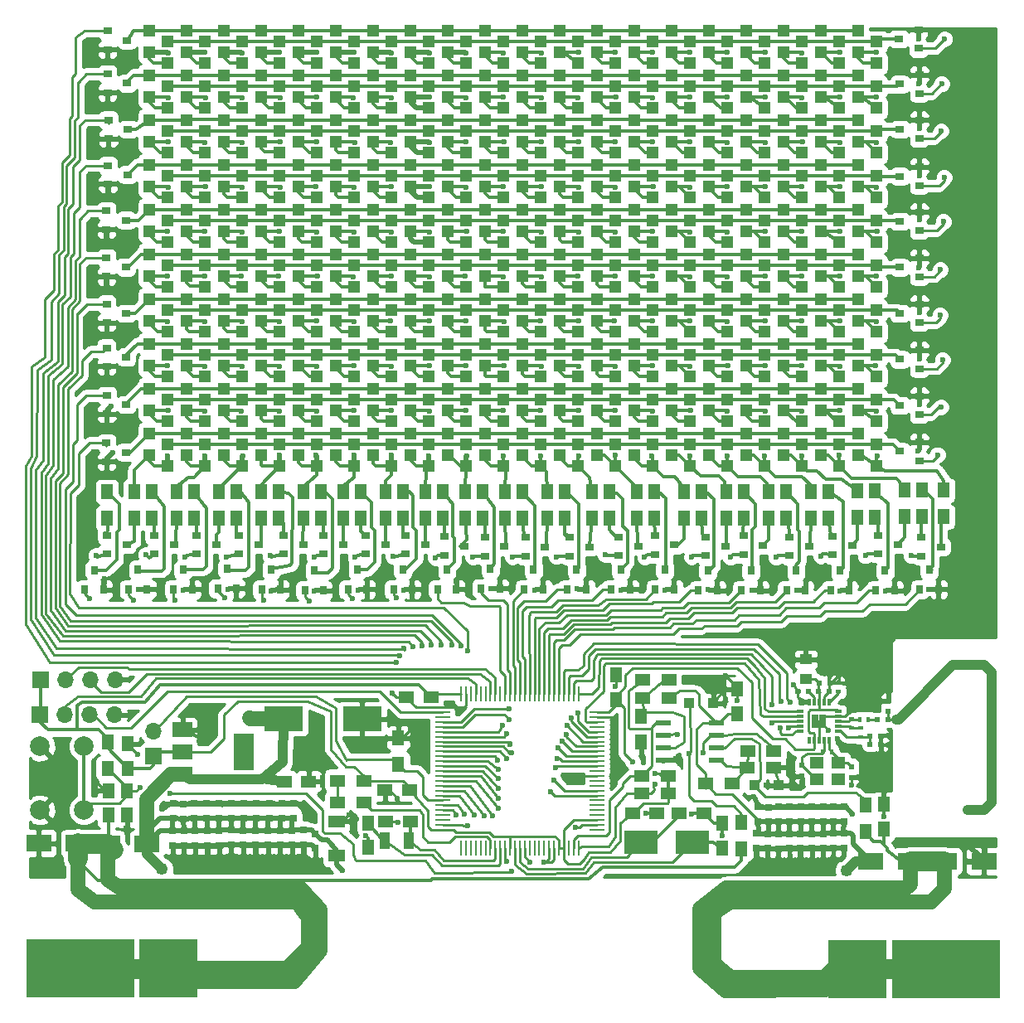
<source format=gbr>
G04 #@! TF.FileFunction,Copper,L1,Top,Signal*
%FSLAX46Y46*%
G04 Gerber Fmt 4.6, Leading zero omitted, Abs format (unit mm)*
G04 Created by KiCad (PCBNEW 4.0.7) date 05/17/20 22:24:15*
%MOMM*%
%LPD*%
G01*
G04 APERTURE LIST*
%ADD10C,0.100000*%
%ADD11R,0.750000X0.800000*%
%ADD12R,0.900000X0.800000*%
%ADD13R,1.200000X1.200000*%
%ADD14R,1.000000X1.000000*%
%ADD15R,0.600000X0.400000*%
%ADD16R,1.500000X1.250000*%
%ADD17R,1.700000X1.700000*%
%ADD18O,1.700000X1.700000*%
%ADD19C,2.000000*%
%ADD20R,1.250000X1.500000*%
%ADD21R,1.500000X1.300000*%
%ADD22R,2.000000X3.800000*%
%ADD23R,2.000000X1.500000*%
%ADD24R,1.300000X1.500000*%
%ADD25R,3.500000X2.400000*%
%ADD26R,1.000000X1.800000*%
%ADD27R,0.600000X0.500000*%
%ADD28R,0.500000X0.600000*%
%ADD29R,0.400000X0.600000*%
%ADD30R,1.400000X1.200000*%
%ADD31R,0.730000X0.300000*%
%ADD32R,0.300000X0.730000*%
%ADD33R,0.750000X0.750000*%
%ADD34R,0.280000X1.500000*%
%ADD35R,1.500000X0.280000*%
%ADD36R,1.700000X1.300000*%
%ADD37R,2.500000X1.800000*%
%ADD38R,6.000000X6.000000*%
%ADD39R,1.550000X0.600000*%
%ADD40R,0.800000X0.900000*%
%ADD41R,4.000000X2.500000*%
%ADD42R,1.250000X1.000000*%
%ADD43R,11.000000X6.000000*%
%ADD44C,0.600000*%
%ADD45C,1.250000*%
%ADD46C,0.250000*%
%ADD47C,0.350000*%
%ADD48C,1.500000*%
%ADD49C,1.000000*%
%ADD50C,0.500000*%
%ADD51C,2.000000*%
%ADD52C,0.254000*%
G04 APERTURE END LIST*
D10*
D11*
X79019400Y-140373800D03*
X79019400Y-138873800D03*
D12*
X111190000Y-108940000D03*
X111190000Y-110840000D03*
X113190000Y-109890000D03*
D13*
X128016000Y-91397000D03*
X128016000Y-89197000D03*
X82296000Y-59393000D03*
X82296000Y-57193000D03*
X120396000Y-59393000D03*
X120396000Y-57193000D03*
D14*
X118350000Y-125900000D03*
X120850000Y-125900000D03*
D15*
X134970000Y-128430000D03*
X134970000Y-127530000D03*
D16*
X115098000Y-137176000D03*
X112598000Y-137176000D03*
X117378000Y-137146000D03*
X119878000Y-137146000D03*
D17*
X52100000Y-127100000D03*
D18*
X54640000Y-127100000D03*
X57180000Y-127100000D03*
X59720000Y-127100000D03*
D19*
X52100000Y-130300000D03*
X56600000Y-130300000D03*
X52100000Y-136800000D03*
X56600000Y-136800000D03*
D20*
X121798000Y-140676000D03*
X121798000Y-138176000D03*
X85618000Y-138116000D03*
X85618000Y-140616000D03*
D16*
X89928000Y-137996000D03*
X87428000Y-137996000D03*
D21*
X85150000Y-136000000D03*
X82450000Y-136000000D03*
D22*
X72950000Y-130900000D03*
D23*
X66650000Y-130900000D03*
X66650000Y-133200000D03*
X66650000Y-128600000D03*
D20*
X61100000Y-130050000D03*
X61100000Y-132550000D03*
X61000000Y-134850000D03*
X61000000Y-137350000D03*
D21*
X82450000Y-133800000D03*
X85150000Y-133800000D03*
D24*
X59000000Y-129850000D03*
X59000000Y-132550000D03*
D16*
X87350000Y-134800000D03*
X89850000Y-134800000D03*
X79550000Y-133900000D03*
X77050000Y-133900000D03*
D25*
X118708000Y-140126000D03*
X113508000Y-140126000D03*
D26*
X89768000Y-139936000D03*
X87268000Y-139936000D03*
D27*
X132758000Y-123816000D03*
X131658000Y-123816000D03*
X132718000Y-124696000D03*
X131618000Y-124696000D03*
X129498000Y-124676000D03*
X130598000Y-124676000D03*
D28*
X129928000Y-133356000D03*
X129928000Y-132256000D03*
X134952000Y-133464000D03*
X134952000Y-132364000D03*
D27*
X137980000Y-130080000D03*
X136880000Y-130080000D03*
X137910000Y-129260000D03*
X136810000Y-129260000D03*
X137620000Y-127610000D03*
X138720000Y-127610000D03*
D28*
X138710000Y-125670000D03*
X138710000Y-126770000D03*
D29*
X136690000Y-127570000D03*
X135790000Y-127570000D03*
D15*
X135890000Y-129340000D03*
X135890000Y-128440000D03*
D29*
X132943000Y-130851000D03*
X132043000Y-130851000D03*
D15*
X133608000Y-123826000D03*
X133608000Y-124726000D03*
D30*
X131443000Y-133701000D03*
X133643000Y-133701000D03*
X133643000Y-132001000D03*
X131443000Y-132001000D03*
D17*
X52200000Y-123500000D03*
D18*
X54740000Y-123500000D03*
X57280000Y-123500000D03*
X59820000Y-123500000D03*
D31*
X129700000Y-126743000D03*
X129700000Y-127243000D03*
X129700000Y-127743000D03*
X129700000Y-128243000D03*
X129700000Y-128743000D03*
D32*
X130665000Y-129708000D03*
X131165000Y-129708000D03*
X131665000Y-129708000D03*
X132165000Y-129708000D03*
X132665000Y-129708000D03*
D31*
X133630000Y-128743000D03*
X133630000Y-128243000D03*
X133630000Y-127743000D03*
X133630000Y-127243000D03*
X133630000Y-126743000D03*
D32*
X132665000Y-125778000D03*
X132165000Y-125778000D03*
X131665000Y-125778000D03*
X131165000Y-125778000D03*
X130665000Y-125778000D03*
D33*
X132040000Y-128118000D03*
X132040000Y-127368000D03*
X131290000Y-128118000D03*
X131290000Y-127368000D03*
D34*
X95098000Y-140726000D03*
X95598000Y-140726000D03*
X96098000Y-140726000D03*
X96598000Y-140726000D03*
X97098000Y-140726000D03*
X97598000Y-140726000D03*
X98098000Y-140726000D03*
X98598000Y-140726000D03*
X99098000Y-140726000D03*
X99598000Y-140726000D03*
X100098000Y-140726000D03*
X100598000Y-140726000D03*
X101098000Y-140726000D03*
X101598000Y-140726000D03*
X102098000Y-140726000D03*
X102598000Y-140726000D03*
X103098000Y-140726000D03*
X103598000Y-140726000D03*
X104098000Y-140726000D03*
X104598000Y-140726000D03*
X105098000Y-140726000D03*
X105598000Y-140726000D03*
X106098000Y-140726000D03*
X106598000Y-140726000D03*
X107098000Y-140726000D03*
D35*
X108998000Y-138826000D03*
X108998000Y-138326000D03*
X108998000Y-137826000D03*
X108998000Y-137326000D03*
X108998000Y-136826000D03*
X108998000Y-136326000D03*
X108998000Y-135826000D03*
X108998000Y-135326000D03*
X108998000Y-134826000D03*
X108998000Y-134326000D03*
X108998000Y-133826000D03*
X108998000Y-133326000D03*
X108998000Y-132826000D03*
X108998000Y-132326000D03*
X108998000Y-131826000D03*
X108998000Y-131326000D03*
X108998000Y-130826000D03*
X108998000Y-130326000D03*
X108998000Y-129826000D03*
X108998000Y-129326000D03*
X108998000Y-128826000D03*
X108998000Y-128326000D03*
X108998000Y-127826000D03*
X108998000Y-127326000D03*
X108998000Y-126826000D03*
D34*
X107098000Y-124926000D03*
X106598000Y-124926000D03*
X106098000Y-124926000D03*
X105598000Y-124926000D03*
X105098000Y-124926000D03*
X104598000Y-124926000D03*
X104098000Y-124926000D03*
X103598000Y-124926000D03*
X103098000Y-124926000D03*
X102598000Y-124926000D03*
X102098000Y-124926000D03*
X101598000Y-124926000D03*
X101098000Y-124926000D03*
X100598000Y-124926000D03*
X100098000Y-124926000D03*
X99598000Y-124926000D03*
X99098000Y-124926000D03*
X98598000Y-124926000D03*
X98098000Y-124926000D03*
X97598000Y-124926000D03*
X97098000Y-124926000D03*
X96598000Y-124926000D03*
X96098000Y-124926000D03*
X95598000Y-124926000D03*
X95098000Y-124926000D03*
D35*
X93198000Y-126826000D03*
X93198000Y-127326000D03*
X93198000Y-127826000D03*
X93198000Y-128326000D03*
X93198000Y-128826000D03*
X93198000Y-129326000D03*
X93198000Y-129826000D03*
X93198000Y-130326000D03*
X93198000Y-130826000D03*
X93198000Y-131326000D03*
X93198000Y-131826000D03*
X93198000Y-132326000D03*
X93198000Y-132826000D03*
X93198000Y-133326000D03*
X93198000Y-133826000D03*
X93198000Y-134326000D03*
X93198000Y-134826000D03*
X93198000Y-135326000D03*
X93198000Y-135826000D03*
X93198000Y-136326000D03*
X93198000Y-136826000D03*
X93198000Y-137326000D03*
X93198000Y-137826000D03*
X93198000Y-138326000D03*
X93198000Y-138826000D03*
D20*
X123300000Y-124450000D03*
X123300000Y-126950000D03*
D36*
X82372200Y-141475400D03*
X82372200Y-137975400D03*
D24*
X123748000Y-140776000D03*
X123748000Y-138076000D03*
D21*
X113650000Y-125400000D03*
X116350000Y-125400000D03*
D24*
X113498000Y-129901000D03*
X113498000Y-127201000D03*
D21*
X116350000Y-123500000D03*
X113650000Y-123500000D03*
X113548000Y-133351000D03*
X116248000Y-133351000D03*
D24*
X136372600Y-138992600D03*
X136372600Y-136292600D03*
D21*
X122768000Y-134096000D03*
X120068000Y-134096000D03*
X127020000Y-132480000D03*
X124320000Y-132480000D03*
X124350000Y-130800000D03*
X127050000Y-130800000D03*
X113523000Y-135101000D03*
X116223000Y-135101000D03*
D37*
X63000000Y-140290000D03*
X59000000Y-140290000D03*
X55990000Y-140210000D03*
X51990000Y-140210000D03*
X136963400Y-142062200D03*
X140963400Y-142062200D03*
X144481800Y-142036800D03*
X148481800Y-142036800D03*
D38*
X65200000Y-152975000D03*
X135600000Y-153075000D03*
D39*
X115748000Y-127896000D03*
X115748000Y-129166000D03*
X115748000Y-130436000D03*
X115748000Y-131706000D03*
X121148000Y-131706000D03*
X121148000Y-130436000D03*
X121148000Y-129166000D03*
X121148000Y-127896000D03*
D20*
X110898000Y-123026000D03*
X110898000Y-125526000D03*
D16*
X89550000Y-125300000D03*
X92050000Y-125300000D03*
D20*
X59100000Y-134850000D03*
X59100000Y-137350000D03*
X138268000Y-136246000D03*
X138268000Y-138746000D03*
D14*
X125048000Y-134266000D03*
X127548000Y-134266000D03*
D40*
X141948000Y-114276000D03*
X143848000Y-114276000D03*
X142898000Y-112276000D03*
X105948000Y-114276000D03*
X107848000Y-114276000D03*
X106898000Y-112276000D03*
X70248000Y-114176000D03*
X72148000Y-114176000D03*
X71198000Y-112176000D03*
X137448000Y-114376000D03*
X139348000Y-114376000D03*
X138398000Y-112376000D03*
X101548000Y-114276000D03*
X103448000Y-114276000D03*
X102498000Y-112276000D03*
X65748000Y-114276000D03*
X67648000Y-114276000D03*
X66698000Y-112276000D03*
X132848000Y-114376000D03*
X134748000Y-114376000D03*
X133798000Y-112376000D03*
X97148000Y-114176000D03*
X99048000Y-114176000D03*
X98098000Y-112176000D03*
X61148000Y-114276000D03*
X63048000Y-114276000D03*
X62098000Y-112276000D03*
X128348000Y-114376000D03*
X130248000Y-114376000D03*
X129298000Y-112376000D03*
X92698000Y-114276000D03*
X94598000Y-114276000D03*
X93648000Y-112276000D03*
X56698000Y-114296000D03*
X58598000Y-114296000D03*
X57648000Y-112296000D03*
X88198000Y-114276000D03*
X90098000Y-114276000D03*
X89148000Y-112276000D03*
X119348000Y-114376000D03*
X121248000Y-114376000D03*
X120298000Y-112376000D03*
X83548000Y-114276000D03*
X85448000Y-114276000D03*
X84498000Y-112276000D03*
X114948000Y-114276000D03*
X116848000Y-114276000D03*
X115898000Y-112276000D03*
X79148000Y-114376000D03*
X81048000Y-114376000D03*
X80098000Y-112376000D03*
X110448000Y-114276000D03*
X112348000Y-114276000D03*
X111398000Y-112276000D03*
X74742000Y-114284000D03*
X76642000Y-114284000D03*
X75692000Y-112284000D03*
D12*
X59098000Y-66326000D03*
X59098000Y-68226000D03*
X61098000Y-67276000D03*
D24*
X142170000Y-104160000D03*
X142170000Y-106860000D03*
X105664000Y-104314000D03*
X105664000Y-107014000D03*
X72136000Y-104314000D03*
X72136000Y-107014000D03*
X137370000Y-104230000D03*
X137370000Y-106930000D03*
X101346000Y-104314000D03*
X101346000Y-107014000D03*
X67818000Y-104314000D03*
X67818000Y-107014000D03*
X132588000Y-104314000D03*
X132588000Y-107014000D03*
X97282000Y-104314000D03*
X97282000Y-107014000D03*
X63500000Y-104314000D03*
X63500000Y-107014000D03*
X128270000Y-104314000D03*
X128270000Y-107014000D03*
X93218000Y-104314000D03*
X93218000Y-107014000D03*
X58928000Y-104314000D03*
X58928000Y-107014000D03*
X123952000Y-104314000D03*
X123952000Y-107014000D03*
X89154000Y-104314000D03*
X89154000Y-107014000D03*
X119634000Y-104314000D03*
X119634000Y-107014000D03*
X84836000Y-104314000D03*
X84836000Y-107014000D03*
X114808000Y-104314000D03*
X114808000Y-107014000D03*
X80772000Y-104314000D03*
X80772000Y-107014000D03*
X110236000Y-104314000D03*
X110236000Y-107014000D03*
X76454000Y-104314000D03*
X76454000Y-107014000D03*
D40*
X123748000Y-114376000D03*
X125648000Y-114376000D03*
X124698000Y-112376000D03*
D12*
X59000000Y-57250000D03*
X59000000Y-59150000D03*
X61000000Y-58200000D03*
X58898000Y-80416000D03*
X58898000Y-82316000D03*
X60898000Y-81366000D03*
X58998000Y-61626000D03*
X58998000Y-63526000D03*
X60998000Y-62576000D03*
X58908000Y-85136000D03*
X58908000Y-87036000D03*
X60908000Y-86086000D03*
X58908000Y-89606000D03*
X58908000Y-91506000D03*
X60908000Y-90556000D03*
X59048000Y-70976000D03*
X59048000Y-72876000D03*
X61048000Y-71926000D03*
X58928000Y-94456000D03*
X58928000Y-96356000D03*
X60928000Y-95406000D03*
X58898000Y-75626000D03*
X58898000Y-77526000D03*
X60898000Y-76576000D03*
X58898000Y-99326000D03*
X58898000Y-101226000D03*
X60898000Y-100276000D03*
X141898000Y-101126000D03*
X141898000Y-99226000D03*
X139898000Y-100176000D03*
X141898000Y-77626000D03*
X141898000Y-75726000D03*
X139898000Y-76676000D03*
X141898000Y-96426000D03*
X141898000Y-94526000D03*
X139898000Y-95476000D03*
X141898000Y-73026000D03*
X141898000Y-71126000D03*
X139898000Y-72076000D03*
X141898000Y-91726000D03*
X141898000Y-89826000D03*
X139898000Y-90776000D03*
X141898000Y-68226000D03*
X141898000Y-66326000D03*
X139898000Y-67276000D03*
X141898000Y-87026000D03*
X141898000Y-85126000D03*
X139898000Y-86076000D03*
X141898000Y-63626000D03*
X141898000Y-61726000D03*
X139898000Y-62676000D03*
X141898000Y-82326000D03*
X141898000Y-80426000D03*
X139898000Y-81376000D03*
X141798000Y-59026000D03*
X141798000Y-57126000D03*
X139798000Y-58076000D03*
D13*
X135636000Y-59393000D03*
X135636000Y-57193000D03*
X131826000Y-59393000D03*
X131826000Y-57193000D03*
X128016000Y-59393000D03*
X128016000Y-57193000D03*
X124206000Y-59393000D03*
X124206000Y-57193000D03*
X116586000Y-59393000D03*
X116586000Y-57193000D03*
X112776000Y-59393000D03*
X112776000Y-57193000D03*
X108966000Y-59393000D03*
X108966000Y-57193000D03*
X105156000Y-59393000D03*
X105156000Y-57193000D03*
X101346000Y-59393000D03*
X101346000Y-57193000D03*
X97536000Y-59393000D03*
X97536000Y-57193000D03*
X93726000Y-59393000D03*
X93726000Y-57193000D03*
X89916000Y-59393000D03*
X89916000Y-57193000D03*
X86106000Y-59393000D03*
X86106000Y-57193000D03*
X78486000Y-59393000D03*
X78486000Y-57193000D03*
X74676000Y-59393000D03*
X74676000Y-57193000D03*
X70866000Y-59393000D03*
X70866000Y-57193000D03*
X67056000Y-59393000D03*
X67056000Y-57193000D03*
X63246000Y-59393000D03*
X63246000Y-57193000D03*
X137541000Y-60536000D03*
X137541000Y-58336000D03*
X133731000Y-60536000D03*
X133731000Y-58336000D03*
X129921000Y-60536000D03*
X129921000Y-58336000D03*
X126111000Y-60536000D03*
X126111000Y-58336000D03*
X122301000Y-60536000D03*
X122301000Y-58336000D03*
X118491000Y-60536000D03*
X118491000Y-58336000D03*
X114681000Y-60536000D03*
X114681000Y-58336000D03*
X110871000Y-60536000D03*
X110871000Y-58336000D03*
X107061000Y-60536000D03*
X107061000Y-58336000D03*
X103251000Y-60536000D03*
X103251000Y-58336000D03*
X99441000Y-60536000D03*
X99441000Y-58336000D03*
X95631000Y-60536000D03*
X95631000Y-58336000D03*
X91821000Y-60536000D03*
X91821000Y-58336000D03*
X88011000Y-60536000D03*
X88011000Y-58336000D03*
X84201000Y-60536000D03*
X84201000Y-58336000D03*
X80391000Y-60536000D03*
X80391000Y-58336000D03*
X76581000Y-60536000D03*
X76581000Y-58336000D03*
X72771000Y-60536000D03*
X72771000Y-58336000D03*
X68961000Y-60536000D03*
X68961000Y-58336000D03*
X65151000Y-60536000D03*
X65151000Y-58336000D03*
X135636000Y-63965000D03*
X135636000Y-61765000D03*
X131826000Y-63965000D03*
X131826000Y-61765000D03*
X128016000Y-63965000D03*
X128016000Y-61765000D03*
X124206000Y-63965000D03*
X124206000Y-61765000D03*
X120396000Y-63965000D03*
X120396000Y-61765000D03*
X116586000Y-63965000D03*
X116586000Y-61765000D03*
X112776000Y-63965000D03*
X112776000Y-61765000D03*
X108966000Y-63965000D03*
X108966000Y-61765000D03*
X105156000Y-63965000D03*
X105156000Y-61765000D03*
X101346000Y-63965000D03*
X101346000Y-61765000D03*
X97536000Y-63965000D03*
X97536000Y-61765000D03*
X93726000Y-63965000D03*
X93726000Y-61765000D03*
X89916000Y-63965000D03*
X89916000Y-61765000D03*
X86106000Y-63965000D03*
X86106000Y-61765000D03*
X82296000Y-63965000D03*
X82296000Y-61765000D03*
X78486000Y-63965000D03*
X78486000Y-61765000D03*
X74676000Y-63965000D03*
X74676000Y-61765000D03*
X70866000Y-63965000D03*
X70866000Y-61765000D03*
X67056000Y-63965000D03*
X67056000Y-61765000D03*
X63246000Y-63965000D03*
X63246000Y-61765000D03*
X137541000Y-65108000D03*
X137541000Y-62908000D03*
X133731000Y-65108000D03*
X133731000Y-62908000D03*
X129921000Y-65108000D03*
X129921000Y-62908000D03*
X126111000Y-65108000D03*
X126111000Y-62908000D03*
X122301000Y-65108000D03*
X122301000Y-62908000D03*
X118491000Y-65108000D03*
X118491000Y-62908000D03*
X114681000Y-65108000D03*
X114681000Y-62908000D03*
X110871000Y-65108000D03*
X110871000Y-62908000D03*
X107061000Y-65108000D03*
X107061000Y-62908000D03*
X103251000Y-65108000D03*
X103251000Y-62908000D03*
X99441000Y-65108000D03*
X99441000Y-62908000D03*
X95631000Y-65108000D03*
X95631000Y-62908000D03*
X91821000Y-65108000D03*
X91821000Y-62908000D03*
X88011000Y-65108000D03*
X88011000Y-62908000D03*
X84201000Y-65108000D03*
X84201000Y-62908000D03*
X80391000Y-65108000D03*
X80391000Y-62908000D03*
X76581000Y-65108000D03*
X76581000Y-62908000D03*
X72771000Y-65108000D03*
X72771000Y-62908000D03*
X68961000Y-65108000D03*
X68961000Y-62908000D03*
X65151000Y-65108000D03*
X65151000Y-62908000D03*
X135636000Y-68537000D03*
X135636000Y-66337000D03*
X131826000Y-68537000D03*
X131826000Y-66337000D03*
X128016000Y-68537000D03*
X128016000Y-66337000D03*
X124206000Y-68537000D03*
X124206000Y-66337000D03*
X120396000Y-68537000D03*
X120396000Y-66337000D03*
X116586000Y-68537000D03*
X116586000Y-66337000D03*
X112776000Y-68537000D03*
X112776000Y-66337000D03*
X108966000Y-68537000D03*
X108966000Y-66337000D03*
X105156000Y-68537000D03*
X105156000Y-66337000D03*
X101346000Y-68537000D03*
X101346000Y-66337000D03*
X97536000Y-68537000D03*
X97536000Y-66337000D03*
X93726000Y-68537000D03*
X93726000Y-66337000D03*
X89916000Y-68537000D03*
X89916000Y-66337000D03*
X86106000Y-68537000D03*
X86106000Y-66337000D03*
X82296000Y-68537000D03*
X82296000Y-66337000D03*
X78486000Y-68537000D03*
X78486000Y-66337000D03*
X74676000Y-68537000D03*
X74676000Y-66337000D03*
X70866000Y-68537000D03*
X70866000Y-66337000D03*
X67056000Y-68537000D03*
X67056000Y-66337000D03*
X63246000Y-68537000D03*
X63246000Y-66337000D03*
X137541000Y-69680000D03*
X137541000Y-67480000D03*
X133731000Y-69680000D03*
X133731000Y-67480000D03*
X129921000Y-69680000D03*
X129921000Y-67480000D03*
X126111000Y-69680000D03*
X126111000Y-67480000D03*
X122301000Y-69680000D03*
X122301000Y-67480000D03*
X118491000Y-69680000D03*
X118491000Y-67480000D03*
X114681000Y-69680000D03*
X114681000Y-67480000D03*
X110871000Y-69680000D03*
X110871000Y-67480000D03*
X107061000Y-69680000D03*
X107061000Y-67480000D03*
X103251000Y-69680000D03*
X103251000Y-67480000D03*
X99441000Y-69680000D03*
X99441000Y-67480000D03*
X95631000Y-69680000D03*
X95631000Y-67480000D03*
X91821000Y-69680000D03*
X91821000Y-67480000D03*
X88011000Y-69680000D03*
X88011000Y-67480000D03*
X84201000Y-69680000D03*
X84201000Y-67480000D03*
X80391000Y-69680000D03*
X80391000Y-67480000D03*
X76581000Y-69680000D03*
X76581000Y-67480000D03*
X72771000Y-69680000D03*
X72771000Y-67480000D03*
X68961000Y-69680000D03*
X68961000Y-67480000D03*
X65151000Y-69680000D03*
X65151000Y-67480000D03*
X135636000Y-73109000D03*
X135636000Y-70909000D03*
X131826000Y-73109000D03*
X131826000Y-70909000D03*
X128016000Y-73109000D03*
X128016000Y-70909000D03*
X124206000Y-73109000D03*
X124206000Y-70909000D03*
X120396000Y-73109000D03*
X120396000Y-70909000D03*
X116586000Y-73109000D03*
X116586000Y-70909000D03*
X112776000Y-73109000D03*
X112776000Y-70909000D03*
X108966000Y-73109000D03*
X108966000Y-70909000D03*
X105156000Y-73109000D03*
X105156000Y-70909000D03*
X101346000Y-73109000D03*
X101346000Y-70909000D03*
X97536000Y-73109000D03*
X97536000Y-70909000D03*
X93726000Y-73109000D03*
X93726000Y-70909000D03*
X89916000Y-73109000D03*
X89916000Y-70909000D03*
X86106000Y-73109000D03*
X86106000Y-70909000D03*
X82296000Y-73109000D03*
X82296000Y-70909000D03*
X78486000Y-73109000D03*
X78486000Y-70909000D03*
X74676000Y-73109000D03*
X74676000Y-70909000D03*
X70866000Y-73109000D03*
X70866000Y-70909000D03*
X67056000Y-73109000D03*
X67056000Y-70909000D03*
X63246000Y-73109000D03*
X63246000Y-70909000D03*
X137541000Y-74252000D03*
X137541000Y-72052000D03*
X133731000Y-74252000D03*
X133731000Y-72052000D03*
X129921000Y-74252000D03*
X129921000Y-72052000D03*
X126111000Y-74252000D03*
X126111000Y-72052000D03*
X122301000Y-74252000D03*
X122301000Y-72052000D03*
X118491000Y-74252000D03*
X118491000Y-72052000D03*
X114681000Y-74252000D03*
X114681000Y-72052000D03*
X110871000Y-74252000D03*
X110871000Y-72052000D03*
X107061000Y-74252000D03*
X107061000Y-72052000D03*
X103251000Y-74252000D03*
X103251000Y-72052000D03*
X99441000Y-74252000D03*
X99441000Y-72052000D03*
X95631000Y-74252000D03*
X95631000Y-72052000D03*
X91821000Y-74252000D03*
X91821000Y-72052000D03*
X88011000Y-74252000D03*
X88011000Y-72052000D03*
X84201000Y-74252000D03*
X84201000Y-72052000D03*
X80391000Y-74252000D03*
X80391000Y-72052000D03*
X76581000Y-74252000D03*
X76581000Y-72052000D03*
X72771000Y-74252000D03*
X72771000Y-72052000D03*
X68961000Y-74252000D03*
X68961000Y-72052000D03*
X65151000Y-74252000D03*
X65151000Y-72052000D03*
X135636000Y-77681000D03*
X135636000Y-75481000D03*
X131826000Y-77681000D03*
X131826000Y-75481000D03*
X128016000Y-77681000D03*
X128016000Y-75481000D03*
X124206000Y-77681000D03*
X124206000Y-75481000D03*
X120396000Y-77681000D03*
X120396000Y-75481000D03*
X116586000Y-77681000D03*
X116586000Y-75481000D03*
X112776000Y-77681000D03*
X112776000Y-75481000D03*
X108966000Y-77681000D03*
X108966000Y-75481000D03*
X105156000Y-77681000D03*
X105156000Y-75481000D03*
X101346000Y-77681000D03*
X101346000Y-75481000D03*
X97536000Y-77681000D03*
X97536000Y-75481000D03*
X93726000Y-77681000D03*
X93726000Y-75481000D03*
X89916000Y-77681000D03*
X89916000Y-75481000D03*
X86106000Y-77681000D03*
X86106000Y-75481000D03*
X82296000Y-77681000D03*
X82296000Y-75481000D03*
X78486000Y-77681000D03*
X78486000Y-75481000D03*
X74676000Y-77681000D03*
X74676000Y-75481000D03*
X70866000Y-77681000D03*
X70866000Y-75481000D03*
X67056000Y-77681000D03*
X67056000Y-75481000D03*
X63246000Y-77681000D03*
X63246000Y-75481000D03*
X137541000Y-78824000D03*
X137541000Y-76624000D03*
X133731000Y-78824000D03*
X133731000Y-76624000D03*
X129921000Y-78824000D03*
X129921000Y-76624000D03*
X126111000Y-78824000D03*
X126111000Y-76624000D03*
X122301000Y-78824000D03*
X122301000Y-76624000D03*
X118491000Y-78824000D03*
X118491000Y-76624000D03*
X114681000Y-78824000D03*
X114681000Y-76624000D03*
X110871000Y-78824000D03*
X110871000Y-76624000D03*
X107061000Y-78824000D03*
X107061000Y-76624000D03*
X103251000Y-78824000D03*
X103251000Y-76624000D03*
X99441000Y-78824000D03*
X99441000Y-76624000D03*
X95631000Y-78824000D03*
X95631000Y-76624000D03*
X91821000Y-78824000D03*
X91821000Y-76624000D03*
X88011000Y-78824000D03*
X88011000Y-76624000D03*
X84201000Y-78824000D03*
X84201000Y-76624000D03*
X80391000Y-78824000D03*
X80391000Y-76624000D03*
X76581000Y-78824000D03*
X76581000Y-76624000D03*
X72771000Y-78824000D03*
X72771000Y-76624000D03*
X68961000Y-78824000D03*
X68961000Y-76624000D03*
X65151000Y-78824000D03*
X65151000Y-76624000D03*
X135636000Y-82253000D03*
X135636000Y-80053000D03*
X131826000Y-82253000D03*
X131826000Y-80053000D03*
X128016000Y-82253000D03*
X128016000Y-80053000D03*
X124206000Y-82253000D03*
X124206000Y-80053000D03*
X120396000Y-82253000D03*
X120396000Y-80053000D03*
X116586000Y-82253000D03*
X116586000Y-80053000D03*
X112776000Y-82253000D03*
X112776000Y-80053000D03*
X108966000Y-82253000D03*
X108966000Y-80053000D03*
X105156000Y-82253000D03*
X105156000Y-80053000D03*
X101346000Y-82253000D03*
X101346000Y-80053000D03*
X97536000Y-82253000D03*
X97536000Y-80053000D03*
X93726000Y-82253000D03*
X93726000Y-80053000D03*
X89916000Y-82253000D03*
X89916000Y-80053000D03*
X86106000Y-82253000D03*
X86106000Y-80053000D03*
X82296000Y-82253000D03*
X82296000Y-80053000D03*
X78486000Y-82253000D03*
X78486000Y-80053000D03*
X74676000Y-82253000D03*
X74676000Y-80053000D03*
X70866000Y-82253000D03*
X70866000Y-80053000D03*
X67056000Y-82253000D03*
X67056000Y-80053000D03*
X63246000Y-82253000D03*
X63246000Y-80053000D03*
X137541000Y-83396000D03*
X137541000Y-81196000D03*
X133731000Y-83396000D03*
X133731000Y-81196000D03*
X129921000Y-83396000D03*
X129921000Y-81196000D03*
X126111000Y-83396000D03*
X126111000Y-81196000D03*
X122301000Y-83396000D03*
X122301000Y-81196000D03*
X118491000Y-83396000D03*
X118491000Y-81196000D03*
X114681000Y-83396000D03*
X114681000Y-81196000D03*
X110871000Y-83396000D03*
X110871000Y-81196000D03*
X107061000Y-83396000D03*
X107061000Y-81196000D03*
X103251000Y-83396000D03*
X103251000Y-81196000D03*
X99441000Y-83396000D03*
X99441000Y-81196000D03*
X95631000Y-83396000D03*
X95631000Y-81196000D03*
X91821000Y-83396000D03*
X91821000Y-81196000D03*
X88011000Y-83396000D03*
X88011000Y-81196000D03*
X84201000Y-83396000D03*
X84201000Y-81196000D03*
X80391000Y-83396000D03*
X80391000Y-81196000D03*
X76581000Y-83396000D03*
X76581000Y-81196000D03*
X72771000Y-83396000D03*
X72771000Y-81196000D03*
X68961000Y-83396000D03*
X68961000Y-81196000D03*
X65151000Y-83396000D03*
X65151000Y-81196000D03*
X135636000Y-86825000D03*
X135636000Y-84625000D03*
X131826000Y-86825000D03*
X131826000Y-84625000D03*
X128016000Y-86825000D03*
X128016000Y-84625000D03*
X124206000Y-86825000D03*
X124206000Y-84625000D03*
X120396000Y-86825000D03*
X120396000Y-84625000D03*
X116586000Y-86825000D03*
X116586000Y-84625000D03*
X112776000Y-86825000D03*
X112776000Y-84625000D03*
X108966000Y-86825000D03*
X108966000Y-84625000D03*
X105156000Y-86825000D03*
X105156000Y-84625000D03*
X101346000Y-86825000D03*
X101346000Y-84625000D03*
X97536000Y-86825000D03*
X97536000Y-84625000D03*
X93726000Y-86825000D03*
X93726000Y-84625000D03*
X89916000Y-86825000D03*
X89916000Y-84625000D03*
X86106000Y-86825000D03*
X86106000Y-84625000D03*
X82296000Y-86825000D03*
X82296000Y-84625000D03*
X78486000Y-86825000D03*
X78486000Y-84625000D03*
X74676000Y-86825000D03*
X74676000Y-84625000D03*
X70866000Y-86825000D03*
X70866000Y-84625000D03*
X67056000Y-86825000D03*
X67056000Y-84625000D03*
X63246000Y-86825000D03*
X63246000Y-84625000D03*
X137541000Y-87968000D03*
X137541000Y-85768000D03*
X133731000Y-87968000D03*
X133731000Y-85768000D03*
X129921000Y-87968000D03*
X129921000Y-85768000D03*
X126111000Y-87968000D03*
X126111000Y-85768000D03*
X122301000Y-87968000D03*
X122301000Y-85768000D03*
X118491000Y-87968000D03*
X118491000Y-85768000D03*
X114681000Y-87968000D03*
X114681000Y-85768000D03*
X110871000Y-87968000D03*
X110871000Y-85768000D03*
X107061000Y-87968000D03*
X107061000Y-85768000D03*
X103251000Y-87968000D03*
X103251000Y-85768000D03*
X99441000Y-87968000D03*
X99441000Y-85768000D03*
X95631000Y-87968000D03*
X95631000Y-85768000D03*
X91821000Y-87968000D03*
X91821000Y-85768000D03*
X88011000Y-87968000D03*
X88011000Y-85768000D03*
X84201000Y-87968000D03*
X84201000Y-85768000D03*
X80391000Y-87968000D03*
X80391000Y-85768000D03*
X76581000Y-87968000D03*
X76581000Y-85768000D03*
X72771000Y-87968000D03*
X72771000Y-85768000D03*
X68961000Y-87968000D03*
X68961000Y-85768000D03*
X65151000Y-87968000D03*
X65151000Y-85768000D03*
X135636000Y-91397000D03*
X135636000Y-89197000D03*
X131826000Y-91397000D03*
X131826000Y-89197000D03*
X124206000Y-91397000D03*
X124206000Y-89197000D03*
X120396000Y-91397000D03*
X120396000Y-89197000D03*
X116586000Y-91397000D03*
X116586000Y-89197000D03*
X112776000Y-91397000D03*
X112776000Y-89197000D03*
X108966000Y-91397000D03*
X108966000Y-89197000D03*
X105156000Y-91397000D03*
X105156000Y-89197000D03*
X101346000Y-91397000D03*
X101346000Y-89197000D03*
X97536000Y-91397000D03*
X97536000Y-89197000D03*
X93726000Y-91397000D03*
X93726000Y-89197000D03*
X89916000Y-91397000D03*
X89916000Y-89197000D03*
X86106000Y-91397000D03*
X86106000Y-89197000D03*
X82296000Y-91397000D03*
X82296000Y-89197000D03*
X78486000Y-91397000D03*
X78486000Y-89197000D03*
X74676000Y-91397000D03*
X74676000Y-89197000D03*
X70866000Y-91397000D03*
X70866000Y-89197000D03*
X67056000Y-91397000D03*
X67056000Y-89197000D03*
X63246000Y-91397000D03*
X63246000Y-89197000D03*
X137541000Y-92540000D03*
X137541000Y-90340000D03*
X133731000Y-92540000D03*
X133731000Y-90340000D03*
X129921000Y-92540000D03*
X129921000Y-90340000D03*
X126111000Y-92540000D03*
X126111000Y-90340000D03*
X122301000Y-92540000D03*
X122301000Y-90340000D03*
X118491000Y-92540000D03*
X118491000Y-90340000D03*
X114681000Y-92540000D03*
X114681000Y-90340000D03*
X110871000Y-92540000D03*
X110871000Y-90340000D03*
X107061000Y-92540000D03*
X107061000Y-90340000D03*
X103251000Y-92540000D03*
X103251000Y-90340000D03*
X99441000Y-92540000D03*
X99441000Y-90340000D03*
X95631000Y-92540000D03*
X95631000Y-90340000D03*
X91821000Y-92540000D03*
X91821000Y-90340000D03*
X88011000Y-92540000D03*
X88011000Y-90340000D03*
X84201000Y-92540000D03*
X84201000Y-90340000D03*
X80391000Y-92540000D03*
X80391000Y-90340000D03*
X76581000Y-92540000D03*
X76581000Y-90340000D03*
X72771000Y-92540000D03*
X72771000Y-90340000D03*
X68961000Y-92540000D03*
X68961000Y-90340000D03*
X65151000Y-92540000D03*
X65151000Y-90340000D03*
X135636000Y-95969000D03*
X135636000Y-93769000D03*
X131826000Y-95969000D03*
X131826000Y-93769000D03*
X128016000Y-95969000D03*
X128016000Y-93769000D03*
X124206000Y-95969000D03*
X124206000Y-93769000D03*
X120396000Y-95969000D03*
X120396000Y-93769000D03*
X116586000Y-95969000D03*
X116586000Y-93769000D03*
X112776000Y-95969000D03*
X112776000Y-93769000D03*
X108966000Y-95969000D03*
X108966000Y-93769000D03*
X105156000Y-95969000D03*
X105156000Y-93769000D03*
X101346000Y-95969000D03*
X101346000Y-93769000D03*
X97536000Y-95969000D03*
X97536000Y-93769000D03*
X93726000Y-95969000D03*
X93726000Y-93769000D03*
X89916000Y-95969000D03*
X89916000Y-93769000D03*
X86106000Y-95969000D03*
X86106000Y-93769000D03*
X82296000Y-95969000D03*
X82296000Y-93769000D03*
X78486000Y-95969000D03*
X78486000Y-93769000D03*
X74676000Y-95969000D03*
X74676000Y-93769000D03*
X70866000Y-95969000D03*
X70866000Y-93769000D03*
X67056000Y-95969000D03*
X67056000Y-93769000D03*
X63246000Y-95969000D03*
X63246000Y-93769000D03*
X137541000Y-97112000D03*
X137541000Y-94912000D03*
X133731000Y-97112000D03*
X133731000Y-94912000D03*
X129921000Y-97112000D03*
X129921000Y-94912000D03*
X126111000Y-97112000D03*
X126111000Y-94912000D03*
X122301000Y-97112000D03*
X122301000Y-94912000D03*
X118491000Y-97112000D03*
X118491000Y-94912000D03*
X114681000Y-97112000D03*
X114681000Y-94912000D03*
X110871000Y-97112000D03*
X110871000Y-94912000D03*
X107061000Y-97112000D03*
X107061000Y-94912000D03*
X103251000Y-97112000D03*
X103251000Y-94912000D03*
X99441000Y-97112000D03*
X99441000Y-94912000D03*
X95631000Y-97112000D03*
X95631000Y-94912000D03*
X91821000Y-97112000D03*
X91821000Y-94912000D03*
X88011000Y-97112000D03*
X88011000Y-94912000D03*
X84201000Y-97112000D03*
X84201000Y-94912000D03*
X80391000Y-97112000D03*
X80391000Y-94912000D03*
X76581000Y-97112000D03*
X76581000Y-94912000D03*
X72771000Y-97112000D03*
X72771000Y-94912000D03*
X68961000Y-97112000D03*
X68961000Y-94912000D03*
X65151000Y-97112000D03*
X65151000Y-94912000D03*
X135636000Y-100541000D03*
X135636000Y-98341000D03*
X131826000Y-100541000D03*
X131826000Y-98341000D03*
X128016000Y-100541000D03*
X128016000Y-98341000D03*
X124206000Y-100541000D03*
X124206000Y-98341000D03*
X120396000Y-100541000D03*
X120396000Y-98341000D03*
X116586000Y-100541000D03*
X116586000Y-98341000D03*
X112776000Y-100541000D03*
X112776000Y-98341000D03*
X108966000Y-100541000D03*
X108966000Y-98341000D03*
X105156000Y-100541000D03*
X105156000Y-98341000D03*
X101346000Y-100541000D03*
X101346000Y-98341000D03*
X97536000Y-100541000D03*
X97536000Y-98341000D03*
X93726000Y-100541000D03*
X93726000Y-98341000D03*
X89916000Y-100541000D03*
X89916000Y-98341000D03*
X86106000Y-100541000D03*
X86106000Y-98341000D03*
X82296000Y-100541000D03*
X82296000Y-98341000D03*
X78486000Y-100541000D03*
X78486000Y-98341000D03*
X74676000Y-100541000D03*
X74676000Y-98341000D03*
X70866000Y-100541000D03*
X70866000Y-98341000D03*
X67056000Y-100541000D03*
X67056000Y-98341000D03*
X63246000Y-100541000D03*
X63246000Y-98341000D03*
X137541000Y-101684000D03*
X137541000Y-99484000D03*
X133731000Y-101684000D03*
X133731000Y-99484000D03*
X129921000Y-101684000D03*
X129921000Y-99484000D03*
X126111000Y-101684000D03*
X126111000Y-99484000D03*
X122301000Y-101684000D03*
X122301000Y-99484000D03*
X118491000Y-101684000D03*
X118491000Y-99484000D03*
X114681000Y-101684000D03*
X114681000Y-99484000D03*
X110871000Y-101684000D03*
X110871000Y-99484000D03*
X107061000Y-101684000D03*
X107061000Y-99484000D03*
X103251000Y-101684000D03*
X103251000Y-99484000D03*
X99441000Y-101684000D03*
X99441000Y-99484000D03*
X95631000Y-101684000D03*
X95631000Y-99484000D03*
X91821000Y-101684000D03*
X91821000Y-99484000D03*
X88011000Y-101684000D03*
X88011000Y-99484000D03*
X84201000Y-101684000D03*
X84201000Y-99484000D03*
X80391000Y-101684000D03*
X80391000Y-99484000D03*
X76581000Y-101684000D03*
X76581000Y-99484000D03*
X72771000Y-101684000D03*
X72771000Y-99484000D03*
X68961000Y-101684000D03*
X68961000Y-99484000D03*
X65151000Y-101684000D03*
X65151000Y-99484000D03*
D41*
X77000000Y-127500000D03*
X85000000Y-127500000D03*
D12*
X106230000Y-108980000D03*
X106230000Y-110880000D03*
X108230000Y-109930000D03*
X72406000Y-108778000D03*
X72406000Y-110678000D03*
X74406000Y-109728000D03*
X142110000Y-108980000D03*
X142110000Y-110880000D03*
X144110000Y-109930000D03*
X101660000Y-108980000D03*
X101660000Y-110880000D03*
X103660000Y-109930000D03*
X68088000Y-108778000D03*
X68088000Y-110678000D03*
X70088000Y-109728000D03*
X137680000Y-108740000D03*
X137680000Y-110640000D03*
X139680000Y-109690000D03*
X97540000Y-108970000D03*
X97540000Y-110870000D03*
X99540000Y-109920000D03*
X63770000Y-108778000D03*
X63770000Y-110678000D03*
X65770000Y-109728000D03*
X133050000Y-108850000D03*
X133050000Y-110750000D03*
X135050000Y-109800000D03*
X93410000Y-108900000D03*
X93410000Y-110800000D03*
X95410000Y-109850000D03*
X58944000Y-108778000D03*
X58944000Y-110678000D03*
X60944000Y-109728000D03*
X128660000Y-108940000D03*
X128660000Y-110840000D03*
X130660000Y-109890000D03*
X89424000Y-108778000D03*
X89424000Y-110678000D03*
X91424000Y-109728000D03*
X123930000Y-108820000D03*
X123930000Y-110720000D03*
X125930000Y-109770000D03*
X85360000Y-108778000D03*
X85360000Y-110678000D03*
X87360000Y-109728000D03*
X120090000Y-108940000D03*
X120090000Y-110840000D03*
X122090000Y-109890000D03*
X81042000Y-108778000D03*
X81042000Y-110678000D03*
X83042000Y-109728000D03*
X114895120Y-108798320D03*
X114895120Y-110698320D03*
X116895120Y-109748320D03*
X76978000Y-108778000D03*
X76978000Y-110678000D03*
X78978000Y-109728000D03*
D24*
X108458000Y-107014000D03*
X108458000Y-104314000D03*
X74676000Y-107014000D03*
X74676000Y-104314000D03*
X144360000Y-106860000D03*
X144360000Y-104160000D03*
X103886000Y-107014000D03*
X103886000Y-104314000D03*
X70358000Y-107014000D03*
X70358000Y-104314000D03*
X140390000Y-106860000D03*
X140390000Y-104160000D03*
X99568000Y-107014000D03*
X99568000Y-104314000D03*
X66040000Y-107014000D03*
X66040000Y-104314000D03*
X135560000Y-106940000D03*
X135560000Y-104240000D03*
X95504000Y-107014000D03*
X95504000Y-104314000D03*
X61722000Y-107014000D03*
X61722000Y-104314000D03*
X130810000Y-107014000D03*
X130810000Y-104314000D03*
X126492000Y-107014000D03*
X126492000Y-104314000D03*
X87376000Y-107014000D03*
X87376000Y-104314000D03*
X122174000Y-107014000D03*
X122174000Y-104314000D03*
X83058000Y-107014000D03*
X83058000Y-104314000D03*
X117856000Y-107014000D03*
X117856000Y-104314000D03*
X78994000Y-107014000D03*
X78994000Y-104314000D03*
X113030000Y-107014000D03*
X113030000Y-104314000D03*
X91440000Y-107014000D03*
X91440000Y-104314000D03*
X88700000Y-129450000D03*
X88700000Y-132150000D03*
D17*
X63700000Y-131300000D03*
D18*
X63700000Y-128760000D03*
D42*
X130302000Y-121428000D03*
X130302000Y-123428000D03*
D11*
X74168000Y-136156000D03*
X74168000Y-137656000D03*
X75501500Y-136150920D03*
X75501500Y-137650920D03*
X65684400Y-136161080D03*
X65684400Y-137661080D03*
X67818000Y-136156000D03*
X67818000Y-137656000D03*
X76780000Y-136150000D03*
X76780000Y-137650000D03*
X66756280Y-136194100D03*
X66756280Y-137694100D03*
X69088000Y-136156000D03*
X69088000Y-137656000D03*
X70358000Y-136156000D03*
X70358000Y-137656000D03*
X72898000Y-136156000D03*
X72898000Y-137656000D03*
X71628000Y-136156000D03*
X71628000Y-137656000D03*
X67919600Y-140450000D03*
X67919600Y-138950000D03*
X71628000Y-140348400D03*
X71628000Y-138848400D03*
X77978000Y-136156000D03*
X77978000Y-137656000D03*
X72847200Y-140399200D03*
X72847200Y-138899200D03*
X66802000Y-140450000D03*
X66802000Y-138950000D03*
X65648840Y-140455080D03*
X65648840Y-138955080D03*
X69189600Y-140450000D03*
X69189600Y-138950000D03*
X75387200Y-140399200D03*
X75387200Y-138899200D03*
X74117200Y-140399200D03*
X74117200Y-138899200D03*
X70408800Y-140450000D03*
X70408800Y-138950000D03*
X77825600Y-140399200D03*
X77825600Y-138899200D03*
X130911600Y-136486200D03*
X130911600Y-137986200D03*
X128651000Y-136486200D03*
X128651000Y-137986200D03*
X129768600Y-136486200D03*
X129768600Y-137986200D03*
X127533400Y-136486200D03*
X127533400Y-137986200D03*
X80213200Y-140729400D03*
X80213200Y-139229400D03*
X76606400Y-140399200D03*
X76606400Y-138899200D03*
X126466600Y-136511600D03*
X126466600Y-138011600D03*
X125369320Y-136501440D03*
X125369320Y-138001440D03*
X132130800Y-136486200D03*
X132130800Y-137986200D03*
X134188200Y-136486200D03*
X134188200Y-137986200D03*
X128625600Y-140729400D03*
X128625600Y-139229400D03*
X127508000Y-140754800D03*
X127508000Y-139254800D03*
X129743200Y-140729400D03*
X129743200Y-139229400D03*
X134239000Y-140678600D03*
X134239000Y-139178600D03*
X130911600Y-140729400D03*
X130911600Y-139229400D03*
X132054600Y-140729400D03*
X132054600Y-139229400D03*
X133146800Y-136486200D03*
X133146800Y-137986200D03*
X133096000Y-140704000D03*
X133096000Y-139204000D03*
X126415800Y-140729400D03*
X126415800Y-139229400D03*
X125272800Y-140704000D03*
X125272800Y-139204000D03*
D43*
X56200000Y-152975000D03*
X144600000Y-153075000D03*
D44*
X65400000Y-135100000D03*
X62300000Y-134500000D03*
X100279200Y-143052800D03*
X102128000Y-142116000D03*
D45*
X73500000Y-127400000D03*
D44*
X82956400Y-142951200D03*
D45*
X64566800Y-142849600D03*
X134442200Y-142976600D03*
D44*
X109810000Y-110730000D03*
X75590000Y-110840000D03*
X57820000Y-110840000D03*
X62900000Y-110720000D03*
X66920000Y-110970000D03*
X71140000Y-110980000D03*
X80120000Y-111020000D03*
X92470000Y-111030000D03*
X84300000Y-111010000D03*
X88190000Y-110920000D03*
X96310000Y-110970000D03*
X100370000Y-110960000D03*
X104860000Y-110940000D03*
X113850000Y-110970000D03*
X118620000Y-110960000D03*
X122600000Y-111020000D03*
X127250000Y-111000000D03*
X131830000Y-110860000D03*
X136380000Y-110840000D03*
X141030000Y-110810000D03*
X84400000Y-137700000D03*
X83700000Y-137300000D03*
X81000000Y-134300000D03*
X81000000Y-133500000D03*
X89900000Y-128700000D03*
X90100000Y-129700000D03*
X68800000Y-129700000D03*
X69000000Y-128800000D03*
X68800000Y-127900000D03*
X67500000Y-126700000D03*
X62100000Y-131100000D03*
X88100000Y-124900000D03*
X88600000Y-135600000D03*
X57800000Y-135100000D03*
X57900000Y-134000000D03*
X60900000Y-138700000D03*
X122100000Y-123100000D03*
X122100000Y-125500000D03*
X123300000Y-125600000D03*
X99771200Y-142087600D03*
X133908800Y-141859000D03*
X132029200Y-141884400D03*
X129667000Y-141884400D03*
X127457200Y-141833600D03*
X125323600Y-141884400D03*
X64612520Y-136758680D03*
X66675000Y-141706600D03*
X69240400Y-141605000D03*
X78790800Y-141605000D03*
X71501000Y-141605000D03*
X74091800Y-141655800D03*
X76555600Y-141630400D03*
X125003560Y-135415020D03*
X135077200Y-137185400D03*
X79019400Y-136753600D03*
X126288800Y-134239000D03*
X133350000Y-121158000D03*
X131826000Y-120396000D03*
X128778000Y-120904000D03*
X129010000Y-124010000D03*
X107410000Y-133540000D03*
X141858000Y-62656000D03*
X59558000Y-100326000D03*
X59358000Y-95566000D03*
X141758000Y-100126000D03*
X141958000Y-95436000D03*
X141958000Y-90726000D03*
X141958000Y-85966000D03*
X141828000Y-81416000D03*
X141878000Y-76546000D03*
X141878000Y-72036000D03*
X141918000Y-67176000D03*
X141798000Y-58026000D03*
X58918000Y-92976000D03*
X58708000Y-88336000D03*
X58838000Y-83626000D03*
X58868000Y-78856000D03*
X58838000Y-74336000D03*
X59028000Y-69576000D03*
X58978000Y-64896000D03*
X58998000Y-60236000D03*
X58648600Y-113182400D03*
X62148000Y-114296000D03*
X66748000Y-114376000D03*
X71278000Y-114256000D03*
X75688000Y-114426000D03*
X84628000Y-114336000D03*
X80128000Y-114446000D03*
X89268000Y-114336000D03*
X94589600Y-113436400D03*
X98158000Y-114176000D03*
X102648000Y-114396000D03*
X106978000Y-114216000D03*
X142858000Y-114286000D03*
X138438000Y-114486000D03*
X133808000Y-114486000D03*
X129378000Y-114356000D03*
X124808000Y-114326000D03*
X134288000Y-122476000D03*
X135228000Y-122556000D03*
X136318000Y-122586000D03*
X137168000Y-122906000D03*
X138060000Y-123540000D03*
X138810000Y-124490000D03*
X134558000Y-123506000D03*
X134848000Y-124246000D03*
X134978000Y-125096000D03*
X134988000Y-125886000D03*
X138770000Y-129190000D03*
X138820000Y-130210000D03*
X138700000Y-131110000D03*
X137378000Y-131506000D03*
X135978000Y-131406000D03*
X135098000Y-130846000D03*
X133888000Y-130116000D03*
X133498000Y-129506000D03*
X132040000Y-128118000D03*
X131290000Y-127368000D03*
X131290000Y-128118000D03*
X132040000Y-127368000D03*
X138298000Y-137476000D03*
X146608800Y-142011400D03*
X146888200Y-140487400D03*
X148640800Y-140462000D03*
X88648000Y-138036000D03*
X117058000Y-131586000D03*
X110878000Y-124206000D03*
X113698000Y-131476000D03*
X95748000Y-138396000D03*
X85350000Y-139430000D03*
X113938000Y-137156000D03*
X118648000Y-137216000D03*
X121768000Y-139416000D03*
X106748000Y-138576000D03*
X103548000Y-142126000D03*
X110718000Y-127466000D03*
X129188000Y-133386000D03*
X135718000Y-133386000D03*
X134998000Y-134276000D03*
X129898000Y-133986000D03*
X129838000Y-125616000D03*
X132628000Y-128676000D03*
X134698000Y-126818000D03*
X133682000Y-123008000D03*
X111418000Y-114356000D03*
X115948000Y-114346000D03*
X120348000Y-114286000D03*
X112638000Y-131896000D03*
X114868000Y-133076000D03*
X126878000Y-126026000D03*
X126830000Y-127890000D03*
X127690000Y-128440000D03*
X127738000Y-125696000D03*
X128530000Y-128400000D03*
X128700000Y-125790000D03*
X119798000Y-130976000D03*
X114868000Y-134216000D03*
X93090000Y-119970000D03*
X98948000Y-135656000D03*
X92080000Y-119970000D03*
X98880000Y-136660000D03*
X98310000Y-137420000D03*
X91100000Y-120075000D03*
X97428000Y-137376000D03*
X90225000Y-120150000D03*
X96488000Y-137346000D03*
X89270000Y-120320000D03*
X95478000Y-137256000D03*
X88870000Y-121030000D03*
X94628000Y-137326000D03*
X88470000Y-121740000D03*
X104260000Y-134920000D03*
X143750000Y-100530000D03*
X104580000Y-133750000D03*
X144110000Y-95650000D03*
X104718000Y-132496000D03*
X144258000Y-90836000D03*
X104958000Y-131556000D03*
X143998000Y-86246000D03*
X105018000Y-130486000D03*
X144048000Y-81626000D03*
X105458000Y-129816000D03*
X144338000Y-76726000D03*
X105868000Y-129066000D03*
X144428000Y-72206000D03*
X144108000Y-67466000D03*
X105908000Y-128196000D03*
X106378000Y-127406000D03*
X144168000Y-62656000D03*
X107018000Y-126916000D03*
X144478000Y-58076000D03*
X100048000Y-126506000D03*
X88519000Y-115138200D03*
X99990000Y-127600000D03*
X84023200Y-115239800D03*
X99360000Y-128140000D03*
X79578200Y-115443000D03*
X74955400Y-115341400D03*
X99760000Y-129040000D03*
X70942200Y-115138200D03*
X100130000Y-130120000D03*
X65913000Y-115392200D03*
X100278000Y-130946000D03*
X61645800Y-115366800D03*
X99718000Y-131526000D03*
X57175400Y-115189000D03*
X98798000Y-131696000D03*
X98878000Y-132646000D03*
X95740000Y-120540000D03*
X98868000Y-133556000D03*
X95080000Y-120000000D03*
X98938000Y-134596000D03*
X94140000Y-119990000D03*
X117158000Y-129136000D03*
X118358000Y-131006000D03*
X137550000Y-64030000D03*
X137510000Y-59450000D03*
X137540000Y-68640000D03*
X137510000Y-73210000D03*
X137570000Y-77740000D03*
X137480000Y-82300000D03*
X137510000Y-86950000D03*
X137460000Y-91460000D03*
X137480000Y-96040000D03*
X137560000Y-100640000D03*
X133800000Y-64020000D03*
X133760000Y-59440000D03*
X133790000Y-68630000D03*
X133790000Y-73170000D03*
X133800000Y-77740000D03*
X133810000Y-82320000D03*
X133800000Y-86870000D03*
X133810000Y-91510000D03*
X133800000Y-96030000D03*
X133730000Y-100590000D03*
X129900000Y-64050000D03*
X129900000Y-59470000D03*
X129940000Y-68600000D03*
X129890000Y-73170000D03*
X129900000Y-77740000D03*
X129900000Y-82300000D03*
X129910000Y-86870000D03*
X129880000Y-91450000D03*
X129890000Y-96040000D03*
X129860000Y-100610000D03*
X126170000Y-64020000D03*
X126140000Y-59460000D03*
X126140000Y-68630000D03*
X126160000Y-73170000D03*
X126190000Y-77740000D03*
X126140000Y-82300000D03*
X126140000Y-96070000D03*
X126090000Y-100620000D03*
X126130000Y-91450000D03*
X126140000Y-86880000D03*
X122300000Y-64010000D03*
X122260000Y-59450000D03*
X122270000Y-68640000D03*
X122310000Y-73170000D03*
X122300000Y-77750000D03*
X122300000Y-82340000D03*
X122280000Y-86900000D03*
X122320000Y-91450000D03*
X122310000Y-96040000D03*
X122290000Y-100610000D03*
X118470000Y-64020000D03*
X118470000Y-59440000D03*
X118450000Y-68590000D03*
X118470000Y-73180000D03*
X118460000Y-82330000D03*
X118470000Y-86870000D03*
X118480000Y-77800000D03*
X118460000Y-91480000D03*
X118520000Y-96020000D03*
X118480000Y-100660000D03*
X114690000Y-64080000D03*
X114650000Y-59460000D03*
X114640000Y-68590000D03*
X114700000Y-73170000D03*
X114690000Y-77740000D03*
X114670000Y-82320000D03*
X114640000Y-86870000D03*
X114670000Y-91450000D03*
X114650000Y-96050000D03*
X114590000Y-100610000D03*
X110910000Y-64020000D03*
X110810000Y-59440000D03*
X110850000Y-68600000D03*
X110860000Y-73190000D03*
X110850000Y-77760000D03*
X110880000Y-82320000D03*
X110800000Y-86870000D03*
X110860000Y-91490000D03*
X110870000Y-96030000D03*
X110860000Y-100600000D03*
X107060000Y-64070000D03*
X107080000Y-59440000D03*
X107130000Y-68590000D03*
X107100000Y-73180000D03*
X107100000Y-77750000D03*
X107060000Y-82310000D03*
X107110000Y-86870000D03*
X107100000Y-91470000D03*
X107120000Y-96030000D03*
X107080000Y-100630000D03*
X76560000Y-59450000D03*
X76600000Y-64050000D03*
X76610000Y-68600000D03*
X76600000Y-73180000D03*
X76550000Y-77740000D03*
X76510000Y-82300000D03*
X76520000Y-86950000D03*
X76550000Y-91500000D03*
X76530000Y-96080000D03*
X76550000Y-100600000D03*
X103270000Y-59480000D03*
X103310000Y-64100000D03*
X103280000Y-68590000D03*
X103300000Y-73160000D03*
X103270000Y-77780000D03*
X103290000Y-82330000D03*
X103260000Y-86880000D03*
X103270000Y-91470000D03*
X103230000Y-96030000D03*
X103240000Y-100610000D03*
X72720000Y-59470000D03*
X72760000Y-64060000D03*
X72770000Y-68610000D03*
X72780000Y-73190000D03*
X72770000Y-77790000D03*
X72680000Y-82300000D03*
X72730000Y-86900000D03*
X72740000Y-91490000D03*
X72700000Y-96070000D03*
X72790000Y-100610000D03*
X99400000Y-64020000D03*
X99450000Y-59470000D03*
X99470000Y-68600000D03*
X99390000Y-73160000D03*
X99450000Y-77730000D03*
X99430000Y-82340000D03*
X99460000Y-86910000D03*
X99460000Y-91460000D03*
X99410000Y-96030000D03*
X99450000Y-100650000D03*
X68960000Y-59440000D03*
X68980000Y-64050000D03*
X68970000Y-68610000D03*
X68980000Y-73160000D03*
X68960000Y-77740000D03*
X68930000Y-82320000D03*
X68950000Y-86910000D03*
X68950000Y-91490000D03*
X68950000Y-96050000D03*
X68940000Y-100630000D03*
X95590000Y-64050000D03*
X95620000Y-59480000D03*
X95610000Y-68590000D03*
X95630000Y-73220000D03*
X95650000Y-77730000D03*
X95560000Y-82300000D03*
X95620000Y-86870000D03*
X95580000Y-91460000D03*
X95590000Y-96030000D03*
X95690000Y-100630000D03*
X65180000Y-59470000D03*
X65170000Y-64100000D03*
X65200000Y-68590000D03*
X65230000Y-73200000D03*
X65150000Y-77740000D03*
X65160000Y-82300000D03*
X65130000Y-86900000D03*
X65150000Y-91460000D03*
X65200000Y-96030000D03*
X65140000Y-100640000D03*
X91860000Y-59470000D03*
X91920000Y-64010000D03*
X91840000Y-68610000D03*
X91890000Y-73160000D03*
X91850000Y-77830000D03*
X91900000Y-82330000D03*
X91860000Y-86880000D03*
X91870000Y-91460000D03*
X91860000Y-96040000D03*
X91820000Y-100660000D03*
X87970000Y-59520000D03*
X87950000Y-64070000D03*
X87920000Y-68650000D03*
X87950000Y-73170000D03*
X87970000Y-77820000D03*
X87950000Y-82310000D03*
X87930000Y-86880000D03*
X87990000Y-91490000D03*
X87980000Y-96020000D03*
X87970000Y-100600000D03*
X84160000Y-59460000D03*
X84110000Y-64050000D03*
X84230000Y-68610000D03*
X84190000Y-73190000D03*
X84140000Y-77780000D03*
X84120000Y-82330000D03*
X84160000Y-86910000D03*
X84200000Y-91460000D03*
X84160000Y-96030000D03*
X84180000Y-100600000D03*
X80380000Y-59450000D03*
X80390000Y-64010000D03*
X80370000Y-68600000D03*
X80310000Y-73160000D03*
X80360000Y-77750000D03*
X80410000Y-82310000D03*
X80380000Y-86870000D03*
X80360000Y-91510000D03*
X80400000Y-96060000D03*
X80320000Y-100600000D03*
D46*
X90828000Y-136836000D02*
X85986000Y-136836000D01*
X98098000Y-140726000D02*
X98098000Y-139856000D01*
X98098000Y-139856000D02*
X97748000Y-139506000D01*
X97748000Y-139506000D02*
X94518000Y-139506000D01*
X94518000Y-139506000D02*
X93918000Y-140106000D01*
X93918000Y-140106000D02*
X91688000Y-140106000D01*
X91688000Y-140106000D02*
X91208000Y-139506000D01*
X91208000Y-139506000D02*
X91208000Y-137276000D01*
X91208000Y-137276000D02*
X90828000Y-136836000D01*
X85986000Y-136836000D02*
X85150000Y-136000000D01*
D47*
X118708000Y-140126000D02*
X120864000Y-140126000D01*
X120864000Y-140126000D02*
X121798000Y-140676000D01*
D46*
X100598000Y-140726000D02*
X100598000Y-142426000D01*
X100598000Y-142426000D02*
X101815900Y-143281400D01*
X101815900Y-143281400D02*
X107798000Y-143256000D01*
X107798000Y-143256000D02*
X108628000Y-142116000D01*
X108628000Y-142116000D02*
X116718000Y-142116000D01*
X116718000Y-142116000D02*
X118708000Y-140126000D01*
D47*
X113508000Y-140126000D02*
X114648000Y-140126000D01*
X114648000Y-140126000D02*
X117378000Y-137396000D01*
X117378000Y-137396000D02*
X117378000Y-137146000D01*
D46*
X101098000Y-140726000D02*
X101098000Y-142166000D01*
X101098000Y-142166000D02*
X101968300Y-142798800D01*
X101968300Y-142798800D02*
X107568003Y-142778040D01*
X107568003Y-142778040D02*
X108358000Y-141636000D01*
X108358000Y-141636000D02*
X111998000Y-141636000D01*
X111998000Y-141636000D02*
X113508000Y-140126000D01*
X113504000Y-140116000D02*
X113818000Y-140116000D01*
D47*
X87268000Y-139936000D02*
X87138000Y-139936000D01*
X87138000Y-139936000D02*
X85618000Y-138116000D01*
D46*
X99098000Y-140726000D02*
X99098000Y-142346000D01*
X99098000Y-142346000D02*
X98908000Y-142485200D01*
X98908000Y-142485200D02*
X93158000Y-142505200D01*
X93158000Y-142505200D02*
X92138000Y-141386000D01*
X92138000Y-141386000D02*
X89298000Y-141386000D01*
X89298000Y-141386000D02*
X87268000Y-139936000D01*
D47*
X89928000Y-137996000D02*
X89928000Y-139776000D01*
X89928000Y-139776000D02*
X89768000Y-139936000D01*
X89608000Y-139776000D02*
X89768000Y-139936000D01*
D46*
X98598000Y-140726000D02*
X98598000Y-141806000D01*
X98598000Y-141806000D02*
X98398000Y-142006000D01*
X98398000Y-142006000D02*
X93318000Y-142006000D01*
X93318000Y-142006000D02*
X92368000Y-140896000D01*
X92368000Y-140896000D02*
X90938000Y-140896000D01*
X90938000Y-140896000D02*
X89768000Y-139936000D01*
X84050000Y-141380000D02*
X84050000Y-140250000D01*
X84319074Y-141949074D02*
X84050000Y-141380000D01*
X84839939Y-141949074D02*
X84319074Y-141949074D01*
X81000000Y-136800000D02*
X79300000Y-135100000D01*
X81000000Y-139000000D02*
X81000000Y-136800000D01*
X81200000Y-139200000D02*
X81000000Y-139000000D01*
X82700000Y-139200000D02*
X81200000Y-139200000D01*
X84050000Y-140250000D02*
X82700000Y-139200000D01*
D47*
X61000000Y-134850000D02*
X61000000Y-134550000D01*
X61000000Y-134550000D02*
X59000000Y-132550000D01*
X56600000Y-130300000D02*
X56600000Y-136800000D01*
D46*
X61000000Y-134850000D02*
X61000000Y-135300000D01*
X61000000Y-135300000D02*
X60200000Y-136100000D01*
X60200000Y-136100000D02*
X57300000Y-136100000D01*
X57300000Y-136100000D02*
X56600000Y-136800000D01*
X61950000Y-134850000D02*
X61000000Y-134850000D01*
X79300000Y-135100000D02*
X65400000Y-135100000D01*
X62300000Y-134500000D02*
X61950000Y-134850000D01*
X101598000Y-140726000D02*
X101598000Y-141576000D01*
X91478000Y-141936000D02*
X84839939Y-141949074D01*
X84839939Y-141949074D02*
X84370000Y-141950000D01*
X92379800Y-143205200D02*
X91478000Y-141936000D01*
X100169200Y-143162800D02*
X92379800Y-143205200D01*
X102128000Y-142106000D02*
X102128000Y-142116000D01*
X101598000Y-141576000D02*
X102128000Y-142106000D01*
X86100000Y-123376002D02*
X63923998Y-123376002D01*
X56000000Y-125200000D02*
X54640000Y-126260000D01*
X62400000Y-125200000D02*
X56000000Y-125200000D01*
X63923998Y-123376002D02*
X62400000Y-125200000D01*
X54640000Y-126260000D02*
X54640000Y-127100000D01*
X85900000Y-123376002D02*
X86100000Y-123376002D01*
X86100000Y-123376002D02*
X95798002Y-123376002D01*
X95798002Y-123376002D02*
X96598000Y-123976000D01*
X96598000Y-123976000D02*
X96598000Y-124926000D01*
X57180000Y-127100000D02*
X57600000Y-127100000D01*
X57600000Y-127100000D02*
X58900000Y-128400000D01*
X58900000Y-128400000D02*
X61400000Y-128400000D01*
X61400000Y-128400000D02*
X65100000Y-124700000D01*
X65100000Y-124700000D02*
X86800000Y-124700000D01*
X86800000Y-124700000D02*
X87400000Y-125300000D01*
X93198000Y-126826000D02*
X88926000Y-126826000D01*
X88926000Y-126826000D02*
X87400000Y-125300000D01*
X82450000Y-136000000D02*
X82450000Y-133800000D01*
D48*
X77000000Y-127500000D02*
X73600000Y-127500000D01*
X73600000Y-127500000D02*
X73500000Y-127400000D01*
D49*
X77050000Y-133900000D02*
X74900000Y-133600000D01*
X74900000Y-133600000D02*
X74800000Y-133700000D01*
X77000000Y-127500000D02*
X76900000Y-131900000D01*
X67450000Y-133700000D02*
X66650000Y-133200000D01*
X74800000Y-133700000D02*
X67450000Y-133700000D01*
X76900000Y-131900000D02*
X74800000Y-133700000D01*
D48*
X63000000Y-140290000D02*
X63000000Y-135700000D01*
X65500000Y-133200000D02*
X66650000Y-133200000D01*
X63000000Y-135700000D02*
X65500000Y-133200000D01*
D46*
X121148000Y-127896000D02*
X121404000Y-127896000D01*
X121404000Y-127896000D02*
X122350000Y-126950000D01*
X122350000Y-126950000D02*
X123300000Y-126950000D01*
D50*
X82372200Y-141475400D02*
X82372200Y-142367000D01*
X82372200Y-142367000D02*
X82956400Y-142951200D01*
D49*
X136963400Y-142062200D02*
X135356600Y-142062200D01*
X63000000Y-141282800D02*
X63000000Y-140290000D01*
X64566800Y-142849600D02*
X63000000Y-141282800D01*
X135356600Y-142062200D02*
X134442200Y-142976600D01*
D50*
X134239000Y-139178600D02*
X134886000Y-139178600D01*
X135153400Y-140252200D02*
X136963400Y-142062200D01*
X135153400Y-139446000D02*
X135153400Y-140252200D01*
X134886000Y-139178600D02*
X135153400Y-139446000D01*
X134239000Y-139178600D02*
X133121400Y-139178600D01*
X133121400Y-139178600D02*
X133096000Y-139204000D01*
X134188200Y-137986200D02*
X134137400Y-139077000D01*
X134137400Y-139077000D02*
X134239000Y-139178600D01*
X126466600Y-138011600D02*
X126466600Y-139178600D01*
X126466600Y-139178600D02*
X126415800Y-139229400D01*
X125369320Y-138001440D02*
X125450600Y-139026200D01*
X125450600Y-139026200D02*
X125272800Y-139204000D01*
X126415800Y-139229400D02*
X125298200Y-139229400D01*
X125298200Y-139229400D02*
X125272800Y-139204000D01*
X126415800Y-139229400D02*
X127482600Y-139229400D01*
X127482600Y-139229400D02*
X127508000Y-139254800D01*
X136963400Y-141537200D02*
X136963400Y-142062200D01*
X133146800Y-137986200D02*
X133096000Y-139204000D01*
X132130800Y-137986200D02*
X132080000Y-139204000D01*
X132080000Y-139204000D02*
X132054600Y-139229400D01*
X130911600Y-137986200D02*
X130911600Y-139229400D01*
X129768600Y-137986200D02*
X129768600Y-139204000D01*
X129768600Y-139204000D02*
X129743200Y-139229400D01*
X128651000Y-137986200D02*
X128651000Y-139204000D01*
X128651000Y-139204000D02*
X128625600Y-139229400D01*
X127533400Y-137986200D02*
X127533400Y-138709400D01*
X127508000Y-138734800D02*
X127508000Y-139254800D01*
X127533400Y-138709400D02*
X127508000Y-138734800D01*
X128625600Y-139229400D02*
X127533400Y-139229400D01*
X127533400Y-139229400D02*
X127508000Y-139254800D01*
X129743200Y-139229400D02*
X128625600Y-139229400D01*
X130911600Y-139229400D02*
X129743200Y-139229400D01*
X132054600Y-139229400D02*
X130911600Y-139229400D01*
X133096000Y-139204000D02*
X132080000Y-139204000D01*
X132080000Y-139204000D02*
X132054600Y-139229400D01*
X133121400Y-139178600D02*
X133096000Y-139204000D01*
X133146800Y-137986200D02*
X134188200Y-137986200D01*
X132130800Y-137986200D02*
X133146800Y-137986200D01*
X130911600Y-137986200D02*
X132130800Y-137986200D01*
X129768600Y-137986200D02*
X130911600Y-137986200D01*
X128651000Y-137986200D02*
X129768600Y-137986200D01*
X127533400Y-137986200D02*
X126492000Y-137986200D01*
X126492000Y-137986200D02*
X126466600Y-138011600D01*
X127533400Y-137986200D02*
X128651000Y-137986200D01*
X125369320Y-138001440D02*
X126466600Y-138011600D01*
D46*
X125369320Y-138001440D02*
X125369320Y-137810240D01*
X125369320Y-137810240D02*
X124256800Y-136626600D01*
X124256800Y-136626600D02*
X124231400Y-136626600D01*
X124231400Y-136626600D02*
X122758200Y-135153400D01*
X122758200Y-135153400D02*
X121125400Y-135153400D01*
X121125400Y-135153400D02*
X120068000Y-134096000D01*
D50*
X65648840Y-138955080D02*
X65633600Y-137711880D01*
X65633600Y-137711880D02*
X65684400Y-137661080D01*
X66802000Y-138950000D02*
X66756280Y-137694100D01*
X67919600Y-138950000D02*
X67919600Y-137757600D01*
X67919600Y-137757600D02*
X67818000Y-137656000D01*
X69189600Y-138950000D02*
X69189600Y-137757600D01*
X69189600Y-137757600D02*
X69088000Y-137656000D01*
X70408800Y-138950000D02*
X70408800Y-137706800D01*
X70408800Y-137706800D02*
X70358000Y-137656000D01*
X71628000Y-138848400D02*
X71628000Y-137656000D01*
X72847200Y-138899200D02*
X72847200Y-137706800D01*
X72847200Y-137706800D02*
X72898000Y-137656000D01*
X74117200Y-138899200D02*
X74117200Y-137706800D01*
X74117200Y-137706800D02*
X74168000Y-137656000D01*
X82372200Y-141475400D02*
X82372200Y-140920800D01*
X82372200Y-140920800D02*
X81432400Y-139877800D01*
X81432400Y-139877800D02*
X80861600Y-139877800D01*
X80861600Y-139877800D02*
X80213200Y-139229400D01*
X79019400Y-138873800D02*
X79857600Y-138873800D01*
X79857600Y-138873800D02*
X80213200Y-139229400D01*
X75387200Y-138899200D02*
X75378700Y-137773720D01*
X75378700Y-137773720D02*
X75501500Y-137650920D01*
X76606400Y-138899200D02*
X76606400Y-137823600D01*
X76606400Y-137823600D02*
X76780000Y-137650000D01*
X77825600Y-138899200D02*
X77825600Y-137808400D01*
X77825600Y-137808400D02*
X77978000Y-137656000D01*
X76780000Y-137650000D02*
X77972000Y-137650000D01*
X77972000Y-137650000D02*
X77978000Y-137656000D01*
X75501500Y-137650920D02*
X76760000Y-137670000D01*
X76760000Y-137670000D02*
X76780000Y-137650000D01*
X74168000Y-137656000D02*
X75487500Y-137636920D01*
X75487500Y-137636920D02*
X75501500Y-137650920D01*
X72898000Y-137656000D02*
X74168000Y-137656000D01*
X71628000Y-137656000D02*
X72898000Y-137656000D01*
X70358000Y-137656000D02*
X71628000Y-137656000D01*
X69088000Y-137656000D02*
X70358000Y-137656000D01*
X67818000Y-137656000D02*
X69088000Y-137656000D01*
X66756280Y-137694100D02*
X67818000Y-137656000D01*
X65684400Y-137661080D02*
X66756280Y-137694100D01*
X65684400Y-137661080D02*
X64324800Y-137656000D01*
X64324800Y-137656000D02*
X63000000Y-138980800D01*
X63000000Y-138980800D02*
X63000000Y-140290000D01*
X65648840Y-138955080D02*
X64340000Y-138950000D01*
X64340000Y-138950000D02*
X63000000Y-140290000D01*
X66802000Y-138950000D02*
X65279840Y-138955080D01*
X65279840Y-138955080D02*
X65303400Y-138887200D01*
X67919600Y-138950000D02*
X66802000Y-138950000D01*
X69189600Y-138950000D02*
X67919600Y-138950000D01*
X70408800Y-138950000D02*
X69189600Y-138950000D01*
X71628000Y-138848400D02*
X70510400Y-138848400D01*
X70510400Y-138848400D02*
X70408800Y-138950000D01*
X72847200Y-138899200D02*
X71678800Y-138899200D01*
X71678800Y-138899200D02*
X71628000Y-138848400D01*
X74117200Y-138899200D02*
X72847200Y-138899200D01*
X75387200Y-138899200D02*
X74117200Y-138899200D01*
X76606400Y-138899200D02*
X75387200Y-138899200D01*
X77825600Y-138899200D02*
X76606400Y-138899200D01*
X79019400Y-138873800D02*
X77851000Y-138873800D01*
X77851000Y-138873800D02*
X77825600Y-138899200D01*
D46*
X123300000Y-126950000D02*
X122904000Y-126950000D01*
D47*
X111190000Y-110840000D02*
X109920000Y-110840000D01*
X109920000Y-110840000D02*
X109810000Y-110730000D01*
X76978000Y-110678000D02*
X75730000Y-110980000D01*
X75730000Y-110980000D02*
X75590000Y-110840000D01*
X58944000Y-110678000D02*
X57955000Y-110975000D01*
X57955000Y-110975000D02*
X57820000Y-110840000D01*
X63770000Y-110678000D02*
X63280000Y-111100000D01*
X63280000Y-111100000D02*
X62900000Y-110720000D01*
X68088000Y-110678000D02*
X67065000Y-110825000D01*
X67065000Y-110825000D02*
X66920000Y-110970000D01*
X72406000Y-110678000D02*
X71160000Y-110960000D01*
X71160000Y-110960000D02*
X71140000Y-110980000D01*
X81042000Y-110678000D02*
X80215000Y-110925000D01*
X80215000Y-110925000D02*
X80120000Y-111020000D01*
X93410000Y-110800000D02*
X92700000Y-110800000D01*
X92700000Y-110800000D02*
X92470000Y-111030000D01*
X85360000Y-110678000D02*
X84485000Y-110825000D01*
X84485000Y-110825000D02*
X84300000Y-111010000D01*
X89424000Y-110678000D02*
X88220000Y-110950000D01*
X88220000Y-110950000D02*
X88190000Y-110920000D01*
X97540000Y-110870000D02*
X96410000Y-110870000D01*
X96410000Y-110870000D02*
X96310000Y-110970000D01*
X101660000Y-110880000D02*
X100450000Y-110880000D01*
X100450000Y-110880000D02*
X100370000Y-110960000D01*
X106230000Y-110880000D02*
X104920000Y-110880000D01*
X104920000Y-110880000D02*
X104860000Y-110940000D01*
X114895120Y-110698320D02*
X114121680Y-110698320D01*
X114121680Y-110698320D02*
X113850000Y-110970000D01*
X120090000Y-110840000D02*
X118740000Y-110840000D01*
X118740000Y-110840000D02*
X118620000Y-110960000D01*
X123930000Y-110720000D02*
X122900000Y-110720000D01*
X122900000Y-110720000D02*
X122600000Y-111020000D01*
X128660000Y-110840000D02*
X127410000Y-110840000D01*
X127410000Y-110840000D02*
X127250000Y-111000000D01*
X133050000Y-110750000D02*
X132050000Y-110640000D01*
X132050000Y-110640000D02*
X131830000Y-110860000D01*
X137680000Y-110640000D02*
X136580000Y-110640000D01*
X136580000Y-110640000D02*
X136380000Y-110840000D01*
X142110000Y-110880000D02*
X141100000Y-110880000D01*
X141100000Y-110880000D02*
X141030000Y-110810000D01*
D46*
X116350000Y-125400000D02*
X116350000Y-125390000D01*
X116350000Y-125390000D02*
X117478000Y-124636000D01*
X117478000Y-124636000D02*
X118988000Y-124636000D01*
X118988000Y-124636000D02*
X119428000Y-124976000D01*
X119428000Y-124976000D02*
X119428000Y-126176000D01*
X119428000Y-126176000D02*
X121148000Y-127896000D01*
X120068000Y-134096000D02*
X120068000Y-133096000D01*
X120068000Y-133096000D02*
X119158000Y-132186000D01*
X119158000Y-132186000D02*
X119158000Y-128546000D01*
X119158000Y-128546000D02*
X119808000Y-127896000D01*
X119808000Y-127896000D02*
X121148000Y-127896000D01*
X120068000Y-134096000D02*
X120068000Y-134636000D01*
X120068000Y-134096000D02*
X120068000Y-134016000D01*
D49*
X63000000Y-140290000D02*
X63000000Y-139814000D01*
D46*
X121148000Y-127896000D02*
X121148000Y-127636000D01*
X116350000Y-125400000D02*
X116350000Y-125240000D01*
X120760000Y-127896000D02*
X121148000Y-127896000D01*
D47*
X82372200Y-137975400D02*
X83924600Y-137975400D01*
X84200000Y-137700000D02*
X84400000Y-137700000D01*
X83924600Y-137975400D02*
X84200000Y-137700000D01*
X82372200Y-137975400D02*
X83024600Y-137975400D01*
X83024600Y-137975400D02*
X83700000Y-137300000D01*
D46*
X79550000Y-133900000D02*
X80600000Y-133900000D01*
X80600000Y-133900000D02*
X81000000Y-134300000D01*
X80600000Y-133900000D02*
X81000000Y-133500000D01*
D47*
X88700000Y-129450000D02*
X89150000Y-129450000D01*
X89150000Y-129450000D02*
X89900000Y-128700000D01*
X88700000Y-129450000D02*
X89850000Y-129450000D01*
X89850000Y-129450000D02*
X90100000Y-129700000D01*
X66650000Y-128600000D02*
X66900000Y-128600000D01*
X66900000Y-128600000D02*
X68800000Y-129700000D01*
X66650000Y-128600000D02*
X68100000Y-128600000D01*
X68100000Y-128600000D02*
X69000000Y-128800000D01*
X68100000Y-128600000D02*
X68800000Y-127900000D01*
X66650000Y-128600000D02*
X66650000Y-127550000D01*
X66650000Y-127550000D02*
X67500000Y-126700000D01*
X61100000Y-130050000D02*
X61100000Y-130100000D01*
X61100000Y-130100000D02*
X62100000Y-131100000D01*
D46*
X89550000Y-125300000D02*
X88500000Y-125300000D01*
X88500000Y-125300000D02*
X88100000Y-124900000D01*
X89550000Y-125300000D02*
X89550000Y-125350000D01*
X89550000Y-125350000D02*
X90500000Y-126300000D01*
X95598000Y-126102000D02*
X95598000Y-124926000D01*
X95400000Y-126300000D02*
X95598000Y-126102000D01*
X90500000Y-126300000D02*
X95400000Y-126300000D01*
X87350000Y-134800000D02*
X87800000Y-134800000D01*
X87800000Y-134800000D02*
X88600000Y-135600000D01*
D47*
X59100000Y-134850000D02*
X58050000Y-134850000D01*
X58050000Y-134850000D02*
X57800000Y-135100000D01*
X59100000Y-134850000D02*
X58750000Y-134850000D01*
X58750000Y-134850000D02*
X57900000Y-134000000D01*
X61000000Y-137350000D02*
X61000000Y-138600000D01*
X61000000Y-138600000D02*
X60900000Y-138700000D01*
D46*
X89550000Y-125300000D02*
X90026000Y-125300000D01*
X123300000Y-124450000D02*
X123300000Y-124300000D01*
X123300000Y-124300000D02*
X122100000Y-123100000D01*
X120850000Y-125900000D02*
X121700000Y-125900000D01*
X121700000Y-125900000D02*
X122100000Y-125500000D01*
X123300000Y-124450000D02*
X123300000Y-125600000D01*
X123300000Y-124450000D02*
X122014000Y-124450000D01*
X122014000Y-124450000D02*
X120850000Y-125900000D01*
X99598000Y-140726000D02*
X99572600Y-141889000D01*
X99572600Y-141889000D02*
X99771200Y-142087600D01*
X104098000Y-140726000D02*
X104098000Y-141799400D01*
X104098000Y-141799400D02*
X103771400Y-142126000D01*
D50*
X134239000Y-140678600D02*
X134239000Y-141528800D01*
X134239000Y-141528800D02*
X133908800Y-141859000D01*
X132054600Y-140729400D02*
X132054600Y-141859000D01*
X132054600Y-141859000D02*
X132029200Y-141884400D01*
X129743200Y-140729400D02*
X129743200Y-141808200D01*
X129743200Y-141808200D02*
X129667000Y-141884400D01*
X127508000Y-140754800D02*
X127508000Y-141782800D01*
X127508000Y-141782800D02*
X127457200Y-141833600D01*
X125272800Y-140704000D02*
X125272800Y-141833600D01*
X125272800Y-141833600D02*
X125323600Y-141884400D01*
X65684400Y-136161080D02*
X65443800Y-136161080D01*
X65443800Y-136161080D02*
X64612520Y-136758680D01*
X66802000Y-140450000D02*
X66802000Y-141579600D01*
X66802000Y-141579600D02*
X66675000Y-141706600D01*
X69189600Y-140450000D02*
X69189600Y-141554200D01*
X69189600Y-141554200D02*
X69240400Y-141605000D01*
X79019400Y-140373800D02*
X79019400Y-141376400D01*
X79019400Y-141376400D02*
X78790800Y-141605000D01*
X71628000Y-140348400D02*
X71628000Y-141478000D01*
X71628000Y-141478000D02*
X71501000Y-141605000D01*
X74117200Y-140399200D02*
X74117200Y-141630400D01*
X74117200Y-141630400D02*
X74091800Y-141655800D01*
X76606400Y-140399200D02*
X76606400Y-141579600D01*
X76606400Y-141579600D02*
X76555600Y-141630400D01*
X125369320Y-136501440D02*
X125369320Y-136210040D01*
X125369320Y-136210040D02*
X125003560Y-135415020D01*
X134188200Y-136486200D02*
X134378000Y-136486200D01*
X134378000Y-136486200D02*
X135077200Y-137185400D01*
X126415800Y-140729400D02*
X125298200Y-140729400D01*
X125298200Y-140729400D02*
X125272800Y-140704000D01*
X127508000Y-140754800D02*
X126441200Y-140754800D01*
X126441200Y-140754800D02*
X126415800Y-140729400D01*
X128625600Y-140729400D02*
X127533400Y-140729400D01*
X127533400Y-140729400D02*
X127508000Y-140754800D01*
X129743200Y-140729400D02*
X128625600Y-140729400D01*
X130911600Y-140729400D02*
X129743200Y-140729400D01*
X132054600Y-140729400D02*
X130911600Y-140729400D01*
X133096000Y-140704000D02*
X132080000Y-140704000D01*
X132080000Y-140704000D02*
X132054600Y-140729400D01*
X134239000Y-140678600D02*
X133121400Y-140678600D01*
X133121400Y-140678600D02*
X133096000Y-140704000D01*
X133146800Y-136486200D02*
X134188200Y-136486200D01*
X132130800Y-136486200D02*
X133146800Y-136486200D01*
X130911600Y-136486200D02*
X132130800Y-136486200D01*
X129768600Y-136486200D02*
X130911600Y-136486200D01*
X128651000Y-136486200D02*
X129768600Y-136486200D01*
X127533400Y-136486200D02*
X128651000Y-136486200D01*
X126466600Y-136511600D02*
X127508000Y-136511600D01*
X127508000Y-136511600D02*
X127533400Y-136486200D01*
X125369320Y-136501440D02*
X126466600Y-136511600D01*
X76780000Y-136150000D02*
X77972000Y-136150000D01*
X77972000Y-136150000D02*
X77978000Y-136156000D01*
X75501500Y-136150920D02*
X76760000Y-136170000D01*
X76760000Y-136170000D02*
X76780000Y-136150000D01*
X74168000Y-136156000D02*
X75487500Y-136136920D01*
X75487500Y-136136920D02*
X75501500Y-136150920D01*
X72898000Y-136156000D02*
X74168000Y-136156000D01*
X71628000Y-136156000D02*
X72898000Y-136156000D01*
X70358000Y-136156000D02*
X71628000Y-136156000D01*
X69088000Y-136156000D02*
X70598600Y-136156000D01*
X70598600Y-136156000D02*
X70739000Y-136296400D01*
X67818000Y-136156000D02*
X69404800Y-136156000D01*
X69404800Y-136156000D02*
X69469000Y-136220200D01*
X66756280Y-136194100D02*
X67818000Y-136156000D01*
X65684400Y-136161080D02*
X66756280Y-136194100D01*
X66802000Y-140450000D02*
X65648840Y-140455080D01*
X67919600Y-140450000D02*
X66802000Y-140450000D01*
X69189600Y-140450000D02*
X67919600Y-140450000D01*
X70408800Y-140450000D02*
X69189600Y-140450000D01*
X71628000Y-140348400D02*
X70510400Y-140348400D01*
X70510400Y-140348400D02*
X70408800Y-140450000D01*
X72847200Y-140399200D02*
X71678800Y-140399200D01*
X71678800Y-140399200D02*
X71628000Y-140348400D01*
X74117200Y-140399200D02*
X72847200Y-140399200D01*
X75387200Y-140399200D02*
X74117200Y-140399200D01*
X76606400Y-140399200D02*
X75387200Y-140399200D01*
X77825600Y-140399200D02*
X76606400Y-140399200D01*
X79019400Y-140373800D02*
X77851000Y-140373800D01*
X77851000Y-140373800D02*
X77825600Y-140399200D01*
X79019400Y-140373800D02*
X79857600Y-140373800D01*
X79857600Y-140373800D02*
X80213200Y-140729400D01*
X77978000Y-136156000D02*
X78421800Y-136156000D01*
X78421800Y-136156000D02*
X79019400Y-136753600D01*
D47*
X127548000Y-134266000D02*
X126315800Y-134266000D01*
X126315800Y-134266000D02*
X126288800Y-134239000D01*
D46*
X129498000Y-124676000D02*
X129498000Y-124672000D01*
X129498000Y-124672000D02*
X129010000Y-124010000D01*
X134288000Y-122096000D02*
X134288000Y-122476000D01*
X133350000Y-121158000D02*
X134288000Y-122096000D01*
X129286000Y-120396000D02*
X131826000Y-120396000D01*
X128778000Y-120904000D02*
X129286000Y-120396000D01*
X108998000Y-133326000D02*
X107624000Y-133326000D01*
X107624000Y-133326000D02*
X107410000Y-133540000D01*
X123300000Y-124450000D02*
X122850000Y-124440000D01*
X120850000Y-125900000D02*
X120996000Y-125900000D01*
D50*
X141898000Y-61726000D02*
X141898000Y-62616000D01*
X141898000Y-62616000D02*
X141858000Y-62656000D01*
X58898000Y-101226000D02*
X58898000Y-100986000D01*
X58898000Y-100986000D02*
X59558000Y-100326000D01*
X58928000Y-96356000D02*
X58928000Y-95996000D01*
X58928000Y-95996000D02*
X59358000Y-95566000D01*
X141898000Y-99226000D02*
X141898000Y-99986000D01*
X141898000Y-99986000D02*
X141758000Y-100126000D01*
X141898000Y-94526000D02*
X141898000Y-95376000D01*
X141898000Y-95376000D02*
X141958000Y-95436000D01*
X141898000Y-89826000D02*
X141898000Y-90666000D01*
X141898000Y-90666000D02*
X141958000Y-90726000D01*
X141898000Y-85126000D02*
X141898000Y-85906000D01*
X141898000Y-85906000D02*
X141958000Y-85966000D01*
X141898000Y-80426000D02*
X141898000Y-81346000D01*
X141898000Y-81346000D02*
X141828000Y-81416000D01*
X141898000Y-75726000D02*
X141898000Y-76526000D01*
X141898000Y-76526000D02*
X141878000Y-76546000D01*
X141898000Y-71126000D02*
X141898000Y-72016000D01*
X141898000Y-72016000D02*
X141878000Y-72036000D01*
X141898000Y-66326000D02*
X141878000Y-67136000D01*
X141878000Y-67136000D02*
X141918000Y-67176000D01*
X141798000Y-57126000D02*
X141798000Y-58026000D01*
X58908000Y-91506000D02*
X58908000Y-92966000D01*
X58908000Y-92966000D02*
X58918000Y-92976000D01*
X58908000Y-87036000D02*
X58908000Y-88136000D01*
X58908000Y-88136000D02*
X58708000Y-88336000D01*
X58898000Y-82316000D02*
X58898000Y-83566000D01*
X58898000Y-83566000D02*
X58838000Y-83626000D01*
X58898000Y-77526000D02*
X58898000Y-78826000D01*
X58898000Y-78826000D02*
X58868000Y-78856000D01*
X59048000Y-72876000D02*
X59048000Y-74126000D01*
X59048000Y-74126000D02*
X58838000Y-74336000D01*
X59098000Y-68226000D02*
X59098000Y-69506000D01*
X59098000Y-69506000D02*
X59028000Y-69576000D01*
X58998000Y-63526000D02*
X58998000Y-64876000D01*
X58998000Y-64876000D02*
X58978000Y-64896000D01*
X59000000Y-59150000D02*
X58998000Y-60236000D01*
X58598000Y-114296000D02*
X58688600Y-113222400D01*
X58688600Y-113222400D02*
X58648600Y-113182400D01*
X63048000Y-114276000D02*
X62168000Y-114276000D01*
X62168000Y-114276000D02*
X62148000Y-114296000D01*
X67648000Y-114276000D02*
X66848000Y-114276000D01*
X66848000Y-114276000D02*
X66748000Y-114376000D01*
X72148000Y-114176000D02*
X71358000Y-114176000D01*
X71358000Y-114176000D02*
X71278000Y-114256000D01*
X76642000Y-114284000D02*
X75738000Y-114376000D01*
X75738000Y-114376000D02*
X75688000Y-114426000D01*
X85448000Y-114276000D02*
X84688000Y-114276000D01*
X84688000Y-114276000D02*
X84628000Y-114336000D01*
X81048000Y-114376000D02*
X80198000Y-114376000D01*
X80198000Y-114376000D02*
X80128000Y-114446000D01*
X90098000Y-114276000D02*
X89328000Y-114276000D01*
X89328000Y-114276000D02*
X89268000Y-114336000D01*
X94598000Y-114276000D02*
X94689600Y-113536400D01*
X94689600Y-113536400D02*
X94589600Y-113436400D01*
X99048000Y-114176000D02*
X98158000Y-114176000D01*
X103448000Y-114276000D02*
X102768000Y-114276000D01*
X102768000Y-114276000D02*
X102648000Y-114396000D01*
X107848000Y-114276000D02*
X107038000Y-114276000D01*
X107038000Y-114276000D02*
X106978000Y-114216000D01*
X143848000Y-114276000D02*
X142868000Y-114276000D01*
X142868000Y-114276000D02*
X142858000Y-114286000D01*
X139348000Y-114376000D02*
X138548000Y-114376000D01*
X138548000Y-114376000D02*
X138438000Y-114486000D01*
X134748000Y-114376000D02*
X133918000Y-114376000D01*
X133918000Y-114376000D02*
X133808000Y-114486000D01*
X130248000Y-114376000D02*
X129398000Y-114376000D01*
X129398000Y-114376000D02*
X129378000Y-114356000D01*
X125648000Y-114376000D02*
X124858000Y-114376000D01*
X124858000Y-114376000D02*
X124808000Y-114326000D01*
D46*
X133682000Y-123008000D02*
X133756000Y-123008000D01*
X133756000Y-123008000D02*
X134288000Y-122476000D01*
X135228000Y-122556000D02*
X135258000Y-122586000D01*
X135258000Y-122586000D02*
X136318000Y-122586000D01*
X137168000Y-122906000D02*
X138000000Y-123540000D01*
X138000000Y-123540000D02*
X138060000Y-123540000D01*
X138810000Y-124490000D02*
X138878000Y-124756000D01*
X138878000Y-124756000D02*
X138815000Y-125565000D01*
X138815000Y-125565000D02*
X138710000Y-125670000D01*
X133682000Y-123008000D02*
X134060000Y-123008000D01*
X134060000Y-123008000D02*
X134558000Y-123506000D01*
X134848000Y-124246000D02*
X134978000Y-124376000D01*
X134978000Y-124376000D02*
X134978000Y-125096000D01*
X134988000Y-125886000D02*
X134698000Y-126176000D01*
X134698000Y-126176000D02*
X134698000Y-126818000D01*
X137910000Y-129260000D02*
X138665000Y-129295000D01*
X138665000Y-129295000D02*
X138770000Y-129190000D01*
X138820000Y-130210000D02*
X138810000Y-130550000D01*
X138810000Y-130550000D02*
X138700000Y-131110000D01*
X137378000Y-131506000D02*
X137278000Y-131406000D01*
X137278000Y-131406000D02*
X135978000Y-131406000D01*
X135098000Y-130846000D02*
X134368000Y-130116000D01*
X134368000Y-130116000D02*
X133888000Y-130116000D01*
X131290000Y-128118000D02*
X132040000Y-128118000D01*
X131290000Y-128118000D02*
X131290000Y-127368000D01*
X132040000Y-127368000D02*
X131290000Y-128118000D01*
X132668000Y-127243000D02*
X132165000Y-127243000D01*
X132165000Y-127243000D02*
X132040000Y-127368000D01*
D47*
X138268000Y-136246000D02*
X138268000Y-137446000D01*
X138268000Y-137446000D02*
X138298000Y-137476000D01*
D46*
X127398000Y-134266000D02*
X127398000Y-133646000D01*
X127398000Y-133646000D02*
X127020000Y-132480000D01*
D50*
X148481800Y-142036800D02*
X146748800Y-142151400D01*
X146748800Y-142151400D02*
X146608800Y-142011400D01*
X148481800Y-142036800D02*
X148481800Y-141786800D01*
X148481800Y-141786800D02*
X146888200Y-140487400D01*
X148481800Y-142036800D02*
X148590000Y-140792200D01*
X148590000Y-140792200D02*
X148640800Y-140462000D01*
D46*
X87428000Y-137996000D02*
X88608000Y-137996000D01*
X88608000Y-137996000D02*
X88648000Y-138036000D01*
D47*
X127020000Y-132480000D02*
X127020000Y-132920000D01*
X115748000Y-131706000D02*
X116938000Y-131706000D01*
X116938000Y-131706000D02*
X117058000Y-131586000D01*
D46*
X110898000Y-123026000D02*
X110898000Y-124186000D01*
X110898000Y-124186000D02*
X110878000Y-124206000D01*
D47*
X113498000Y-129901000D02*
X113498000Y-131276000D01*
X113498000Y-131276000D02*
X113698000Y-131476000D01*
D46*
X93198000Y-138326000D02*
X94748000Y-138326000D01*
X94748000Y-138326000D02*
X95748000Y-138396000D01*
D47*
X85618000Y-140616000D02*
X85618000Y-139698000D01*
X85618000Y-139698000D02*
X85350000Y-139430000D01*
X115098000Y-137176000D02*
X113958000Y-137176000D01*
X113958000Y-137176000D02*
X113938000Y-137156000D01*
X119878000Y-137146000D02*
X118718000Y-137146000D01*
X118718000Y-137146000D02*
X118648000Y-137216000D01*
X121798000Y-138176000D02*
X120908000Y-138176000D01*
X120908000Y-138176000D02*
X119878000Y-137146000D01*
X121798000Y-138176000D02*
X121798000Y-139386000D01*
X121798000Y-139386000D02*
X121768000Y-139416000D01*
D46*
X108998000Y-138326000D02*
X107447998Y-138326000D01*
X107447998Y-138326000D02*
X107197998Y-138576000D01*
X107197998Y-138576000D02*
X106748000Y-138576000D01*
X104598000Y-140726000D02*
X104598000Y-141876000D01*
X104598000Y-141876000D02*
X104348000Y-142126000D01*
X104348000Y-142126000D02*
X103771400Y-142126000D01*
X103771400Y-142126000D02*
X103548000Y-142126000D01*
X108998000Y-127326000D02*
X110578000Y-127326000D01*
X110578000Y-127326000D02*
X110718000Y-127466000D01*
X129928000Y-133356000D02*
X129218000Y-133356000D01*
X129218000Y-133356000D02*
X129188000Y-133386000D01*
X134952000Y-133464000D02*
X135640000Y-133464000D01*
X135640000Y-133464000D02*
X135718000Y-133386000D01*
X134952000Y-133464000D02*
X134952000Y-134230000D01*
X134952000Y-134230000D02*
X134998000Y-134276000D01*
X129928000Y-133356000D02*
X129928000Y-133956000D01*
X129928000Y-133956000D02*
X129898000Y-133986000D01*
X130665000Y-125778000D02*
X130000000Y-125778000D01*
X129498000Y-125276000D02*
X129838000Y-125616000D01*
X129498000Y-125276000D02*
X129498000Y-124676000D01*
X130000000Y-125778000D02*
X129838000Y-125616000D01*
X132040000Y-128118000D02*
X132070000Y-128118000D01*
X132070000Y-128118000D02*
X132628000Y-128676000D01*
X133630000Y-127243000D02*
X134273000Y-127243000D01*
X134273000Y-127243000D02*
X134698000Y-126818000D01*
X132758000Y-123816000D02*
X132874000Y-123816000D01*
X132874000Y-123816000D02*
X133682000Y-123008000D01*
X131665000Y-129708000D02*
X131665000Y-127743000D01*
X131665000Y-127743000D02*
X132040000Y-127368000D01*
X133630000Y-127243000D02*
X132668000Y-127243000D01*
X132668000Y-127243000D02*
X132165000Y-127243000D01*
X132165000Y-127243000D02*
X132040000Y-127368000D01*
X132718000Y-124696000D02*
X132708000Y-123866000D01*
X132708000Y-123866000D02*
X132758000Y-123816000D01*
X132165000Y-125778000D02*
X132165000Y-125169000D01*
X132165000Y-125169000D02*
X132718000Y-124696000D01*
D50*
X112348000Y-114276000D02*
X111498000Y-114276000D01*
X111498000Y-114276000D02*
X111418000Y-114356000D01*
X116848000Y-114276000D02*
X116018000Y-114276000D01*
X116018000Y-114276000D02*
X115948000Y-114346000D01*
X121248000Y-114376000D02*
X120438000Y-114376000D01*
X120438000Y-114376000D02*
X120348000Y-114286000D01*
D46*
X66650000Y-130900000D02*
X69500000Y-130900000D01*
X84200000Y-132400000D02*
X85150000Y-133350000D01*
X83300000Y-132400000D02*
X84200000Y-132400000D01*
X81800000Y-130600000D02*
X83300000Y-132400000D01*
X81800000Y-126700000D02*
X81800000Y-130600000D01*
X79400000Y-125700000D02*
X81800000Y-126700000D01*
X72300000Y-125700000D02*
X79400000Y-125700000D01*
X70900000Y-127100000D02*
X72300000Y-125700000D01*
X70900000Y-129500000D02*
X70900000Y-127100000D01*
X69500000Y-130900000D02*
X70900000Y-129500000D01*
X85150000Y-133350000D02*
X85150000Y-133800000D01*
X95098000Y-124926000D02*
X92424000Y-124926000D01*
X92424000Y-124926000D02*
X92050000Y-125300000D01*
D47*
X63700000Y-131300000D02*
X63700000Y-132200000D01*
X63350000Y-132550000D02*
X61100000Y-132550000D01*
X63700000Y-132200000D02*
X63350000Y-132550000D01*
X86000000Y-124000000D02*
X90750000Y-124000000D01*
X90750000Y-124000000D02*
X92050000Y-125300000D01*
X55900000Y-128600000D02*
X55900000Y-126100000D01*
X64400000Y-124000000D02*
X86000000Y-124000000D01*
X86000000Y-124000000D02*
X86100000Y-124000000D01*
X62800000Y-125800000D02*
X64400000Y-124000000D01*
X56400000Y-125800000D02*
X62800000Y-125800000D01*
X55900000Y-126100000D02*
X56400000Y-125800000D01*
X66650000Y-130900000D02*
X64100000Y-130900000D01*
X64100000Y-130900000D02*
X63700000Y-131300000D01*
X59000000Y-129850000D02*
X59000000Y-130450000D01*
X59000000Y-130450000D02*
X61100000Y-132550000D01*
X52200000Y-123500000D02*
X52200000Y-127000000D01*
X52200000Y-127000000D02*
X52100000Y-127100000D01*
X59000000Y-129850000D02*
X59000000Y-129500000D01*
X59000000Y-129500000D02*
X58100000Y-128600000D01*
X52900000Y-128600000D02*
X52100000Y-127800000D01*
X58100000Y-128600000D02*
X55900000Y-128600000D01*
X55900000Y-128600000D02*
X52900000Y-128600000D01*
X52100000Y-127800000D02*
X52100000Y-127100000D01*
D46*
X85150000Y-133800000D02*
X89200000Y-133800000D01*
X89200000Y-133800000D02*
X89850000Y-134450000D01*
X89850000Y-134450000D02*
X89850000Y-134800000D01*
X89542000Y-134492000D02*
X89850000Y-134800000D01*
X89850000Y-134800000D02*
X89718000Y-134800000D01*
X92176000Y-125426000D02*
X92050000Y-125300000D01*
X110898000Y-125526000D02*
X110898000Y-125202000D01*
X110898000Y-125202000D02*
X111900000Y-124200000D01*
X131165000Y-130535000D02*
X131165000Y-129708000D01*
X131100000Y-130600000D02*
X131165000Y-130535000D01*
X129200000Y-130600000D02*
X131100000Y-130600000D01*
X128160002Y-129560002D02*
X129200000Y-130600000D01*
X126960002Y-129560002D02*
X128160002Y-129560002D01*
X124800000Y-127400000D02*
X126960002Y-129560002D01*
X124800000Y-123800000D02*
X124800000Y-127400000D01*
X123306002Y-122306002D02*
X124800000Y-123800000D01*
X112593998Y-122306002D02*
X123306002Y-122306002D01*
X111900000Y-123000000D02*
X112593998Y-122306002D01*
X111900000Y-124200000D02*
X111900000Y-123000000D01*
X98358000Y-139476000D02*
X100098000Y-139476000D01*
X97937998Y-139055998D02*
X98358000Y-139476000D01*
X100098000Y-140726000D02*
X100098000Y-139476000D01*
X104698000Y-139476000D02*
X100098000Y-139476000D01*
X105098000Y-139876000D02*
X104698000Y-139476000D01*
X112638000Y-131896000D02*
X111772998Y-131030998D01*
X111772998Y-131030998D02*
X111772998Y-126400998D01*
X115348000Y-133076000D02*
X114868000Y-133076000D01*
X93198000Y-138826000D02*
X94368002Y-138826000D01*
X94368002Y-138826000D02*
X94598000Y-139055998D01*
X94598000Y-139055998D02*
X97937998Y-139055998D01*
X116248000Y-133351000D02*
X115623000Y-133351000D01*
X115623000Y-133351000D02*
X115348000Y-133076000D01*
X111772998Y-126400998D02*
X110898000Y-125526000D01*
X110898000Y-125526000D02*
X110898000Y-126076000D01*
X110898000Y-126076000D02*
X110148000Y-126826000D01*
X110148000Y-126826000D02*
X108998000Y-126826000D01*
X91900000Y-125300000D02*
X92050000Y-125300000D01*
X92200000Y-125150000D02*
X92050000Y-125300000D01*
D47*
X116248000Y-133351000D02*
X116248000Y-135076000D01*
X116248000Y-135076000D02*
X116223000Y-135101000D01*
D46*
X112598000Y-137176000D02*
X112723000Y-137176000D01*
X112723000Y-137176000D02*
X113748000Y-136151000D01*
X113748000Y-136151000D02*
X116148000Y-136151000D01*
X116148000Y-136151000D02*
X116223000Y-136076000D01*
X116223000Y-136076000D02*
X116223000Y-135101000D01*
X105598000Y-140726000D02*
X105598000Y-138826000D01*
X105598000Y-138826000D02*
X106598000Y-137826000D01*
X106598000Y-137826000D02*
X108998000Y-137826000D01*
D47*
X112598000Y-137176000D02*
X112598000Y-136716000D01*
D46*
X105098000Y-140726000D02*
X105098000Y-139876000D01*
X105598000Y-140726000D02*
X105598000Y-141876000D01*
X105598000Y-141876000D02*
X105998000Y-142276000D01*
X105998000Y-142276000D02*
X107201864Y-142276000D01*
X107201864Y-142276000D02*
X107598000Y-141879864D01*
X107598000Y-141879864D02*
X108098000Y-141126000D01*
X108098000Y-141126000D02*
X108198000Y-141126000D01*
X108198000Y-141126000D02*
X110298000Y-141126000D01*
X110298000Y-141126000D02*
X111373000Y-139901000D01*
X111373000Y-139901000D02*
X111373000Y-138101000D01*
D47*
X112598000Y-137176000D02*
X112598000Y-136796000D01*
D46*
X93198000Y-138826000D02*
X92048000Y-138826000D01*
X92048000Y-138826000D02*
X91748000Y-138476000D01*
X91748000Y-138476000D02*
X91748000Y-136916000D01*
X91748000Y-136916000D02*
X89850000Y-134800000D01*
X111373000Y-138101000D02*
X111433000Y-138101000D01*
X111433000Y-138101000D02*
X112598000Y-137176000D01*
X105598000Y-140726000D02*
X105098000Y-140726000D01*
X130302000Y-123428000D02*
X131270000Y-123428000D01*
X131270000Y-123428000D02*
X131658000Y-123816000D01*
X131650000Y-126596000D02*
X131650000Y-125793000D01*
X131650000Y-125793000D02*
X131665000Y-125778000D01*
X131396000Y-126596000D02*
X131650000Y-126596000D01*
X131650000Y-126596000D02*
X133483000Y-126596000D01*
X133483000Y-126596000D02*
X133630000Y-126743000D01*
X131665000Y-125778000D02*
X131665000Y-124743000D01*
X131665000Y-124743000D02*
X131618000Y-124696000D01*
X131165000Y-129708000D02*
X131165000Y-129043000D01*
X130728000Y-126596000D02*
X131396000Y-126596000D01*
X131396000Y-126596000D02*
X131508000Y-126596000D01*
X130548000Y-126776000D02*
X130728000Y-126596000D01*
X130548000Y-128786000D02*
X130548000Y-126776000D01*
X130718000Y-128956000D02*
X130548000Y-128786000D01*
X131078000Y-128956000D02*
X130718000Y-128956000D01*
X131165000Y-129043000D02*
X131078000Y-128956000D01*
X131678000Y-125791000D02*
X131665000Y-125778000D01*
X131618000Y-124696000D02*
X131608000Y-123866000D01*
X131608000Y-123866000D02*
X131658000Y-123816000D01*
X131735000Y-124813000D02*
X131618000Y-124696000D01*
X130598000Y-124676000D02*
X130598000Y-124736000D01*
X130598000Y-124736000D02*
X131165000Y-125303000D01*
X131165000Y-125303000D02*
X131165000Y-125778000D01*
X129928000Y-132256000D02*
X129928000Y-131426000D01*
X130503000Y-131051000D02*
X132043000Y-131051000D01*
X129928000Y-131426000D02*
X130503000Y-131051000D01*
X131443000Y-133701000D02*
X131373000Y-133701000D01*
X131373000Y-133701000D02*
X129928000Y-132256000D01*
X132165000Y-129708000D02*
X132165000Y-130729000D01*
X132165000Y-130729000D02*
X132043000Y-131051000D01*
X131153000Y-133411000D02*
X131443000Y-133701000D01*
X132665000Y-129708000D02*
X132665000Y-130573000D01*
X132665000Y-130573000D02*
X132943000Y-130851000D01*
X133643000Y-132001000D02*
X133643000Y-131551000D01*
X133643000Y-131551000D02*
X132943000Y-130851000D01*
X133643000Y-132001000D02*
X134589000Y-132001000D01*
X134589000Y-132001000D02*
X134952000Y-132364000D01*
X136880000Y-130080000D02*
X136880000Y-129330000D01*
X136880000Y-129330000D02*
X136810000Y-129260000D01*
X135890000Y-129340000D02*
X136730000Y-129340000D01*
X136730000Y-129340000D02*
X136810000Y-129260000D01*
X133630000Y-128743000D02*
X133835000Y-128743000D01*
X133835000Y-128743000D02*
X134433000Y-129341000D01*
X134433000Y-129341000D02*
X135890000Y-129340000D01*
X135940000Y-129290000D02*
X135890000Y-129340000D01*
X136860000Y-130060000D02*
X136880000Y-130080000D01*
X137620000Y-127610000D02*
X136730000Y-127610000D01*
X136730000Y-127610000D02*
X136690000Y-127570000D01*
X136690000Y-127570000D02*
X137590000Y-127580000D01*
X137590000Y-127580000D02*
X137620000Y-127610000D01*
X138720000Y-127610000D02*
X138720000Y-126780000D01*
X138720000Y-126780000D02*
X138710000Y-126770000D01*
X139773000Y-127551000D02*
X138779000Y-127551000D01*
X138779000Y-127551000D02*
X138720000Y-127610000D01*
D49*
X139548000Y-127551000D02*
X139773000Y-127551000D01*
X139773000Y-127551000D02*
X145298000Y-122026000D01*
X145298000Y-122026000D02*
X148548000Y-122026000D01*
X148548000Y-122026000D02*
X149298000Y-122776000D01*
X149298000Y-122776000D02*
X149298000Y-136026000D01*
X149298000Y-136026000D02*
X148548000Y-136776000D01*
X148548000Y-136776000D02*
X147048000Y-136776000D01*
X147048000Y-136776000D02*
X146798000Y-136776000D01*
D46*
X138590000Y-126890000D02*
X138710000Y-126770000D01*
X134970000Y-128430000D02*
X135870000Y-128420000D01*
X135870000Y-128420000D02*
X135890000Y-128440000D01*
X133630000Y-128243000D02*
X134783000Y-128243000D01*
X134783000Y-128243000D02*
X134970000Y-128430000D01*
X133630000Y-127743000D02*
X134667000Y-127743000D01*
X134667000Y-127743000D02*
X134970000Y-127530000D01*
X135790000Y-127570000D02*
X135010000Y-127570000D01*
X135010000Y-127570000D02*
X134970000Y-127530000D01*
X133608000Y-124726000D02*
X133608000Y-124835000D01*
X133608000Y-124835000D02*
X132665000Y-125778000D01*
X133608000Y-124726000D02*
X133608000Y-124759000D01*
X73700000Y-122399702D02*
X61199702Y-122399702D01*
X56040000Y-122200000D02*
X54740000Y-123500000D01*
X61000000Y-122200000D02*
X56040000Y-122200000D01*
X61199702Y-122399702D02*
X61000000Y-122200000D01*
X73400000Y-122400000D02*
X73700000Y-122399702D01*
X73700000Y-122399702D02*
X97548000Y-122376000D01*
X97548000Y-122376000D02*
X98548000Y-123276000D01*
X98548000Y-123276000D02*
X98598000Y-124926000D01*
X57280000Y-123500000D02*
X57280000Y-123680000D01*
X57280000Y-123680000D02*
X58349998Y-124749998D01*
X58349998Y-124749998D02*
X61150002Y-124749998D01*
X61150002Y-124749998D02*
X62974000Y-122926000D01*
X62974000Y-122926000D02*
X86100000Y-122926000D01*
X86100000Y-122926000D02*
X86100000Y-122913031D01*
X75100000Y-122900000D02*
X86100000Y-122913031D01*
X86100000Y-122913031D02*
X97048000Y-122926000D01*
X97048000Y-122926000D02*
X98098000Y-123676000D01*
X98098000Y-123676000D02*
X98098000Y-124926000D01*
X126100000Y-123340000D02*
X126116199Y-126504199D01*
X126116199Y-126504199D02*
X126535000Y-126743000D01*
X126535000Y-126743000D02*
X129700000Y-126743000D01*
X126111801Y-123351801D02*
X126100000Y-123340000D01*
X126100000Y-123340000D02*
X125110000Y-122050000D01*
X125110000Y-122050000D02*
X124324398Y-121336000D01*
X124324398Y-121336000D02*
X109388000Y-121336000D01*
X109388000Y-121336000D02*
X109200000Y-121650000D01*
X109200000Y-121650000D02*
X109177998Y-124236002D01*
X109177998Y-124236002D02*
X108488000Y-124926000D01*
X108488000Y-124926000D02*
X107098000Y-124926000D01*
X129700000Y-127743000D02*
X126977000Y-127743000D01*
X108628000Y-123326000D02*
X108358000Y-123596000D01*
X108630000Y-121580000D02*
X108628000Y-123326000D01*
X108998000Y-120856000D02*
X108630000Y-121580000D01*
X124748000Y-120856000D02*
X108998000Y-120856000D01*
X126810000Y-123200000D02*
X124748000Y-120856000D01*
X126818000Y-125966000D02*
X126810000Y-123200000D01*
X126878000Y-126026000D02*
X126818000Y-125966000D01*
X106838000Y-123596000D02*
X108358000Y-123596000D01*
X106598000Y-123836000D02*
X106838000Y-123596000D01*
X106598000Y-123836000D02*
X106598000Y-124926000D01*
X126977000Y-127743000D02*
X126830000Y-127890000D01*
X127690000Y-128440000D02*
X127690000Y-128910000D01*
X129287000Y-128743000D02*
X129700000Y-128743000D01*
X128920000Y-129110000D02*
X129287000Y-128743000D01*
X127890000Y-129110000D02*
X128920000Y-129110000D01*
X127690000Y-128910000D02*
X127890000Y-129110000D01*
X106098000Y-123276000D02*
X106098000Y-124926000D01*
X127690000Y-128440000D02*
X127780000Y-128440000D01*
X108140000Y-121190000D02*
X108140000Y-121080000D01*
X108140000Y-121080000D02*
X108798000Y-120376000D01*
X127738000Y-125696000D02*
X127598000Y-125556000D01*
X127598000Y-125556000D02*
X127590000Y-122960000D01*
X127590000Y-122960000D02*
X124988000Y-120376000D01*
X124988000Y-120376000D02*
X108798000Y-120376000D01*
X108140000Y-121190000D02*
X108128000Y-122446000D01*
X108128000Y-122446000D02*
X107488000Y-123086000D01*
X107488000Y-123086000D02*
X106288000Y-123086000D01*
X106288000Y-123086000D02*
X106098000Y-123276000D01*
X129700000Y-128243000D02*
X128687000Y-128243000D01*
X128700000Y-125790000D02*
X128358000Y-125476000D01*
X128358000Y-125476000D02*
X128347400Y-122802800D01*
X128347400Y-122802800D02*
X125448000Y-119876000D01*
X125448000Y-119876000D02*
X108650000Y-119820000D01*
X108650000Y-119820000D02*
X107660000Y-120880000D01*
X107660000Y-120880000D02*
X107648000Y-122056000D01*
X107648000Y-122056000D02*
X107048000Y-122486000D01*
X107048000Y-122486000D02*
X105788000Y-122486000D01*
X105788000Y-122486000D02*
X105598000Y-122676000D01*
X105598000Y-122676000D02*
X105598000Y-124926000D01*
X128687000Y-128243000D02*
X128530000Y-128400000D01*
X114598000Y-128526000D02*
X112348000Y-128526000D01*
X112348000Y-128526000D02*
X112223000Y-128401000D01*
X112223000Y-128401000D02*
X112223000Y-124651000D01*
X112223000Y-124651000D02*
X113650000Y-123600000D01*
X113650000Y-123600000D02*
X113650000Y-123500000D01*
X115748000Y-127896000D02*
X115028000Y-127896000D01*
X115028000Y-127896000D02*
X114598000Y-128326000D01*
X114598000Y-128326000D02*
X114598000Y-128526000D01*
X114598000Y-128526000D02*
X114598000Y-132301000D01*
X114598000Y-132301000D02*
X113548000Y-133351000D01*
X106598000Y-140726000D02*
X106598000Y-139876000D01*
X106598000Y-139876000D02*
X107023000Y-139451000D01*
X107023000Y-139451000D02*
X109948000Y-139451000D01*
X109948000Y-139451000D02*
X110273000Y-139126000D01*
X110273000Y-139126000D02*
X110273000Y-135826000D01*
X112398000Y-133351000D02*
X113548000Y-133351000D01*
X110273000Y-135826000D02*
X111648000Y-134451000D01*
X111648000Y-134451000D02*
X111648000Y-134101000D01*
X111648000Y-134101000D02*
X112398000Y-133351000D01*
X121148000Y-129166000D02*
X122134000Y-129166000D01*
X125200000Y-129000000D02*
X127050000Y-130450000D01*
X123000000Y-129000000D02*
X125200000Y-129000000D01*
X122134000Y-129166000D02*
X123000000Y-129000000D01*
X127050000Y-130450000D02*
X127050000Y-130800000D01*
X121148000Y-129166000D02*
X121798000Y-129166000D01*
X121148000Y-129166000D02*
X120608000Y-129166000D01*
X120608000Y-129166000D02*
X119798000Y-129976000D01*
X119798000Y-129976000D02*
X119798000Y-130976000D01*
X114868000Y-134216000D02*
X114768000Y-134316000D01*
X114768000Y-134316000D02*
X114798000Y-134776000D01*
X114798000Y-134776000D02*
X114473000Y-135101000D01*
X114473000Y-135101000D02*
X113523000Y-135101000D01*
X121168000Y-129146000D02*
X121148000Y-129166000D01*
X121148000Y-129166000D02*
X121788000Y-129166000D01*
X113523000Y-135101000D02*
X111998000Y-135101000D01*
X111998000Y-135101000D02*
X110873000Y-136526000D01*
X110873000Y-136526000D02*
X110873000Y-139551000D01*
X110873000Y-139551000D02*
X110165508Y-140493945D01*
X110165508Y-140493945D02*
X107423155Y-140518357D01*
X107423155Y-140518357D02*
X107098000Y-140726000D01*
X129700000Y-127243000D02*
X125985002Y-127243000D01*
X125985002Y-127243000D02*
X125650000Y-127100000D01*
X125650000Y-127100000D02*
X125500000Y-123540000D01*
X124088000Y-121856000D02*
X125500000Y-123540000D01*
X109818000Y-121856000D02*
X124088000Y-121856000D01*
X109670000Y-122150000D02*
X109818000Y-121856000D01*
X109628000Y-124686000D02*
X109670000Y-122150000D01*
X107828000Y-126486000D02*
X109628000Y-124686000D01*
X107828000Y-127726000D02*
X107828000Y-126486000D01*
X107928000Y-127826000D02*
X107828000Y-127726000D01*
X108998000Y-127826000D02*
X107928000Y-127826000D01*
X55858000Y-86207600D02*
X55858000Y-86153400D01*
X55858000Y-86153400D02*
X56875400Y-85136000D01*
X56875400Y-85136000D02*
X58908000Y-85136000D01*
X93090000Y-119970000D02*
X93090000Y-119590000D01*
X93090000Y-119590000D02*
X91456659Y-117956659D01*
X91456659Y-117956659D02*
X54988000Y-117996000D01*
X55858000Y-92156000D02*
X55858000Y-86207600D01*
X55858000Y-86207600D02*
X55858000Y-86116000D01*
X54437998Y-93626002D02*
X55858000Y-92156000D01*
X54437998Y-102416002D02*
X54437998Y-93626002D01*
X53668000Y-103226000D02*
X54437998Y-102416002D01*
X53668000Y-116186000D02*
X53668000Y-103226000D01*
X54988000Y-117996000D02*
X53668000Y-116186000D01*
X97098000Y-133346000D02*
X98948000Y-135656000D01*
X93198000Y-133326000D02*
X97098000Y-133346000D01*
X58888000Y-85136000D02*
X58908000Y-85136000D01*
X56188000Y-81127600D02*
X56188000Y-81048200D01*
X56188000Y-81048200D02*
X56820200Y-80416000D01*
X56820200Y-80416000D02*
X58898000Y-80416000D01*
X92080000Y-119970000D02*
X92080000Y-119630000D01*
X92080000Y-119630000D02*
X90946235Y-118496235D01*
X56188000Y-84846000D02*
X56188000Y-81127600D01*
X56188000Y-81127600D02*
X56188000Y-81076000D01*
X55378000Y-85656000D02*
X56188000Y-84846000D01*
X55378000Y-91976000D02*
X55378000Y-85656000D01*
X53948000Y-93336000D02*
X55378000Y-91976000D01*
X53948000Y-101956000D02*
X53948000Y-93336000D01*
X53168000Y-102946000D02*
X53948000Y-101956000D01*
X53168000Y-116386000D02*
X53168000Y-102946000D01*
X54678000Y-118506000D02*
X53168000Y-116386000D01*
X90946235Y-118496235D02*
X54678000Y-118506000D01*
X93198000Y-133826000D02*
X96618000Y-133856000D01*
X96618000Y-133856000D02*
X98880000Y-136660000D01*
X56148000Y-76454000D02*
X56210200Y-76454000D01*
X56210200Y-76454000D02*
X57038200Y-75626000D01*
X57038200Y-75626000D02*
X58898000Y-75626000D01*
X90060016Y-118970521D02*
X90390521Y-118970521D01*
X90390521Y-118970521D02*
X91100000Y-119680000D01*
X91100000Y-119680000D02*
X91100000Y-120075000D01*
X93198000Y-134326000D02*
X96068000Y-134336000D01*
X96068000Y-134336000D02*
X98310000Y-137420000D01*
X90379978Y-118970022D02*
X90060016Y-118970521D01*
X90060016Y-118970521D02*
X54478002Y-119026002D01*
X54478002Y-119026002D02*
X52698000Y-116696000D01*
X52698000Y-116696000D02*
X52698000Y-102656000D01*
X52698000Y-102656000D02*
X53418000Y-101606000D01*
X53418000Y-101606000D02*
X53418000Y-99485998D01*
X53418000Y-99485998D02*
X53457998Y-99446000D01*
X53457998Y-99446000D02*
X53457998Y-92826000D01*
X53457998Y-92826000D02*
X54927998Y-91476000D01*
X54927998Y-91476000D02*
X54927998Y-85469604D01*
X54927998Y-85469604D02*
X55718000Y-84679602D01*
X55718000Y-84679602D02*
X55718000Y-80716000D01*
X55718000Y-80716000D02*
X56148000Y-80286000D01*
X56148000Y-80286000D02*
X56148000Y-76454000D01*
X56148000Y-76454000D02*
X56148000Y-76426000D01*
X58898000Y-75766000D02*
X58898000Y-75626000D01*
X56158000Y-71666000D02*
X56158000Y-71629400D01*
X56158000Y-71629400D02*
X56811400Y-70976000D01*
X56811400Y-70976000D02*
X59048000Y-70976000D01*
X89725000Y-119625000D02*
X89775000Y-119625000D01*
X89775000Y-119625000D02*
X90225000Y-120150000D01*
X93198000Y-134826000D02*
X95468000Y-134826000D01*
X95468000Y-134826000D02*
X97428000Y-137376000D01*
X89805000Y-119625000D02*
X89725000Y-119625000D01*
X89725000Y-119625000D02*
X89175000Y-119650000D01*
X89175000Y-119650000D02*
X54127996Y-119516004D01*
X54127996Y-119516004D02*
X52218000Y-116816008D01*
X52218000Y-116816008D02*
X52218000Y-102366000D01*
X52218000Y-102366000D02*
X52938000Y-101416000D01*
X52938000Y-101416000D02*
X52938000Y-92476000D01*
X52938000Y-92476000D02*
X54408000Y-91236000D01*
X54408000Y-91236000D02*
X54408000Y-85196000D01*
X54408000Y-85196000D02*
X55218000Y-84386000D01*
X55218000Y-84386000D02*
X55218000Y-80356000D01*
X55218000Y-80356000D02*
X55598000Y-79976000D01*
X55598000Y-79976000D02*
X55598000Y-75836000D01*
X55598000Y-75836000D02*
X56158000Y-75276000D01*
X56158000Y-75276000D02*
X56158000Y-71666000D01*
X56188000Y-66936000D02*
X56188000Y-66875000D01*
X56188000Y-66875000D02*
X56737000Y-66326000D01*
X56737000Y-66326000D02*
X59098000Y-66326000D01*
X93198000Y-135326000D02*
X94928000Y-135336000D01*
X94928000Y-135336000D02*
X96488000Y-137346000D01*
X89270000Y-120320000D02*
X89260000Y-120310000D01*
X89260000Y-120310000D02*
X89320000Y-120450000D01*
X89320000Y-120450000D02*
X89270000Y-120400000D01*
X89270000Y-120400000D02*
X53818000Y-120276000D01*
X53818000Y-120276000D02*
X51688000Y-117126000D01*
X53652905Y-120031845D02*
X51688000Y-117126000D01*
X51688000Y-117126000D02*
X51688000Y-102096000D01*
X51688000Y-102096000D02*
X52388000Y-101036000D01*
X52388000Y-101036000D02*
X52388000Y-92175998D01*
X52388000Y-92175998D02*
X53918000Y-91005998D01*
X53918000Y-91005998D02*
X53918000Y-84905998D01*
X53918000Y-84905998D02*
X54638000Y-84185998D01*
X54638000Y-84185998D02*
X54638000Y-80299602D01*
X54638000Y-80299602D02*
X54968000Y-79969602D01*
X54968000Y-79969602D02*
X54968000Y-75446000D01*
X54968000Y-75446000D02*
X55498000Y-74916000D01*
X55498000Y-74916000D02*
X55498000Y-71096000D01*
X55498000Y-71096000D02*
X56188000Y-70406000D01*
X56188000Y-70406000D02*
X56188000Y-66936000D01*
X59098000Y-66326000D02*
X59098000Y-66726000D01*
X55998000Y-62433200D02*
X56032400Y-62433200D01*
X56032400Y-62433200D02*
X56839600Y-61626000D01*
X56839600Y-61626000D02*
X58998000Y-61626000D01*
X55998000Y-66046000D02*
X55998000Y-62433200D01*
X55998000Y-62433200D02*
X55998000Y-62426000D01*
X93198000Y-136326000D02*
X94748000Y-136336000D01*
X94748000Y-136336000D02*
X95478000Y-137256000D01*
X88870000Y-121030000D02*
X88948000Y-120976000D01*
X88948000Y-120976000D02*
X53548000Y-120976000D01*
X53548000Y-120976000D02*
X51188000Y-117346000D01*
X51188000Y-117346000D02*
X51188000Y-101959602D01*
X51188000Y-101959602D02*
X51778000Y-100679602D01*
X51778000Y-100679602D02*
X51798000Y-91886000D01*
X51798000Y-91886000D02*
X53238000Y-90815998D01*
X53238000Y-90815998D02*
X53238000Y-84895998D01*
X53238000Y-84895998D02*
X54058000Y-84075998D01*
X54058000Y-84075998D02*
X54058000Y-80116000D01*
X54058000Y-80116000D02*
X54517998Y-79656002D01*
X54517998Y-79656002D02*
X54517998Y-75186002D01*
X54517998Y-75186002D02*
X54828000Y-74876000D01*
X54828000Y-74876000D02*
X54828000Y-70976000D01*
X54828000Y-70976000D02*
X55618000Y-70186000D01*
X55618000Y-70186000D02*
X55618000Y-66426000D01*
X55618000Y-66426000D02*
X55998000Y-66046000D01*
X55738000Y-58064400D02*
X55738000Y-57876200D01*
X55738000Y-57876200D02*
X56700000Y-57200000D01*
X56700000Y-57200000D02*
X59000000Y-57250000D01*
X93198000Y-136826000D02*
X94228000Y-136836000D01*
X94228000Y-136836000D02*
X94628000Y-137326000D01*
X88470000Y-121740000D02*
X88298000Y-121726000D01*
X88298000Y-121726000D02*
X53098000Y-121726000D01*
X53098000Y-121726000D02*
X50638000Y-117856000D01*
X50638000Y-117856000D02*
X50638000Y-116516000D01*
X50638000Y-116516000D02*
X50688000Y-116466000D01*
X50688000Y-116466000D02*
X50688000Y-101665998D01*
X50688000Y-101665998D02*
X51258000Y-100645998D01*
X51258000Y-100645998D02*
X51258000Y-91476000D01*
X51258000Y-91476000D02*
X52618000Y-90566000D01*
X52618000Y-90566000D02*
X52618000Y-84616000D01*
X52618000Y-84616000D02*
X53518000Y-83716000D01*
X53518000Y-83716000D02*
X53518000Y-80019602D01*
X53518000Y-80019602D02*
X53908000Y-79629602D01*
X53908000Y-79629602D02*
X53908000Y-75146000D01*
X53908000Y-75146000D02*
X54377998Y-74676002D01*
X54377998Y-74676002D02*
X54377998Y-70666000D01*
X54377998Y-70666000D02*
X55108000Y-69935998D01*
X55108000Y-69935998D02*
X55108000Y-66226000D01*
X55108000Y-66226000D02*
X55428000Y-65906000D01*
X55428000Y-65906000D02*
X55428000Y-61926000D01*
X55428000Y-61926000D02*
X55738000Y-61616000D01*
X55738000Y-61616000D02*
X55738000Y-58064400D01*
X55738000Y-58064400D02*
X55738000Y-57986000D01*
X143750000Y-100530000D02*
X143750000Y-100623400D01*
X143750000Y-100623400D02*
X143247400Y-101126000D01*
X143247400Y-101126000D02*
X141898000Y-101126000D01*
X108998000Y-135326000D02*
X104666000Y-135326000D01*
X104666000Y-135326000D02*
X104260000Y-134920000D01*
X143750000Y-100530000D02*
X143498000Y-100782000D01*
X144110000Y-95650000D02*
X143846600Y-95650000D01*
X143846600Y-95650000D02*
X143070600Y-96426000D01*
X143070600Y-96426000D02*
X141898000Y-96426000D01*
X108998000Y-134826000D02*
X105656000Y-134826000D01*
X105656000Y-134826000D02*
X104580000Y-133750000D01*
X144258000Y-90836000D02*
X144258000Y-91123800D01*
X144258000Y-91123800D02*
X143655800Y-91726000D01*
X143655800Y-91726000D02*
X141898000Y-91726000D01*
X108998000Y-132326000D02*
X104888000Y-132326000D01*
X104888000Y-132326000D02*
X104718000Y-132496000D01*
X143998000Y-86246000D02*
X143998000Y-86634000D01*
X143998000Y-86634000D02*
X143606000Y-87026000D01*
X143606000Y-87026000D02*
X141898000Y-87026000D01*
X108998000Y-131826000D02*
X105438000Y-131826000D01*
X105438000Y-131826000D02*
X105168000Y-131556000D01*
X105168000Y-131556000D02*
X104958000Y-131556000D01*
X144048000Y-81626000D02*
X144048000Y-81707200D01*
X144048000Y-81707200D02*
X143429200Y-82326000D01*
X143429200Y-82326000D02*
X141898000Y-82326000D01*
X108998000Y-131326000D02*
X105858000Y-131326000D01*
X105858000Y-131326000D02*
X105018000Y-130486000D01*
X144338000Y-76726000D02*
X144338000Y-76946800D01*
X144338000Y-76946800D02*
X143658800Y-77626000D01*
X143658800Y-77626000D02*
X141898000Y-77626000D01*
X108998000Y-130826000D02*
X106468000Y-130826000D01*
X106468000Y-130826000D02*
X105458000Y-129816000D01*
X144428000Y-72206000D02*
X144428000Y-72513400D01*
X144428000Y-72513400D02*
X143915400Y-73026000D01*
X143915400Y-73026000D02*
X141898000Y-73026000D01*
X108998000Y-130326000D02*
X106868000Y-130326000D01*
X106868000Y-130326000D02*
X105868000Y-129326000D01*
X105868000Y-129326000D02*
X105868000Y-129066000D01*
X144108000Y-67466000D02*
X144108000Y-67524800D01*
X144108000Y-67524800D02*
X143406800Y-68226000D01*
X143406800Y-68226000D02*
X141898000Y-68226000D01*
X108998000Y-129826000D02*
X107538000Y-129826000D01*
X107538000Y-129826000D02*
X105908000Y-128196000D01*
X144168000Y-62656000D02*
X144150800Y-62656000D01*
X144150800Y-62656000D02*
X143180800Y-63626000D01*
X143180800Y-63626000D02*
X141898000Y-63626000D01*
X108998000Y-129326000D02*
X107928000Y-129326000D01*
X107928000Y-129326000D02*
X106378000Y-127776000D01*
X106378000Y-127776000D02*
X106378000Y-127406000D01*
X144478000Y-58076000D02*
X144478000Y-58087000D01*
X144478000Y-58087000D02*
X143539000Y-59026000D01*
X143539000Y-59026000D02*
X141798000Y-59026000D01*
X108998000Y-128826000D02*
X108138000Y-128826000D01*
X108138000Y-128826000D02*
X107018000Y-127706000D01*
X107018000Y-127706000D02*
X107018000Y-126916000D01*
X140198000Y-115776000D02*
X140448000Y-115776000D01*
X140448000Y-115776000D02*
X141948000Y-114276000D01*
X105098000Y-124926000D02*
X105098000Y-120276000D01*
X105098000Y-120276000D02*
X105398000Y-119976000D01*
X105398000Y-119976000D02*
X106198000Y-119976000D01*
X106198000Y-119976000D02*
X107328002Y-118845998D01*
X107328002Y-118845998D02*
X116778004Y-118845998D01*
X116778004Y-118845998D02*
X117348002Y-118276000D01*
X117348002Y-118276000D02*
X119648002Y-118276000D01*
X119648002Y-118276000D02*
X119948002Y-117976000D01*
X119948002Y-117976000D02*
X123298000Y-117976000D01*
X123298000Y-117976000D02*
X123698000Y-117576000D01*
X123698000Y-117576000D02*
X127798000Y-117576000D01*
X127798000Y-117576000D02*
X128398000Y-116976000D01*
X128398000Y-116976000D02*
X131798000Y-116976000D01*
X131798000Y-116976000D02*
X132298000Y-116476000D01*
X132298000Y-116476000D02*
X136098000Y-116476000D01*
X136098000Y-116476000D02*
X136798000Y-115776000D01*
X136798000Y-115776000D02*
X140198000Y-115776000D01*
X142098000Y-114126000D02*
X141948000Y-114276000D01*
X142098000Y-114126000D02*
X141948000Y-114276000D01*
X141998000Y-114226000D02*
X141948000Y-114276000D01*
X135356600Y-115676000D02*
X135453800Y-115676000D01*
X135453800Y-115676000D02*
X136753800Y-114376000D01*
X136753800Y-114376000D02*
X137448000Y-114376000D01*
X104598000Y-120276000D02*
X104598000Y-119676000D01*
X104598000Y-119676000D02*
X104798000Y-119476000D01*
X104798000Y-119476000D02*
X105398000Y-119476000D01*
X105398000Y-119476000D02*
X105634398Y-119476000D01*
X104598000Y-124926000D02*
X104598000Y-120276000D01*
X105634398Y-119476000D02*
X106734398Y-118376000D01*
X106734398Y-118376000D02*
X110598000Y-118376000D01*
X110598000Y-118376000D02*
X110798000Y-118176000D01*
X110798000Y-118176000D02*
X116398000Y-118176000D01*
X116398000Y-118176000D02*
X116798000Y-117776000D01*
X116798000Y-117776000D02*
X118748002Y-117776000D01*
X118748002Y-117776000D02*
X119148002Y-117376000D01*
X119148002Y-117376000D02*
X122998000Y-117376000D01*
X122998000Y-117376000D02*
X123498000Y-116876000D01*
X123498000Y-116876000D02*
X127598000Y-116876000D01*
X127598000Y-116876000D02*
X128298000Y-116176000D01*
X128298000Y-116176000D02*
X131698000Y-116176000D01*
X131698000Y-116176000D02*
X132198000Y-115676000D01*
X132198000Y-115676000D02*
X135356600Y-115676000D01*
X135356600Y-115676000D02*
X135398000Y-115676000D01*
X137298000Y-114226000D02*
X137448000Y-114376000D01*
X131114800Y-115576000D02*
X131114800Y-115493800D01*
X131114800Y-115493800D02*
X132232600Y-114376000D01*
X132232600Y-114376000D02*
X132848000Y-114376000D01*
X104098000Y-124926000D02*
X104098000Y-118976000D01*
X104098000Y-118976000D02*
X104198000Y-118876000D01*
X104198000Y-118876000D02*
X105598000Y-118876000D01*
X105598000Y-118876000D02*
X106598000Y-117876000D01*
X106598000Y-117876000D02*
X110348002Y-117876000D01*
X110348002Y-117876000D02*
X110548002Y-117676000D01*
X110548002Y-117676000D02*
X115998000Y-117676000D01*
X115998000Y-117676000D02*
X116398000Y-117276000D01*
X116398000Y-117276000D02*
X118298000Y-117276000D01*
X118298000Y-117276000D02*
X118898000Y-116676000D01*
X118898000Y-116676000D02*
X122798000Y-116676000D01*
X122798000Y-116676000D02*
X123298000Y-116176000D01*
X123298000Y-116176000D02*
X127498000Y-116176000D01*
X127498000Y-116176000D02*
X128098000Y-115576000D01*
X128098000Y-115576000D02*
X131114800Y-115576000D01*
X131114800Y-115576000D02*
X131198000Y-115576000D01*
X132898000Y-114326000D02*
X132848000Y-114376000D01*
X126593600Y-115576000D02*
X127148000Y-115576000D01*
X127148000Y-115576000D02*
X128348000Y-114376000D01*
X103598000Y-124926000D02*
X103598000Y-118676000D01*
X103598000Y-118676000D02*
X103998000Y-118276000D01*
X103998000Y-118276000D02*
X105498000Y-118276000D01*
X105498000Y-118276000D02*
X106398000Y-117376000D01*
X106398000Y-117376000D02*
X110034398Y-117376000D01*
X110034398Y-117376000D02*
X110334398Y-117076000D01*
X110334398Y-117076000D02*
X115648002Y-117076000D01*
X115648002Y-117076000D02*
X116048002Y-116676000D01*
X116048002Y-116676000D02*
X118098000Y-116676000D01*
X118098000Y-116676000D02*
X118598000Y-116176000D01*
X118598000Y-116176000D02*
X122598000Y-116176000D01*
X122598000Y-116176000D02*
X123198000Y-115576000D01*
X123198000Y-115576000D02*
X126593600Y-115576000D01*
X126593600Y-115576000D02*
X126698000Y-115576000D01*
X128298000Y-114326000D02*
X128348000Y-114376000D01*
X122198000Y-115676000D02*
X122448000Y-115676000D01*
X122448000Y-115676000D02*
X123748000Y-114376000D01*
X103098000Y-124926000D02*
X103098000Y-118276000D01*
X103098000Y-118276000D02*
X103698000Y-117676000D01*
X103698000Y-117676000D02*
X105098000Y-117676000D01*
X105098000Y-117676000D02*
X105898000Y-116876000D01*
X105898000Y-116876000D02*
X109898000Y-116876000D01*
X109898000Y-116876000D02*
X110398000Y-116376000D01*
X110398000Y-116376000D02*
X115498000Y-116376000D01*
X115498000Y-116376000D02*
X115698000Y-116176000D01*
X115698000Y-116176000D02*
X117798000Y-116176000D01*
X117798000Y-116176000D02*
X118298000Y-115676000D01*
X118298000Y-115676000D02*
X122198000Y-115676000D01*
X123698000Y-114326000D02*
X123748000Y-114376000D01*
X118542000Y-114376000D02*
X119348000Y-114376000D01*
X102598000Y-124926000D02*
X102598000Y-117276000D01*
X102598000Y-117276000D02*
X102698000Y-117176000D01*
X102698000Y-117176000D02*
X104834398Y-117176000D01*
X104834398Y-117176000D02*
X105616199Y-116394199D01*
X105616199Y-116394199D02*
X109579801Y-116394199D01*
X109579801Y-116394199D02*
X110247998Y-115726002D01*
X110247998Y-115726002D02*
X114548002Y-115726002D01*
X114548002Y-115726002D02*
X114698000Y-115576004D01*
X114698000Y-115576004D02*
X117397996Y-115576004D01*
X119298000Y-114326000D02*
X119348000Y-114376000D01*
X119354000Y-114370000D02*
X119348000Y-114376000D01*
X117972900Y-115001100D02*
X117972900Y-114945100D01*
X117972900Y-114945100D02*
X118542000Y-114376000D01*
X117397996Y-115576004D02*
X117972900Y-115001100D01*
X113948000Y-115276000D02*
X114948000Y-114276000D01*
X102098000Y-124926000D02*
X102098000Y-120876000D01*
X102098000Y-120876000D02*
X101998000Y-120776000D01*
X101998000Y-120776000D02*
X101998000Y-116976000D01*
X101998000Y-116976000D02*
X102198000Y-116576000D01*
X102198000Y-116576000D02*
X104798000Y-116576000D01*
X104798000Y-116576000D02*
X105498000Y-115876000D01*
X105498000Y-115876000D02*
X109098000Y-115876000D01*
X109098000Y-115876000D02*
X109898000Y-115276000D01*
X114998000Y-114226000D02*
X114948000Y-114276000D01*
X113004600Y-115276000D02*
X113948000Y-115276000D01*
X109898000Y-115276000D02*
X113004600Y-115276000D01*
X109599600Y-114276000D02*
X110448000Y-114276000D01*
X101598000Y-124926000D02*
X101598000Y-121375996D01*
X101598000Y-121375996D02*
X101398000Y-121175996D01*
X101398000Y-121175996D02*
X101398000Y-116476000D01*
X101398000Y-116476000D02*
X101798000Y-116076000D01*
X101798000Y-116076000D02*
X104298000Y-116076000D01*
X108458000Y-115376000D02*
X108499600Y-115376000D01*
X108499600Y-115376000D02*
X109599600Y-114276000D01*
X104998000Y-115376000D02*
X108458000Y-115376000D01*
X104298000Y-116076000D02*
X104998000Y-115376000D01*
X105948000Y-114276000D02*
X104951400Y-114276000D01*
X104951400Y-114276000D02*
X103751400Y-115476000D01*
X101098000Y-124926000D02*
X101098000Y-121725998D01*
X101098000Y-121725998D02*
X100848002Y-121476000D01*
X100848002Y-121476000D02*
X100848002Y-116125998D01*
X100848002Y-116125998D02*
X101498000Y-115476000D01*
X101498000Y-115476000D02*
X103751400Y-115476000D01*
X105998000Y-114226000D02*
X105948000Y-114276000D01*
X100398000Y-115519200D02*
X100398000Y-115426000D01*
X100398000Y-115426000D02*
X101548000Y-114276000D01*
X100598000Y-124926000D02*
X100598000Y-122276000D01*
X100598000Y-122276000D02*
X100398000Y-122076000D01*
X100398000Y-122076000D02*
X100398000Y-115519200D01*
X101498000Y-114226000D02*
X101548000Y-114276000D01*
X97148000Y-114176000D02*
X97148000Y-114648600D01*
X100098000Y-124926000D02*
X100098000Y-122776000D01*
X100098000Y-122776000D02*
X99798000Y-122476000D01*
X99798000Y-122476000D02*
X99798000Y-115776000D01*
X97198000Y-114126000D02*
X97148000Y-114176000D01*
X99798000Y-115776000D02*
X99398000Y-115376000D01*
X99398000Y-115376000D02*
X98475800Y-115376000D01*
X97148000Y-114648600D02*
X97866200Y-115366800D01*
X97866200Y-115366800D02*
X98475800Y-115366800D01*
X98475800Y-115366800D02*
X98475800Y-115376000D01*
X99598000Y-124926000D02*
X99598000Y-123076000D01*
X99598000Y-123076000D02*
X99098000Y-122576000D01*
X99098000Y-122576000D02*
X99098000Y-116076000D01*
X99098000Y-116076000D02*
X98998000Y-115976000D01*
X98998000Y-115976000D02*
X95998000Y-115976000D01*
X95998000Y-115976000D02*
X95372600Y-115604600D01*
X94132400Y-115604600D02*
X93074800Y-115604600D01*
X93074800Y-115604600D02*
X92698000Y-115227800D01*
X92698000Y-115227800D02*
X92698000Y-114276000D01*
X92698000Y-114276000D02*
X92698000Y-114643600D01*
X95372600Y-115604600D02*
X94132400Y-115604600D01*
X100048000Y-126506000D02*
X96434000Y-126506000D01*
X96434000Y-126506000D02*
X95114000Y-127826000D01*
X95114000Y-127826000D02*
X93198000Y-127826000D01*
X88519000Y-115138200D02*
X88198000Y-114817200D01*
X88198000Y-114817200D02*
X88198000Y-114276000D01*
X93198000Y-128326000D02*
X95250398Y-128326000D01*
X95250398Y-128326000D02*
X96496398Y-127080000D01*
X96496398Y-127080000D02*
X99540000Y-127080000D01*
X99540000Y-127080000D02*
X99990000Y-127530000D01*
X99990000Y-127530000D02*
X99990000Y-127600000D01*
X84023200Y-115239800D02*
X83548000Y-114764600D01*
X83548000Y-114764600D02*
X83548000Y-114276000D01*
X83598000Y-114226000D02*
X83548000Y-114276000D01*
X93198000Y-128826000D02*
X98904000Y-128826000D01*
X98904000Y-128826000D02*
X99360000Y-128140000D01*
X79578200Y-115443000D02*
X79148000Y-115012800D01*
X79148000Y-115012800D02*
X79148000Y-114376000D01*
X74955400Y-115341400D02*
X74748000Y-115134000D01*
X74748000Y-115134000D02*
X74742000Y-114284000D01*
X93198000Y-129326000D02*
X99474000Y-129326000D01*
X99474000Y-129326000D02*
X99760000Y-129040000D01*
X74892000Y-114134000D02*
X74742000Y-114284000D01*
X70942200Y-115138200D02*
X70248000Y-114444000D01*
X70248000Y-114444000D02*
X70248000Y-114176000D01*
X93198000Y-129826000D02*
X100140000Y-129870000D01*
X100140000Y-129870000D02*
X100130000Y-130120000D01*
X100020000Y-129980000D02*
X100130000Y-130120000D01*
X70298000Y-114126000D02*
X70248000Y-114176000D01*
X65913000Y-115392200D02*
X65748000Y-115227200D01*
X65748000Y-115227200D02*
X65748000Y-114276000D01*
X93198000Y-130326000D02*
X99448000Y-130326000D01*
X99448000Y-130326000D02*
X99978000Y-130946000D01*
X99978000Y-130946000D02*
X100278000Y-130946000D01*
X65698000Y-114226000D02*
X65748000Y-114276000D01*
X61645800Y-115366800D02*
X61148000Y-114869000D01*
X61148000Y-114869000D02*
X61148000Y-114276000D01*
X93198000Y-130826000D02*
X99078000Y-130786000D01*
X99078000Y-130786000D02*
X99718000Y-131526000D01*
X57175400Y-115189000D02*
X56698000Y-114711600D01*
X56698000Y-114711600D02*
X56698000Y-114296000D01*
X93198000Y-131326000D02*
X98608000Y-131296000D01*
X98608000Y-131296000D02*
X98798000Y-131696000D01*
X56648000Y-114246000D02*
X56698000Y-114296000D01*
X56055267Y-100711862D02*
X56055267Y-100408733D01*
X56055267Y-100408733D02*
X57138000Y-99326000D01*
X57138000Y-99326000D02*
X58898000Y-99326000D01*
X95740000Y-120540000D02*
X95740000Y-118520000D01*
X95740000Y-118520000D02*
X93335685Y-116115685D01*
X93198000Y-131826000D02*
X97818000Y-131806000D01*
X97818000Y-131806000D02*
X98878000Y-132646000D01*
X93335685Y-116115685D02*
X56098000Y-116106000D01*
X56098000Y-116106000D02*
X55168000Y-114666000D01*
X55168000Y-114666000D02*
X55178000Y-104486000D01*
X55178000Y-104486000D02*
X56088000Y-103576000D01*
X56088000Y-103576000D02*
X56055267Y-100711862D01*
X58898000Y-99676000D02*
X58898000Y-99326000D01*
X54678000Y-115796000D02*
X54678000Y-104036000D01*
X55918000Y-95554800D02*
X55918000Y-95364400D01*
X55918000Y-95364400D02*
X56826400Y-94456000D01*
X56826400Y-94456000D02*
X58928000Y-94456000D01*
X95080000Y-120000000D02*
X95080000Y-119860000D01*
X95080000Y-119860000D02*
X92146000Y-116926000D01*
X93198000Y-132326000D02*
X97538000Y-132326000D01*
X97538000Y-132326000D02*
X98868000Y-133556000D01*
X92146000Y-116926000D02*
X55808000Y-116926000D01*
X55808000Y-116926000D02*
X54678000Y-115796000D01*
X54678000Y-104036000D02*
X55448000Y-103266000D01*
X55448000Y-103266000D02*
X55448000Y-99486000D01*
X55448000Y-99486000D02*
X55918000Y-99016000D01*
X55918000Y-99016000D02*
X55918000Y-95554800D01*
X55918000Y-95554800D02*
X55918000Y-95506000D01*
X58928000Y-94666000D02*
X58928000Y-94456000D01*
X56381060Y-92475748D02*
X56381060Y-90913540D01*
X56381060Y-90913540D02*
X57302400Y-89992200D01*
X57302400Y-89992200D02*
X58521800Y-89992200D01*
X58521800Y-89992200D02*
X58908000Y-89606000D01*
X94140000Y-119990000D02*
X94140000Y-119590000D01*
X94140000Y-119590000D02*
X92017326Y-117467326D01*
X93198000Y-132826000D02*
X97327960Y-132844731D01*
X97327960Y-132844731D02*
X98938000Y-134596000D01*
X92017326Y-117467326D02*
X55251604Y-117496002D01*
X55251604Y-117496002D02*
X54131602Y-115966000D01*
X54131602Y-115966000D02*
X54131602Y-103429602D01*
X54131602Y-103429602D02*
X54958000Y-102553204D01*
X54958000Y-102553204D02*
X54958000Y-93806000D01*
X54958000Y-93806000D02*
X56381060Y-92475748D01*
X118500000Y-125900000D02*
X118518000Y-130846000D01*
X118518000Y-130846000D02*
X118358000Y-131006000D01*
X115748000Y-129166000D02*
X117054000Y-129032000D01*
X117054000Y-129032000D02*
X117158000Y-129136000D01*
X118358000Y-131006000D02*
X118370000Y-131302000D01*
X118370000Y-131302000D02*
X118370000Y-135366000D01*
X118370000Y-135366000D02*
X118878000Y-135874000D01*
X118878000Y-135874000D02*
X120656000Y-135874000D01*
X120656000Y-135874000D02*
X121164000Y-136382000D01*
X121164000Y-136382000D02*
X122942000Y-136382000D01*
X122942000Y-136382000D02*
X123748000Y-137188000D01*
X123748000Y-137188000D02*
X123748000Y-138076000D01*
X115800000Y-123500000D02*
X113650000Y-125400000D01*
X116350000Y-123500000D02*
X115800000Y-123500000D01*
X116875000Y-122975000D02*
X116350000Y-123500000D01*
X115748000Y-130436000D02*
X116938000Y-130436000D01*
X116938000Y-130436000D02*
X117836000Y-129852000D01*
X117836000Y-129852000D02*
X117836000Y-127227000D01*
X117836000Y-127227000D02*
X116673000Y-126826000D01*
X116673000Y-126826000D02*
X113873000Y-126826000D01*
X113873000Y-126826000D02*
X113498000Y-127201000D01*
X113650000Y-125400000D02*
X113723000Y-126976000D01*
X113723000Y-126976000D02*
X113498000Y-127201000D01*
X113498000Y-127201000D02*
X113498000Y-127326000D01*
X115638000Y-130326000D02*
X115748000Y-130436000D01*
X121148000Y-130436000D02*
X122004000Y-130436000D01*
X122004000Y-130436000D02*
X123060000Y-129480000D01*
X123060000Y-129480000D02*
X124700000Y-129480000D01*
X124700000Y-129480000D02*
X125600000Y-130000000D01*
X125600000Y-130000000D02*
X125640000Y-133674000D01*
X125640000Y-133674000D02*
X125048000Y-134266000D01*
X125198000Y-134266000D02*
X125198000Y-134476000D01*
X125198000Y-134476000D02*
X126198000Y-135476000D01*
X136372600Y-136292600D02*
X136372600Y-135828600D01*
X136372600Y-135828600D02*
X135368000Y-135056000D01*
X135368000Y-135056000D02*
X130478000Y-135056000D01*
X130478000Y-135056000D02*
X130058000Y-135476000D01*
X130058000Y-135476000D02*
X126198000Y-135476000D01*
X121888000Y-130436000D02*
X121148000Y-130436000D01*
X121178000Y-130406000D02*
X121148000Y-130436000D01*
X124350000Y-130800000D02*
X124300000Y-132460000D01*
X124300000Y-132460000D02*
X124320000Y-132480000D01*
X124358000Y-132442000D02*
X124320000Y-132480000D01*
X124188000Y-132348000D02*
X124320000Y-132480000D01*
X124320000Y-132480000D02*
X123370000Y-133494000D01*
X123370000Y-133494000D02*
X122768000Y-134096000D01*
X121148000Y-131706000D02*
X121568000Y-131706000D01*
X121568000Y-131706000D02*
X122180000Y-132318000D01*
X122180000Y-132318000D02*
X124320000Y-132480000D01*
D48*
X65200000Y-152975000D02*
X77325000Y-152975000D01*
X77325000Y-152975000D02*
X79500000Y-150800000D01*
X79500000Y-150800000D02*
X79500000Y-147800000D01*
X79500000Y-147800000D02*
X78300000Y-146200000D01*
X78300000Y-146200000D02*
X57700000Y-146200000D01*
X57700000Y-146200000D02*
X55990000Y-144890000D01*
X55990000Y-144890000D02*
X55990000Y-140210000D01*
X65200000Y-152975000D02*
X66475000Y-152975000D01*
X66475000Y-152975000D02*
X68400000Y-154300000D01*
X68400000Y-154300000D02*
X78100000Y-154300000D01*
X78100000Y-154300000D02*
X80700000Y-151200000D01*
X80700000Y-151200000D02*
X80700000Y-147000000D01*
X80700000Y-147000000D02*
X78600000Y-144700000D01*
X78600000Y-144700000D02*
X60100000Y-144700000D01*
X60100000Y-144700000D02*
X59000000Y-143900000D01*
X59000000Y-143900000D02*
X59000000Y-140290000D01*
D51*
X59600000Y-140890000D02*
X59000000Y-140290000D01*
X65200000Y-152975000D02*
X67275000Y-152975000D01*
X59000000Y-140290000D02*
X56070000Y-140290000D01*
X56070000Y-140290000D02*
X55990000Y-140210000D01*
X56200000Y-152975000D02*
X65100000Y-153075000D01*
X65100000Y-153075000D02*
X65200000Y-152975000D01*
X56200000Y-152600000D02*
X56200000Y-152975000D01*
D48*
X56200000Y-152900000D02*
X56200000Y-152975000D01*
D47*
X59100000Y-137350000D02*
X59100000Y-140190000D01*
X59100000Y-140190000D02*
X59000000Y-140290000D01*
X58450000Y-139740000D02*
X59000000Y-140290000D01*
X55990000Y-141800000D02*
X55990000Y-141990000D01*
X92067600Y-144000000D02*
X92252800Y-143814800D01*
X58000000Y-144000000D02*
X92067600Y-144000000D01*
X55990000Y-141990000D02*
X58000000Y-144000000D01*
D51*
X56300000Y-152875000D02*
X56200000Y-152975000D01*
X55990000Y-140210000D02*
X55990000Y-141800000D01*
X56190000Y-152965000D02*
X56200000Y-152975000D01*
D47*
X123748000Y-140776000D02*
X123748000Y-141936000D01*
X123748000Y-141936000D02*
X123067998Y-142616002D01*
X123067998Y-142616002D02*
X109605998Y-142616002D01*
X109605998Y-142616002D02*
X108127800Y-143814800D01*
X108127800Y-143814800D02*
X92252800Y-143814800D01*
X92252800Y-143814800D02*
X92125800Y-143814800D01*
D46*
X123748000Y-140776000D02*
X123748000Y-141466000D01*
D49*
X56004000Y-140196000D02*
X55990000Y-140210000D01*
D48*
X135600000Y-153075000D02*
X133025000Y-153075000D01*
X133025000Y-153075000D02*
X132200000Y-153900000D01*
X132200000Y-153900000D02*
X122600000Y-153900000D01*
X122600000Y-153900000D02*
X120900000Y-152500000D01*
X120900000Y-152500000D02*
X120900000Y-147300000D01*
X120900000Y-147300000D02*
X122600000Y-146200000D01*
X122600000Y-146200000D02*
X143100000Y-146200000D01*
X143100000Y-146200000D02*
X144481800Y-144818200D01*
X144481800Y-144818200D02*
X144481800Y-142036800D01*
X135600000Y-153075000D02*
X134425000Y-153075000D01*
X134425000Y-153075000D02*
X132300000Y-155200000D01*
X132300000Y-155200000D02*
X122100000Y-155300000D01*
X122100000Y-155300000D02*
X119500000Y-153000000D01*
X119500000Y-153000000D02*
X119500000Y-146900000D01*
X119500000Y-146900000D02*
X122200000Y-144800000D01*
X122200000Y-144800000D02*
X140600000Y-144800000D01*
X140600000Y-144800000D02*
X140963400Y-144436600D01*
X140963400Y-144436600D02*
X140963400Y-142062200D01*
X135600000Y-153075000D02*
X134025000Y-153075000D01*
D51*
X144481800Y-152956800D02*
X144600000Y-153075000D01*
X144481800Y-142036800D02*
X140988800Y-142036800D01*
X140988800Y-142036800D02*
X140963400Y-142062200D01*
X135600000Y-153075000D02*
X146000000Y-153075000D01*
X146000000Y-153000000D02*
X146000000Y-153075000D01*
X145881800Y-152956800D02*
X146000000Y-153075000D01*
D47*
X138278000Y-140396000D02*
X138278000Y-138756000D01*
X138278000Y-138756000D02*
X138268000Y-138746000D01*
X140963400Y-142062200D02*
X140043400Y-142062200D01*
X140043400Y-142062200D02*
X138588000Y-140986000D01*
X138588000Y-140986000D02*
X138588000Y-140706000D01*
X138588000Y-140706000D02*
X138278000Y-140396000D01*
X138278000Y-140396000D02*
X137918000Y-140036000D01*
X137918000Y-140036000D02*
X137184000Y-140036000D01*
X137184000Y-140036000D02*
X136372600Y-138992600D01*
D49*
X141023400Y-142002200D02*
X140963400Y-142062200D01*
D47*
X142170000Y-104160000D02*
X142320000Y-104160000D01*
X142320000Y-104160000D02*
X143240000Y-105080000D01*
X143240000Y-105080000D02*
X143240000Y-111934000D01*
X143240000Y-111934000D02*
X142898000Y-112276000D01*
D46*
X143198000Y-112276000D02*
X142898000Y-112276000D01*
D47*
X105664000Y-104314000D02*
X105834000Y-104314000D01*
X105834000Y-104314000D02*
X107110000Y-105590000D01*
X107110000Y-105590000D02*
X107110000Y-112064000D01*
X107110000Y-112064000D02*
X106898000Y-112276000D01*
X72136000Y-104314000D02*
X72576000Y-104314000D01*
X72576000Y-104314000D02*
X73420000Y-105420000D01*
X73420000Y-105420000D02*
X73420000Y-112030000D01*
X73420000Y-112030000D02*
X73080000Y-112370000D01*
X73080000Y-112370000D02*
X71392000Y-112370000D01*
X71392000Y-112370000D02*
X71198000Y-112176000D01*
X137370000Y-104230000D02*
X137370000Y-104410000D01*
X137370000Y-104410000D02*
X138680000Y-105460000D01*
X138680000Y-105460000D02*
X138680000Y-112094000D01*
X138680000Y-112094000D02*
X138398000Y-112376000D01*
X101346000Y-104314000D02*
X101346000Y-104354000D01*
X101346000Y-104354000D02*
X102660000Y-105740000D01*
X102660000Y-105740000D02*
X102660000Y-112114000D01*
X102660000Y-112114000D02*
X102498000Y-112276000D01*
X67818000Y-104314000D02*
X67818000Y-104339000D01*
X67818000Y-104339000D02*
X69100000Y-106000000D01*
X69100000Y-106000000D02*
X69100000Y-111900000D01*
X69100000Y-111900000D02*
X68775000Y-112225000D01*
X68775000Y-112225000D02*
X66749000Y-112225000D01*
X66749000Y-112225000D02*
X66698000Y-112276000D01*
X132588000Y-104314000D02*
X132658000Y-104314000D01*
X132658000Y-104314000D02*
X134110000Y-105340000D01*
X134110000Y-105340000D02*
X134110000Y-112064000D01*
X134110000Y-112064000D02*
X133798000Y-112376000D01*
X97282000Y-104314000D02*
X97332000Y-104314000D01*
X97332000Y-104314000D02*
X98480000Y-105900000D01*
X98480000Y-111674000D02*
X98098000Y-112176000D01*
X98480000Y-105900000D02*
X98480000Y-111674000D01*
X63500000Y-104314000D02*
X63600000Y-104314000D01*
X63600000Y-104314000D02*
X64800000Y-105800000D01*
X64800000Y-105800000D02*
X64800000Y-112150000D01*
X64800000Y-112150000D02*
X64550000Y-112400000D01*
X64550000Y-112400000D02*
X62222000Y-112400000D01*
X62222000Y-112400000D02*
X62098000Y-112276000D01*
X129298000Y-112376000D02*
X129298000Y-111802000D01*
X129500000Y-105544000D02*
X128270000Y-104314000D01*
X129500000Y-108160000D02*
X129500000Y-105544000D01*
X129680000Y-108340000D02*
X129500000Y-108160000D01*
X129680000Y-111420000D02*
X129680000Y-108340000D01*
X129298000Y-111802000D02*
X129680000Y-111420000D01*
X93218000Y-104314000D02*
X94250000Y-105600000D01*
X94450000Y-111474000D02*
X93648000Y-112276000D01*
X94450000Y-109050000D02*
X94450000Y-111474000D01*
X94250000Y-108850000D02*
X94450000Y-109050000D01*
X94250000Y-105600000D02*
X94250000Y-108850000D01*
X57648000Y-112296000D02*
X58900000Y-112296000D01*
X60198000Y-105584000D02*
X58928000Y-104314000D01*
X60198000Y-108204000D02*
X60198000Y-105584000D01*
X59944000Y-108458000D02*
X60198000Y-108204000D01*
X59944000Y-111252000D02*
X59944000Y-108458000D01*
X58900000Y-112296000D02*
X59944000Y-111252000D01*
X57727000Y-112375000D02*
X57648000Y-112296000D01*
X124698000Y-112376000D02*
X124698000Y-112032000D01*
X124698000Y-112032000D02*
X124850000Y-111880000D01*
X124850000Y-111880000D02*
X124850000Y-108180000D01*
X124850000Y-108180000D02*
X125150000Y-107880000D01*
X125150000Y-107880000D02*
X125150000Y-105590000D01*
X125150000Y-105590000D02*
X123952000Y-104314000D01*
X89148000Y-112276000D02*
X89424000Y-112276000D01*
X89424000Y-112276000D02*
X90560000Y-111140000D01*
X90560000Y-111140000D02*
X90560000Y-108230000D01*
X90560000Y-108230000D02*
X90220000Y-107890000D01*
X90220000Y-107890000D02*
X90220000Y-104700000D01*
X90220000Y-104700000D02*
X89834000Y-104314000D01*
X89834000Y-104314000D02*
X89154000Y-104314000D01*
X119634000Y-104314000D02*
X120054000Y-104314000D01*
X120054000Y-104314000D02*
X120920000Y-105070000D01*
X120920000Y-111880000D02*
X120424000Y-112376000D01*
X120424000Y-112376000D02*
X120298000Y-112376000D01*
X120920000Y-105070000D02*
X120920000Y-111880000D01*
X84498000Y-112276000D02*
X85524000Y-112276000D01*
X85950000Y-105428000D02*
X84836000Y-104314000D01*
X85950000Y-107910000D02*
X85950000Y-105428000D01*
X86270000Y-108230000D02*
X85950000Y-107910000D01*
X86270000Y-111530000D02*
X86270000Y-108230000D01*
X85524000Y-112276000D02*
X86270000Y-111530000D01*
X84836000Y-104314000D02*
X84886000Y-104314000D01*
X114808000Y-104314000D02*
X115271560Y-104314000D01*
X115271560Y-104314000D02*
X116037360Y-105003600D01*
X116037360Y-105003600D02*
X116037360Y-112136640D01*
X116037360Y-112136640D02*
X115898000Y-112276000D01*
X80772000Y-104314000D02*
X81247000Y-104314000D01*
X81247000Y-104314000D02*
X82000000Y-105050000D01*
X81550000Y-112550000D02*
X80272000Y-112550000D01*
X80272000Y-112550000D02*
X80098000Y-112376000D01*
X82000000Y-105050000D02*
X82000000Y-112100000D01*
X82000000Y-112100000D02*
X81550000Y-112550000D01*
X111398000Y-112276000D02*
X111398000Y-112252000D01*
X111398000Y-112252000D02*
X112090000Y-111560000D01*
X112090000Y-111560000D02*
X112090000Y-108310000D01*
X112090000Y-108310000D02*
X111600000Y-107820000D01*
X111600000Y-107820000D02*
X111600000Y-105060000D01*
X111600000Y-105060000D02*
X110990000Y-104450000D01*
X110990000Y-104450000D02*
X110372000Y-104450000D01*
X110372000Y-104450000D02*
X110236000Y-104314000D01*
X110236000Y-104314000D02*
X110426000Y-104314000D01*
X76454000Y-104314000D02*
X77500000Y-104490000D01*
X77680000Y-111830000D02*
X75818000Y-112158000D01*
X77860000Y-111600000D02*
X77680000Y-111830000D01*
X77890000Y-104880000D02*
X77860000Y-111600000D01*
X77500000Y-104490000D02*
X77890000Y-104880000D01*
X75818000Y-112158000D02*
X75692000Y-112284000D01*
X144360000Y-104160000D02*
X144370000Y-103180000D01*
X144370000Y-103180000D02*
X143680000Y-102180000D01*
X143680000Y-102180000D02*
X138347000Y-102180000D01*
X135636000Y-59393000D02*
X135636000Y-60046000D01*
X135636000Y-60046000D02*
X136126000Y-60536000D01*
X137453000Y-59393000D02*
X135636000Y-59393000D01*
X135636000Y-59393000D02*
X136017000Y-59393000D01*
X135636000Y-59393000D02*
X136017000Y-59393000D01*
X137510000Y-59450000D02*
X137453000Y-59393000D01*
X137485000Y-63965000D02*
X137550000Y-64030000D01*
X137437000Y-68537000D02*
X137540000Y-68640000D01*
X137409000Y-73109000D02*
X137510000Y-73210000D01*
X137511000Y-77681000D02*
X137570000Y-77740000D01*
X137433000Y-82253000D02*
X137480000Y-82300000D01*
X137385000Y-86825000D02*
X137510000Y-86950000D01*
X137397000Y-91397000D02*
X137460000Y-91460000D01*
X137409000Y-95969000D02*
X137480000Y-96040000D01*
X137541000Y-100659000D02*
X137560000Y-100640000D01*
X135636000Y-63965000D02*
X137485000Y-63965000D01*
X135636000Y-63965000D02*
X136017000Y-63965000D01*
X136017000Y-63965000D02*
X137541000Y-65108000D01*
X135636000Y-68537000D02*
X137437000Y-68537000D01*
X135636000Y-68537000D02*
X136398000Y-68537000D01*
X135636000Y-73109000D02*
X137409000Y-73109000D01*
X135636000Y-73109000D02*
X136398000Y-73109000D01*
X135636000Y-77681000D02*
X137511000Y-77681000D01*
X135636000Y-77681000D02*
X136398000Y-77681000D01*
X135636000Y-82253000D02*
X137433000Y-82253000D01*
X135636000Y-82253000D02*
X136398000Y-82253000D01*
X135636000Y-86825000D02*
X137385000Y-86825000D01*
X135636000Y-86825000D02*
X136398000Y-86825000D01*
X136398000Y-77681000D02*
X137541000Y-78824000D01*
X136398000Y-73109000D02*
X137541000Y-74252000D01*
X136398000Y-68537000D02*
X137541000Y-69680000D01*
X136398000Y-86825000D02*
X137541000Y-87968000D01*
X136398000Y-82253000D02*
X137541000Y-83396000D01*
X136126000Y-60536000D02*
X137541000Y-60536000D01*
X135636000Y-91397000D02*
X137397000Y-91397000D01*
X135636000Y-91397000D02*
X136398000Y-91397000D01*
X136398000Y-91397000D02*
X137541000Y-92540000D01*
X135636000Y-95969000D02*
X137409000Y-95969000D01*
X135636000Y-95969000D02*
X136017000Y-95969000D01*
X136017000Y-95969000D02*
X137541000Y-97112000D01*
X135636000Y-100541000D02*
X136017000Y-100541000D01*
X136017000Y-100541000D02*
X137541000Y-101684000D01*
X138347000Y-102180000D02*
X137541000Y-101684000D01*
X137541000Y-101684000D02*
X137541000Y-100659000D01*
X140390000Y-104160000D02*
X139820000Y-103160000D01*
X139820000Y-103160000D02*
X139580000Y-102920000D01*
X139580000Y-102920000D02*
X134967000Y-102920000D01*
X131826000Y-59393000D02*
X131826000Y-59426000D01*
X131826000Y-59426000D02*
X132936000Y-60536000D01*
X133713000Y-59393000D02*
X131826000Y-59393000D01*
X131826000Y-59393000D02*
X132207000Y-59393000D01*
X133760000Y-59440000D02*
X133713000Y-59393000D01*
X133745000Y-63965000D02*
X133800000Y-64020000D01*
X133697000Y-68537000D02*
X133790000Y-68630000D01*
X133729000Y-73109000D02*
X133790000Y-73170000D01*
X133741000Y-77681000D02*
X133800000Y-77740000D01*
X133743000Y-82253000D02*
X133810000Y-82320000D01*
X133755000Y-86825000D02*
X133800000Y-86870000D01*
X133697000Y-91397000D02*
X133810000Y-91510000D01*
X133739000Y-95969000D02*
X133800000Y-96030000D01*
X133731000Y-100591000D02*
X133730000Y-100590000D01*
X131826000Y-63965000D02*
X133745000Y-63965000D01*
X131826000Y-63965000D02*
X132207000Y-63965000D01*
X132207000Y-63965000D02*
X133731000Y-65108000D01*
X131826000Y-68537000D02*
X133697000Y-68537000D01*
X132969000Y-69680000D02*
X131826000Y-68537000D01*
X131826000Y-73109000D02*
X133729000Y-73109000D01*
X131826000Y-73109000D02*
X132588000Y-73109000D01*
X131826000Y-77681000D02*
X133741000Y-77681000D01*
X131826000Y-77681000D02*
X132130000Y-77690000D01*
X132130000Y-77690000D02*
X133731000Y-78824000D01*
X131826000Y-82253000D02*
X133743000Y-82253000D01*
X131826000Y-82253000D02*
X132588000Y-82253000D01*
X131826000Y-86825000D02*
X133755000Y-86825000D01*
X131826000Y-86825000D02*
X132588000Y-86825000D01*
X132588000Y-73109000D02*
X133731000Y-74252000D01*
X133731000Y-69680000D02*
X132969000Y-69680000D01*
X132588000Y-86825000D02*
X133731000Y-87968000D01*
X132588000Y-82253000D02*
X133731000Y-83396000D01*
X132936000Y-60536000D02*
X133731000Y-60536000D01*
X131826000Y-91397000D02*
X133697000Y-91397000D01*
X131826000Y-91397000D02*
X132588000Y-91397000D01*
X132588000Y-91397000D02*
X133731000Y-92540000D01*
X131826000Y-95969000D02*
X133739000Y-95969000D01*
X133442000Y-97112000D02*
X132299000Y-95969000D01*
X132299000Y-95969000D02*
X131826000Y-95969000D01*
X131826000Y-100541000D02*
X132588000Y-100541000D01*
X134967000Y-102920000D02*
X133731000Y-101684000D01*
X133731000Y-101684000D02*
X133731000Y-100591000D01*
X133731000Y-101684000D02*
X133731000Y-102108000D01*
X132588000Y-100541000D02*
X133731000Y-101684000D01*
X133731000Y-97112000D02*
X133442000Y-97112000D01*
X135560000Y-104240000D02*
X133990000Y-103040000D01*
X133990000Y-103040000D02*
X132320000Y-103040000D01*
X132320000Y-103040000D02*
X131430000Y-102150000D01*
X128016000Y-59393000D02*
X128016000Y-60006000D01*
X128016000Y-60006000D02*
X128546000Y-60536000D01*
X129823000Y-59393000D02*
X128016000Y-59393000D01*
X129900000Y-59470000D02*
X129823000Y-59393000D01*
X129815000Y-63965000D02*
X129900000Y-64050000D01*
X129877000Y-68537000D02*
X129940000Y-68600000D01*
X129829000Y-73109000D02*
X129890000Y-73170000D01*
X129841000Y-77681000D02*
X129900000Y-77740000D01*
X129853000Y-82253000D02*
X129900000Y-82300000D01*
X129865000Y-86825000D02*
X129910000Y-86870000D01*
X129827000Y-91397000D02*
X129880000Y-91450000D01*
X129819000Y-95969000D02*
X129890000Y-96040000D01*
X129921000Y-100671000D02*
X129860000Y-100610000D01*
X128016000Y-63965000D02*
X129815000Y-63965000D01*
X128016000Y-63965000D02*
X128185000Y-63965000D01*
X128185000Y-63965000D02*
X129328000Y-65108000D01*
X128016000Y-63965000D02*
X128397000Y-63965000D01*
X128016000Y-68537000D02*
X129877000Y-68537000D01*
X129159000Y-69680000D02*
X128016000Y-68537000D01*
X128016000Y-73109000D02*
X129829000Y-73109000D01*
X129159000Y-74252000D02*
X128016000Y-73109000D01*
X128016000Y-77681000D02*
X129841000Y-77681000D01*
X129159000Y-78824000D02*
X128016000Y-77681000D01*
X128016000Y-82253000D02*
X129853000Y-82253000D01*
X128016000Y-82253000D02*
X128016000Y-82336000D01*
X128016000Y-82336000D02*
X129076000Y-83396000D01*
X128016000Y-86825000D02*
X129865000Y-86825000D01*
X128016000Y-86825000D02*
X128016000Y-86976000D01*
X128016000Y-86976000D02*
X129008000Y-87968000D01*
X129921000Y-78824000D02*
X129159000Y-78824000D01*
X129921000Y-74252000D02*
X129159000Y-74252000D01*
X129921000Y-69680000D02*
X129159000Y-69680000D01*
X129008000Y-87968000D02*
X129921000Y-87968000D01*
X129328000Y-65108000D02*
X129921000Y-65108000D01*
X129076000Y-83396000D02*
X129921000Y-83396000D01*
X128546000Y-60536000D02*
X129921000Y-60536000D01*
X129921000Y-60536000D02*
X129540000Y-60536000D01*
X128016000Y-91397000D02*
X129827000Y-91397000D01*
X128016000Y-91397000D02*
X128016000Y-91906000D01*
X128016000Y-91906000D02*
X128650000Y-92540000D01*
X128650000Y-92540000D02*
X129921000Y-92540000D01*
X128016000Y-95969000D02*
X129819000Y-95969000D01*
X128016000Y-95969000D02*
X128149000Y-95969000D01*
X128149000Y-95969000D02*
X129292000Y-97112000D01*
X128016000Y-100541000D02*
X128778000Y-100541000D01*
X131430000Y-102150000D02*
X130387000Y-102150000D01*
X130387000Y-102150000D02*
X129921000Y-101684000D01*
X129921000Y-101684000D02*
X129921000Y-100671000D01*
X128778000Y-100541000D02*
X129921000Y-101684000D01*
X129292000Y-97112000D02*
X129921000Y-97112000D01*
X130810000Y-104314000D02*
X130810000Y-103574000D01*
X130810000Y-103574000D02*
X129930000Y-102760000D01*
X129930000Y-102760000D02*
X127187000Y-102760000D01*
X124206000Y-59393000D02*
X124206000Y-59696000D01*
X124206000Y-59696000D02*
X125046000Y-60536000D01*
X126073000Y-59393000D02*
X124206000Y-59393000D01*
X124206000Y-59393000D02*
X124587000Y-59393000D01*
X126140000Y-59460000D02*
X126073000Y-59393000D01*
X126077000Y-91397000D02*
X126130000Y-91450000D01*
X126039000Y-95969000D02*
X126140000Y-96070000D01*
X126111000Y-100641000D02*
X126090000Y-100620000D01*
X126115000Y-63965000D02*
X126170000Y-64020000D01*
X126047000Y-68537000D02*
X126140000Y-68630000D01*
X126099000Y-73109000D02*
X126160000Y-73170000D01*
X126131000Y-77681000D02*
X126190000Y-77740000D01*
X126093000Y-82253000D02*
X126140000Y-82300000D01*
X126085000Y-86825000D02*
X126140000Y-86880000D01*
X124206000Y-63965000D02*
X126115000Y-63965000D01*
X124206000Y-63965000D02*
X124587000Y-63965000D01*
X124587000Y-63965000D02*
X126111000Y-65108000D01*
X124206000Y-68537000D02*
X126047000Y-68537000D01*
X125349000Y-69680000D02*
X124206000Y-68537000D01*
X124206000Y-73109000D02*
X126099000Y-73109000D01*
X124206000Y-73109000D02*
X124968000Y-73109000D01*
X124206000Y-77681000D02*
X126131000Y-77681000D01*
X124206000Y-77681000D02*
X124968000Y-77681000D01*
X124206000Y-82253000D02*
X126093000Y-82253000D01*
X124206000Y-82253000D02*
X124206000Y-82636000D01*
X124206000Y-82636000D02*
X124966000Y-83396000D01*
X124206000Y-86825000D02*
X126085000Y-86825000D01*
X124206000Y-86825000D02*
X124206000Y-87036000D01*
X124206000Y-87036000D02*
X125138000Y-87968000D01*
X124968000Y-77681000D02*
X126111000Y-78824000D01*
X124968000Y-73109000D02*
X126111000Y-74252000D01*
X126111000Y-69680000D02*
X125349000Y-69680000D01*
X125138000Y-87968000D02*
X126111000Y-87968000D01*
X124966000Y-83396000D02*
X126111000Y-83396000D01*
X125046000Y-60536000D02*
X126111000Y-60536000D01*
X124206000Y-91397000D02*
X126077000Y-91397000D01*
X124206000Y-91397000D02*
X124206000Y-91686000D01*
X124206000Y-91686000D02*
X125060000Y-92540000D01*
X125060000Y-92540000D02*
X126111000Y-92540000D01*
X124206000Y-95969000D02*
X126039000Y-95969000D01*
X124206000Y-95969000D02*
X124206000Y-96466000D01*
X124206000Y-96466000D02*
X124852000Y-97112000D01*
X124206000Y-100541000D02*
X124968000Y-100541000D01*
X127187000Y-102760000D02*
X126111000Y-101684000D01*
X126111000Y-101684000D02*
X126111000Y-100641000D01*
X124968000Y-100541000D02*
X126111000Y-101684000D01*
X124852000Y-97112000D02*
X126111000Y-97112000D01*
X126492000Y-104314000D02*
X126340000Y-103460000D01*
X126340000Y-103460000D02*
X125660000Y-102780000D01*
X125660000Y-102780000D02*
X123397000Y-102780000D01*
X120396000Y-59393000D02*
X120396000Y-59716000D01*
X120396000Y-59716000D02*
X121216000Y-60536000D01*
X122203000Y-59393000D02*
X120396000Y-59393000D01*
X120396000Y-59393000D02*
X120777000Y-59393000D01*
X122260000Y-59450000D02*
X122203000Y-59393000D01*
X122255000Y-63965000D02*
X122300000Y-64010000D01*
X122167000Y-68537000D02*
X122270000Y-68640000D01*
X122249000Y-73109000D02*
X122310000Y-73170000D01*
X122231000Y-77681000D02*
X122300000Y-77750000D01*
X122213000Y-82253000D02*
X122300000Y-82340000D01*
X122205000Y-86825000D02*
X122280000Y-86900000D01*
X122267000Y-91397000D02*
X122320000Y-91450000D01*
X122239000Y-95969000D02*
X122310000Y-96040000D01*
X122301000Y-100621000D02*
X122290000Y-100610000D01*
X120396000Y-63965000D02*
X122255000Y-63965000D01*
X120396000Y-63965000D02*
X120425000Y-63965000D01*
X120425000Y-63965000D02*
X121568000Y-65108000D01*
X120396000Y-63965000D02*
X120777000Y-63965000D01*
X120396000Y-68537000D02*
X122167000Y-68537000D01*
X120396000Y-68537000D02*
X120396000Y-68606000D01*
X120396000Y-68606000D02*
X121470000Y-69680000D01*
X120396000Y-73109000D02*
X122249000Y-73109000D01*
X120396000Y-73109000D02*
X120396000Y-73336000D01*
X120396000Y-73336000D02*
X121312000Y-74252000D01*
X120396000Y-77681000D02*
X122231000Y-77681000D01*
X120396000Y-77681000D02*
X120396000Y-78106000D01*
X120396000Y-78106000D02*
X121114000Y-78824000D01*
X120396000Y-82253000D02*
X122213000Y-82253000D01*
X120396000Y-82253000D02*
X120396000Y-82626000D01*
X120396000Y-82626000D02*
X121166000Y-83396000D01*
X120396000Y-82253000D02*
X120396000Y-82396000D01*
X120396000Y-86825000D02*
X122205000Y-86825000D01*
X120396000Y-86825000D02*
X120396000Y-87036000D01*
X120396000Y-87036000D02*
X121328000Y-87968000D01*
X121114000Y-78824000D02*
X122301000Y-78824000D01*
X121312000Y-74252000D02*
X122301000Y-74252000D01*
X121470000Y-69680000D02*
X122301000Y-69680000D01*
X121328000Y-87968000D02*
X122301000Y-87968000D01*
X121568000Y-65108000D02*
X122301000Y-65108000D01*
X121166000Y-83396000D02*
X122301000Y-83396000D01*
X121216000Y-60536000D02*
X122301000Y-60536000D01*
X120396000Y-91397000D02*
X122267000Y-91397000D01*
X120396000Y-91397000D02*
X120396000Y-91646000D01*
X120396000Y-91646000D02*
X121290000Y-92540000D01*
X121290000Y-92540000D02*
X122301000Y-92540000D01*
X120396000Y-95969000D02*
X122239000Y-95969000D01*
X120396000Y-95969000D02*
X120396000Y-96106000D01*
X120396000Y-96106000D02*
X121402000Y-97112000D01*
X120396000Y-100541000D02*
X120396000Y-100636000D01*
X120396000Y-100636000D02*
X121444000Y-101684000D01*
X123397000Y-102780000D02*
X122301000Y-101684000D01*
X122301000Y-101684000D02*
X122301000Y-100621000D01*
X121444000Y-101684000D02*
X122301000Y-101684000D01*
X121402000Y-97112000D02*
X122301000Y-97112000D01*
X122174000Y-104314000D02*
X122030000Y-103300000D01*
X122030000Y-103300000D02*
X121450000Y-102720000D01*
X121450000Y-102720000D02*
X119527000Y-102720000D01*
X116586000Y-59393000D02*
X116586000Y-59796000D01*
X116586000Y-59796000D02*
X117326000Y-60536000D01*
X118423000Y-59393000D02*
X116586000Y-59393000D01*
X116586000Y-59393000D02*
X116967000Y-59393000D01*
X118470000Y-59440000D02*
X118423000Y-59393000D01*
X118415000Y-63965000D02*
X118470000Y-64020000D01*
X118397000Y-68537000D02*
X118450000Y-68590000D01*
X118399000Y-73109000D02*
X118470000Y-73180000D01*
X117200000Y-77681000D02*
X118361000Y-77681000D01*
X118361000Y-77681000D02*
X118480000Y-77800000D01*
X118383000Y-82253000D02*
X118460000Y-82330000D01*
X118425000Y-86825000D02*
X118470000Y-86870000D01*
X118377000Y-91397000D02*
X118460000Y-91480000D01*
X118469000Y-95969000D02*
X118520000Y-96020000D01*
X118491000Y-100671000D02*
X118480000Y-100660000D01*
X117200000Y-77681000D02*
X117348000Y-77681000D01*
X116586000Y-63965000D02*
X118415000Y-63965000D01*
X116586000Y-63965000D02*
X116586000Y-64366000D01*
X116586000Y-64366000D02*
X117328000Y-65108000D01*
X116586000Y-68537000D02*
X118397000Y-68537000D01*
X117729000Y-69680000D02*
X116586000Y-68537000D01*
X116586000Y-73109000D02*
X118399000Y-73109000D01*
X116586000Y-73109000D02*
X117348000Y-73109000D01*
X116586000Y-77681000D02*
X117200000Y-77681000D01*
X116586000Y-82253000D02*
X118383000Y-82253000D01*
X116586000Y-82253000D02*
X117348000Y-82253000D01*
X116586000Y-86825000D02*
X118425000Y-86825000D01*
X116586000Y-86825000D02*
X117348000Y-86825000D01*
X117348000Y-77681000D02*
X118491000Y-78824000D01*
X117348000Y-73109000D02*
X118491000Y-74252000D01*
X118491000Y-69680000D02*
X117729000Y-69680000D01*
X117348000Y-86825000D02*
X118491000Y-87968000D01*
X117328000Y-65108000D02*
X118491000Y-65108000D01*
X117348000Y-82253000D02*
X118491000Y-83396000D01*
X117326000Y-60536000D02*
X118491000Y-60536000D01*
X116586000Y-91397000D02*
X118377000Y-91397000D01*
X116586000Y-91397000D02*
X117348000Y-91397000D01*
X117348000Y-91397000D02*
X118491000Y-92540000D01*
X116586000Y-95969000D02*
X118469000Y-95969000D01*
X116586000Y-95969000D02*
X116586000Y-96393000D01*
X116586000Y-96393000D02*
X117305000Y-97112000D01*
X116586000Y-100541000D02*
X117348000Y-100541000D01*
X119527000Y-102720000D02*
X118491000Y-101684000D01*
X118491000Y-101684000D02*
X118491000Y-100671000D01*
X118491000Y-101684000D02*
X118491000Y-102108000D01*
X117348000Y-100541000D02*
X118491000Y-101684000D01*
X117305000Y-97112000D02*
X118491000Y-97112000D01*
X117856000Y-104314000D02*
X117856000Y-103920000D01*
X117856000Y-103920000D02*
X116970000Y-102780000D01*
X115777000Y-102780000D02*
X114681000Y-101684000D01*
X116970000Y-102780000D02*
X115777000Y-102780000D01*
X117856000Y-104314000D02*
X117856000Y-103959840D01*
X112776000Y-59393000D02*
X112776000Y-59546000D01*
X112776000Y-59546000D02*
X113766000Y-60536000D01*
X114583000Y-59393000D02*
X112776000Y-59393000D01*
X112776000Y-59393000D02*
X113157000Y-59393000D01*
X114650000Y-59460000D02*
X114583000Y-59393000D01*
X114575000Y-63965000D02*
X114690000Y-64080000D01*
X114587000Y-68537000D02*
X114640000Y-68590000D01*
X114639000Y-73109000D02*
X114700000Y-73170000D01*
X114631000Y-77681000D02*
X114690000Y-77740000D01*
X114603000Y-82253000D02*
X114670000Y-82320000D01*
X114595000Y-86825000D02*
X114640000Y-86870000D01*
X114617000Y-91397000D02*
X114670000Y-91450000D01*
X114569000Y-95969000D02*
X114650000Y-96050000D01*
X114681000Y-100701000D02*
X114590000Y-100610000D01*
X112776000Y-63965000D02*
X114575000Y-63965000D01*
X112776000Y-63965000D02*
X112776000Y-64436000D01*
X112776000Y-64436000D02*
X113448000Y-65108000D01*
X112776000Y-63965000D02*
X113157000Y-63965000D01*
X112776000Y-68537000D02*
X114587000Y-68537000D01*
X113919000Y-69680000D02*
X112776000Y-68537000D01*
X112776000Y-73109000D02*
X114639000Y-73109000D01*
X112776000Y-73109000D02*
X112776000Y-73426000D01*
X112776000Y-73426000D02*
X113602000Y-74252000D01*
X112776000Y-77681000D02*
X114631000Y-77681000D01*
X112776000Y-77681000D02*
X112776000Y-78296000D01*
X112776000Y-78296000D02*
X113304000Y-78824000D01*
X112776000Y-82253000D02*
X114603000Y-82253000D01*
X112776000Y-82253000D02*
X112776000Y-82676000D01*
X112776000Y-82676000D02*
X113496000Y-83396000D01*
X112776000Y-86825000D02*
X114595000Y-86825000D01*
X112776000Y-86825000D02*
X112776000Y-86966000D01*
X112776000Y-86966000D02*
X113778000Y-87968000D01*
X113304000Y-78824000D02*
X114681000Y-78824000D01*
X113602000Y-74252000D02*
X114681000Y-74252000D01*
X114681000Y-69680000D02*
X113919000Y-69680000D01*
X113778000Y-87968000D02*
X114681000Y-87968000D01*
X113448000Y-65108000D02*
X114681000Y-65108000D01*
X113496000Y-83396000D02*
X114681000Y-83396000D01*
X113766000Y-60536000D02*
X114681000Y-60536000D01*
X112776000Y-91397000D02*
X114617000Y-91397000D01*
X112776000Y-91397000D02*
X112776000Y-91976000D01*
X112776000Y-91976000D02*
X113340000Y-92540000D01*
X113340000Y-92540000D02*
X114681000Y-92540000D01*
X112776000Y-95969000D02*
X114569000Y-95969000D01*
X112776000Y-95969000D02*
X112776000Y-96646000D01*
X112776000Y-96646000D02*
X113242000Y-97112000D01*
X112776000Y-100541000D02*
X112776000Y-100906000D01*
X112776000Y-100906000D02*
X113554000Y-101684000D01*
X114681000Y-101684000D02*
X114681000Y-100701000D01*
X113554000Y-101684000D02*
X114681000Y-101684000D01*
X113242000Y-97112000D02*
X114681000Y-97112000D01*
X113030000Y-104314000D02*
X113030000Y-103867000D01*
X108966000Y-59393000D02*
X108966000Y-60036000D01*
X108966000Y-60036000D02*
X109466000Y-60536000D01*
X110763000Y-59393000D02*
X108966000Y-59393000D01*
X108966000Y-59393000D02*
X109347000Y-59393000D01*
X110810000Y-59440000D02*
X110763000Y-59393000D01*
X110855000Y-63965000D02*
X110910000Y-64020000D01*
X110787000Y-68537000D02*
X110850000Y-68600000D01*
X110779000Y-73109000D02*
X110860000Y-73190000D01*
X110771000Y-77681000D02*
X110850000Y-77760000D01*
X110813000Y-82253000D02*
X110880000Y-82320000D01*
X110755000Y-86825000D02*
X110800000Y-86870000D01*
X110767000Y-91397000D02*
X110860000Y-91490000D01*
X110809000Y-95969000D02*
X110870000Y-96030000D01*
X110871000Y-100641000D02*
X110860000Y-100630000D01*
X110860000Y-100630000D02*
X110860000Y-100600000D01*
X108966000Y-63965000D02*
X110855000Y-63965000D01*
X108966000Y-63965000D02*
X108966000Y-64136000D01*
X108966000Y-64136000D02*
X109938000Y-65108000D01*
X108966000Y-63965000D02*
X109347000Y-63965000D01*
X108966000Y-68537000D02*
X110787000Y-68537000D01*
X108966000Y-68537000D02*
X108966000Y-69116000D01*
X108966000Y-69116000D02*
X109530000Y-69680000D01*
X108966000Y-73109000D02*
X110779000Y-73109000D01*
X108966000Y-73109000D02*
X108966000Y-73616000D01*
X108966000Y-73616000D02*
X109602000Y-74252000D01*
X108966000Y-77681000D02*
X110771000Y-77681000D01*
X108966000Y-77681000D02*
X108966000Y-77866000D01*
X108966000Y-77866000D02*
X109924000Y-78824000D01*
X108966000Y-82253000D02*
X110813000Y-82253000D01*
X108966000Y-82253000D02*
X108966000Y-83106000D01*
X108966000Y-83106000D02*
X109256000Y-83396000D01*
X108966000Y-86825000D02*
X110755000Y-86825000D01*
X108966000Y-86825000D02*
X108966000Y-87534000D01*
X108966000Y-87534000D02*
X109400000Y-87968000D01*
X109924000Y-78824000D02*
X110871000Y-78824000D01*
X109602000Y-74252000D02*
X110871000Y-74252000D01*
X109530000Y-69680000D02*
X110871000Y-69680000D01*
X109400000Y-87968000D02*
X110871000Y-87968000D01*
X109938000Y-65108000D02*
X110871000Y-65108000D01*
X109256000Y-83396000D02*
X110871000Y-83396000D01*
X109466000Y-60536000D02*
X110871000Y-60536000D01*
X108966000Y-91397000D02*
X110767000Y-91397000D01*
X108966000Y-91397000D02*
X108966000Y-92276000D01*
X108966000Y-92276000D02*
X109230000Y-92540000D01*
X109230000Y-92540000D02*
X110871000Y-92540000D01*
X108966000Y-95969000D02*
X110809000Y-95969000D01*
X108966000Y-95969000D02*
X108966000Y-96316000D01*
X108966000Y-96316000D02*
X109762000Y-97112000D01*
X108966000Y-100541000D02*
X109728000Y-100541000D01*
X113030000Y-103867000D02*
X110871000Y-101684000D01*
X110871000Y-101684000D02*
X110871000Y-100641000D01*
X109728000Y-100541000D02*
X110871000Y-101684000D01*
X109762000Y-97112000D02*
X110871000Y-97112000D01*
X108458000Y-104314000D02*
X108220000Y-102843000D01*
X107033000Y-59393000D02*
X105156000Y-59393000D01*
X105156000Y-59393000D02*
X105537000Y-59393000D01*
X105537000Y-59393000D02*
X107061000Y-60536000D01*
X107080000Y-59440000D02*
X107033000Y-59393000D01*
X106955000Y-63965000D02*
X107060000Y-64070000D01*
X107077000Y-68537000D02*
X107130000Y-68590000D01*
X107031000Y-77681000D02*
X107100000Y-77750000D01*
X107003000Y-82253000D02*
X107060000Y-82310000D01*
X107065000Y-86825000D02*
X107110000Y-86870000D01*
X107027000Y-91397000D02*
X107100000Y-91470000D01*
X107059000Y-95969000D02*
X107120000Y-96030000D01*
X107061000Y-100649000D02*
X107080000Y-100630000D01*
X107029000Y-73109000D02*
X107100000Y-73180000D01*
X105156000Y-63965000D02*
X106955000Y-63965000D01*
X105156000Y-63965000D02*
X105156000Y-64386000D01*
X105156000Y-64386000D02*
X105878000Y-65108000D01*
X105156000Y-63965000D02*
X105537000Y-63965000D01*
X105156000Y-68537000D02*
X107077000Y-68537000D01*
X105156000Y-68537000D02*
X105156000Y-68976000D01*
X105156000Y-68976000D02*
X105860000Y-69680000D01*
X105156000Y-73109000D02*
X107029000Y-73109000D01*
X105156000Y-73109000D02*
X105156000Y-73886000D01*
X105156000Y-73886000D02*
X105522000Y-74252000D01*
X105156000Y-77681000D02*
X107031000Y-77681000D01*
X105156000Y-77681000D02*
X105156000Y-78586000D01*
X105156000Y-78586000D02*
X105394000Y-78824000D01*
X105156000Y-82253000D02*
X107003000Y-82253000D01*
X105156000Y-82253000D02*
X105156000Y-82996000D01*
X105156000Y-82996000D02*
X105556000Y-83396000D01*
X105156000Y-86825000D02*
X107065000Y-86825000D01*
X105156000Y-86825000D02*
X105156000Y-87536000D01*
X105156000Y-87536000D02*
X105588000Y-87968000D01*
X105394000Y-78824000D02*
X107061000Y-78824000D01*
X105522000Y-74252000D02*
X107061000Y-74252000D01*
X105860000Y-69680000D02*
X107061000Y-69680000D01*
X105588000Y-87968000D02*
X107061000Y-87968000D01*
X105878000Y-65108000D02*
X107061000Y-65108000D01*
X105556000Y-83396000D02*
X107061000Y-83396000D01*
X105156000Y-91397000D02*
X107027000Y-91397000D01*
X105156000Y-91397000D02*
X105156000Y-92006000D01*
X105156000Y-92006000D02*
X105690000Y-92540000D01*
X105690000Y-92540000D02*
X107061000Y-92540000D01*
X105156000Y-95969000D02*
X107059000Y-95969000D01*
X105156000Y-95969000D02*
X105156000Y-96736000D01*
X105156000Y-96736000D02*
X105532000Y-97112000D01*
X105156000Y-100541000D02*
X105156000Y-100826000D01*
X105156000Y-100826000D02*
X106014000Y-101684000D01*
X108220000Y-102843000D02*
X107061000Y-101684000D01*
X107061000Y-101684000D02*
X107061000Y-100649000D01*
X106014000Y-101684000D02*
X107061000Y-101684000D01*
X105532000Y-97112000D02*
X107061000Y-97112000D01*
X74676000Y-104314000D02*
X74676000Y-103589000D01*
X74676000Y-59393000D02*
X74676000Y-59966000D01*
X74676000Y-59966000D02*
X75246000Y-60536000D01*
D50*
X76503000Y-59393000D02*
X74676000Y-59393000D01*
D47*
X74676000Y-59393000D02*
X75057000Y-59393000D01*
D50*
X76560000Y-59450000D02*
X76503000Y-59393000D01*
X76581000Y-100631000D02*
X76550000Y-100600000D01*
D47*
X76547000Y-68537000D02*
X76610000Y-68600000D01*
X76529000Y-73109000D02*
X76600000Y-73180000D01*
X76491000Y-77681000D02*
X76550000Y-77740000D01*
X76463000Y-82253000D02*
X76510000Y-82300000D01*
X76395000Y-86825000D02*
X76520000Y-86950000D01*
X76447000Y-91397000D02*
X76550000Y-91500000D01*
X76419000Y-95969000D02*
X76530000Y-96080000D01*
X76515000Y-63965000D02*
X76600000Y-64050000D01*
X74676000Y-63965000D02*
X76515000Y-63965000D01*
X74676000Y-63965000D02*
X74676000Y-64326000D01*
X74676000Y-64326000D02*
X75458000Y-65108000D01*
X74676000Y-63965000D02*
X75057000Y-63965000D01*
X74676000Y-68537000D02*
X76547000Y-68537000D01*
X74676000Y-68537000D02*
X74676000Y-69226000D01*
X74676000Y-69226000D02*
X75060000Y-69610000D01*
X75060000Y-69610000D02*
X75950000Y-69610000D01*
X74676000Y-73109000D02*
X76529000Y-73109000D01*
X74676000Y-73109000D02*
X74676000Y-73366000D01*
X74676000Y-73366000D02*
X75562000Y-74252000D01*
X74676000Y-77681000D02*
X76491000Y-77681000D01*
X74676000Y-77681000D02*
X74676000Y-77976000D01*
X74676000Y-77976000D02*
X75524000Y-78824000D01*
X74676000Y-82253000D02*
X76463000Y-82253000D01*
X74676000Y-82253000D02*
X74676000Y-82676000D01*
X74676000Y-82676000D02*
X75396000Y-83396000D01*
X74676000Y-86825000D02*
X76395000Y-86825000D01*
X74676000Y-86825000D02*
X74676000Y-87326000D01*
X74676000Y-87326000D02*
X75318000Y-87968000D01*
X75524000Y-78824000D02*
X76581000Y-78824000D01*
X75562000Y-74252000D02*
X76581000Y-74252000D01*
X75950000Y-69610000D02*
X76020000Y-69680000D01*
X76020000Y-69680000D02*
X76581000Y-69680000D01*
X76581000Y-69680000D02*
X76200000Y-69680000D01*
X75318000Y-87968000D02*
X76581000Y-87968000D01*
X75458000Y-65108000D02*
X76581000Y-65108000D01*
X75396000Y-83396000D02*
X76581000Y-83396000D01*
X75246000Y-60536000D02*
X76581000Y-60536000D01*
X74676000Y-91397000D02*
X76447000Y-91397000D01*
X74676000Y-91397000D02*
X74676000Y-91606000D01*
X74676000Y-91606000D02*
X75610000Y-92540000D01*
X74676000Y-91397000D02*
X75057000Y-91397000D01*
X75610000Y-92540000D02*
X76581000Y-92540000D01*
X74676000Y-95969000D02*
X76419000Y-95969000D01*
X74676000Y-95969000D02*
X74676000Y-96846000D01*
X74676000Y-96846000D02*
X74942000Y-97112000D01*
X74676000Y-100541000D02*
X74676000Y-101596000D01*
X74676000Y-101596000D02*
X74764000Y-101684000D01*
X74676000Y-103589000D02*
X76581000Y-101684000D01*
D50*
X76581000Y-101684000D02*
X76581000Y-100631000D01*
D47*
X74764000Y-101684000D02*
X76581000Y-101684000D01*
X74942000Y-97112000D02*
X76581000Y-97112000D01*
X101346000Y-59393000D02*
X101346000Y-59876000D01*
X101346000Y-59876000D02*
X102006000Y-60536000D01*
X103270000Y-59480000D02*
X103183000Y-59393000D01*
X103183000Y-59393000D02*
X101346000Y-59393000D01*
X103175000Y-63965000D02*
X103310000Y-64100000D01*
X103227000Y-68537000D02*
X103280000Y-68590000D01*
X103249000Y-73109000D02*
X103300000Y-73160000D01*
X103171000Y-77681000D02*
X103270000Y-77780000D01*
X103213000Y-82253000D02*
X103290000Y-82330000D01*
X103205000Y-86825000D02*
X103260000Y-86880000D01*
X103197000Y-91397000D02*
X103270000Y-91470000D01*
X103169000Y-95969000D02*
X103230000Y-96030000D01*
X103251000Y-100621000D02*
X103240000Y-100610000D01*
X101346000Y-63965000D02*
X103175000Y-63965000D01*
X101346000Y-63965000D02*
X101346000Y-64336000D01*
X101346000Y-64336000D02*
X102118000Y-65108000D01*
X101346000Y-63965000D02*
X101727000Y-63965000D01*
X101346000Y-68537000D02*
X103227000Y-68537000D01*
X101346000Y-68537000D02*
X101346000Y-69076000D01*
X101346000Y-69076000D02*
X101950000Y-69680000D01*
X101346000Y-73109000D02*
X103249000Y-73109000D01*
X101346000Y-73109000D02*
X101346000Y-73666000D01*
X101346000Y-73666000D02*
X101932000Y-74252000D01*
X101346000Y-77681000D02*
X103171000Y-77681000D01*
X101346000Y-77681000D02*
X101346000Y-77986000D01*
X101346000Y-77986000D02*
X102184000Y-78824000D01*
X101346000Y-82253000D02*
X103213000Y-82253000D01*
X101346000Y-82253000D02*
X101346000Y-83066000D01*
X101346000Y-83066000D02*
X101676000Y-83396000D01*
X101346000Y-86825000D02*
X103205000Y-86825000D01*
X101346000Y-86825000D02*
X101346000Y-87296000D01*
X101346000Y-87296000D02*
X102018000Y-87968000D01*
X102184000Y-78824000D02*
X103251000Y-78824000D01*
X101932000Y-74252000D02*
X103251000Y-74252000D01*
X101950000Y-69680000D02*
X103251000Y-69680000D01*
X102018000Y-87968000D02*
X103251000Y-87968000D01*
X102118000Y-65108000D02*
X103251000Y-65108000D01*
X101676000Y-83396000D02*
X103251000Y-83396000D01*
X102006000Y-60536000D02*
X103251000Y-60536000D01*
X101346000Y-91397000D02*
X103197000Y-91397000D01*
X101346000Y-91397000D02*
X101346000Y-92276000D01*
X101346000Y-92276000D02*
X101610000Y-92540000D01*
X101610000Y-92540000D02*
X103251000Y-92540000D01*
X101346000Y-95969000D02*
X103169000Y-95969000D01*
X101346000Y-95969000D02*
X101346000Y-96686000D01*
X101346000Y-96686000D02*
X101772000Y-97112000D01*
X101346000Y-100541000D02*
X101346000Y-100776000D01*
X101346000Y-100776000D02*
X102254000Y-101684000D01*
X103886000Y-104314000D02*
X103840000Y-102273000D01*
X103840000Y-102273000D02*
X103251000Y-101684000D01*
X103251000Y-101684000D02*
X103251000Y-100621000D01*
X102254000Y-101684000D02*
X103251000Y-101684000D01*
X103298000Y-101774000D02*
X103251000Y-101727000D01*
X103251000Y-101727000D02*
X103251000Y-101684000D01*
X101772000Y-97112000D02*
X103251000Y-97112000D01*
X70358000Y-104314000D02*
X70358000Y-103944000D01*
X70358000Y-103944000D02*
X72771000Y-101684000D01*
X70866000Y-59936000D02*
X71466000Y-60536000D01*
X70866000Y-59393000D02*
X70866000Y-59936000D01*
D50*
X72643000Y-59393000D02*
X70866000Y-59393000D01*
D47*
X70866000Y-59393000D02*
X71247000Y-59393000D01*
D50*
X72720000Y-59470000D02*
X72643000Y-59393000D01*
D47*
X72661000Y-77681000D02*
X72770000Y-77790000D01*
X72633000Y-82253000D02*
X72680000Y-82300000D01*
X72699000Y-73109000D02*
X72780000Y-73190000D01*
X72655000Y-86825000D02*
X72730000Y-86900000D01*
X72647000Y-91397000D02*
X72740000Y-91490000D01*
D50*
X72771000Y-100629000D02*
X72790000Y-100610000D01*
D47*
X72665000Y-63965000D02*
X72760000Y-64060000D01*
X72697000Y-68537000D02*
X72770000Y-68610000D01*
X72599000Y-95969000D02*
X72700000Y-96070000D01*
X70866000Y-64536000D02*
X71438000Y-65108000D01*
X70866000Y-63965000D02*
X72665000Y-63965000D01*
X70866000Y-63965000D02*
X70866000Y-64536000D01*
X70866000Y-68537000D02*
X72697000Y-68537000D01*
X70866000Y-68537000D02*
X70866000Y-69126000D01*
X70866000Y-69126000D02*
X71420000Y-69680000D01*
X70866000Y-73109000D02*
X72699000Y-73109000D01*
X70866000Y-73109000D02*
X70866000Y-73886000D01*
X70866000Y-73886000D02*
X71232000Y-74252000D01*
X70866000Y-77681000D02*
X72661000Y-77681000D01*
X70866000Y-77681000D02*
X70866000Y-78476000D01*
X70866000Y-77681000D02*
X71247000Y-77681000D01*
X70866000Y-78476000D02*
X71214000Y-78824000D01*
X70866000Y-82253000D02*
X72633000Y-82253000D01*
X70866000Y-82253000D02*
X70866000Y-82686000D01*
X70866000Y-82686000D02*
X71576000Y-83396000D01*
X70866000Y-86825000D02*
X72655000Y-86825000D01*
X70866000Y-86825000D02*
X70866000Y-87586000D01*
X70866000Y-87586000D02*
X71248000Y-87968000D01*
X71214000Y-78824000D02*
X72771000Y-78824000D01*
X71232000Y-74252000D02*
X72771000Y-74252000D01*
X71420000Y-69680000D02*
X72771000Y-69680000D01*
X71248000Y-87968000D02*
X72771000Y-87968000D01*
X71438000Y-65108000D02*
X72771000Y-65108000D01*
X71576000Y-83396000D02*
X72771000Y-83396000D01*
X71466000Y-60536000D02*
X72771000Y-60536000D01*
X70866000Y-91397000D02*
X72647000Y-91397000D01*
X70866000Y-91397000D02*
X70866000Y-92056000D01*
X70866000Y-92056000D02*
X71350000Y-92540000D01*
X71350000Y-92540000D02*
X72771000Y-92540000D01*
X70866000Y-95969000D02*
X72599000Y-95969000D01*
X70866000Y-95969000D02*
X70866000Y-96436000D01*
X70866000Y-96436000D02*
X71542000Y-97112000D01*
X70866000Y-101106000D02*
X71444000Y-101684000D01*
X70866000Y-100541000D02*
X70866000Y-101106000D01*
D50*
X72771000Y-101684000D02*
X72771000Y-100629000D01*
D47*
X71444000Y-101684000D02*
X72771000Y-101684000D01*
X71542000Y-97112000D02*
X72771000Y-97112000D01*
X97536000Y-59393000D02*
X97536000Y-59736000D01*
X97536000Y-59736000D02*
X98336000Y-60536000D01*
X99373000Y-59393000D02*
X97536000Y-59393000D01*
X97536000Y-59393000D02*
X97917000Y-59393000D01*
X99450000Y-59470000D02*
X99373000Y-59393000D01*
X99345000Y-63965000D02*
X99400000Y-64020000D01*
X99407000Y-68537000D02*
X99470000Y-68600000D01*
X99339000Y-73109000D02*
X99390000Y-73160000D01*
X99401000Y-77681000D02*
X99450000Y-77730000D01*
X99343000Y-82253000D02*
X99430000Y-82340000D01*
X99375000Y-86825000D02*
X99460000Y-86910000D01*
X99397000Y-91397000D02*
X99460000Y-91460000D01*
X99349000Y-95969000D02*
X99410000Y-96030000D01*
X99441000Y-100659000D02*
X99450000Y-100650000D01*
X97536000Y-63965000D02*
X99345000Y-63965000D01*
X97536000Y-63965000D02*
X97536000Y-64566000D01*
X97536000Y-64566000D02*
X98078000Y-65108000D01*
X97536000Y-63965000D02*
X97917000Y-63965000D01*
X97536000Y-68537000D02*
X99407000Y-68537000D01*
X97536000Y-68537000D02*
X97536000Y-69096000D01*
X97536000Y-69096000D02*
X98120000Y-69680000D01*
X97536000Y-73109000D02*
X99339000Y-73109000D01*
X97536000Y-73109000D02*
X97536000Y-73816000D01*
X97536000Y-73816000D02*
X97972000Y-74252000D01*
X97536000Y-77681000D02*
X99401000Y-77681000D01*
X97536000Y-77681000D02*
X97536000Y-78576000D01*
X97536000Y-78576000D02*
X97784000Y-78824000D01*
X97536000Y-82253000D02*
X99343000Y-82253000D01*
X97536000Y-82253000D02*
X97536000Y-83404000D01*
X97536000Y-83404000D02*
X97544000Y-83396000D01*
X97536000Y-86825000D02*
X99375000Y-86825000D01*
X97536000Y-86825000D02*
X97536000Y-87774000D01*
X97536000Y-87774000D02*
X97730000Y-87968000D01*
X97784000Y-78824000D02*
X99441000Y-78824000D01*
X97972000Y-74252000D02*
X99441000Y-74252000D01*
X98120000Y-69680000D02*
X99441000Y-69680000D01*
X97730000Y-87968000D02*
X99441000Y-87968000D01*
X98078000Y-65108000D02*
X99441000Y-65108000D01*
X97544000Y-83396000D02*
X99441000Y-83396000D01*
X98336000Y-60536000D02*
X99441000Y-60536000D01*
X97536000Y-91397000D02*
X99397000Y-91397000D01*
X97536000Y-91397000D02*
X97536000Y-92416000D01*
X97536000Y-92416000D02*
X97660000Y-92540000D01*
X97660000Y-92540000D02*
X99441000Y-92540000D01*
X97536000Y-95969000D02*
X99349000Y-95969000D01*
X97536000Y-95969000D02*
X97536000Y-96496000D01*
X97536000Y-96496000D02*
X98152000Y-97112000D01*
X97536000Y-100541000D02*
X97536000Y-101056000D01*
X97536000Y-101056000D02*
X98164000Y-101684000D01*
X99568000Y-104314000D02*
X99660000Y-101903000D01*
X99660000Y-101903000D02*
X99441000Y-101684000D01*
X99441000Y-101684000D02*
X99441000Y-100659000D01*
X98164000Y-101684000D02*
X99441000Y-101684000D01*
X98152000Y-97112000D02*
X99441000Y-97112000D01*
X66040000Y-104314000D02*
X66040000Y-103764000D01*
X66040000Y-103764000D02*
X67260000Y-102840000D01*
X67260000Y-102840000D02*
X67805000Y-102840000D01*
X67805000Y-102840000D02*
X68961000Y-101684000D01*
X67056000Y-59393000D02*
X67056000Y-59496000D01*
X67056000Y-59496000D02*
X68096000Y-60536000D01*
X67056000Y-59393000D02*
X67437000Y-59393000D01*
D50*
X68913000Y-59393000D02*
X67056000Y-59393000D01*
X68960000Y-59440000D02*
X68913000Y-59393000D01*
X68961000Y-100651000D02*
X68940000Y-100630000D01*
D47*
X68929000Y-73109000D02*
X68980000Y-73160000D01*
X68901000Y-77681000D02*
X68960000Y-77740000D01*
X68863000Y-82253000D02*
X68930000Y-82320000D01*
X68865000Y-86825000D02*
X68950000Y-86910000D01*
X68857000Y-91397000D02*
X68950000Y-91490000D01*
X68869000Y-95969000D02*
X68950000Y-96050000D01*
X68895000Y-63965000D02*
X68980000Y-64050000D01*
X68897000Y-68537000D02*
X68970000Y-68610000D01*
X67056000Y-63965000D02*
X67056000Y-64176000D01*
X67056000Y-63965000D02*
X67437000Y-63965000D01*
X67056000Y-64176000D02*
X67988000Y-65108000D01*
X67056000Y-63965000D02*
X68895000Y-63965000D01*
X67056000Y-68537000D02*
X68897000Y-68537000D01*
X67056000Y-68537000D02*
X67056000Y-68976000D01*
X67056000Y-68976000D02*
X67760000Y-69680000D01*
X67099000Y-68580000D02*
X67056000Y-68537000D01*
X67056000Y-73109000D02*
X68929000Y-73109000D01*
X67056000Y-73109000D02*
X67056000Y-73676000D01*
X67056000Y-73676000D02*
X67632000Y-74252000D01*
X67056000Y-77681000D02*
X68901000Y-77681000D01*
X67056000Y-77681000D02*
X67056000Y-78106000D01*
X67056000Y-78106000D02*
X67774000Y-78824000D01*
X67056000Y-82253000D02*
X68863000Y-82253000D01*
X67056000Y-82253000D02*
X67056000Y-82926000D01*
X67056000Y-82926000D02*
X67410000Y-83280000D01*
X67056000Y-86825000D02*
X68865000Y-86825000D01*
X67056000Y-86825000D02*
X67056000Y-87676000D01*
X67056000Y-87676000D02*
X67348000Y-87968000D01*
X67774000Y-78824000D02*
X68961000Y-78824000D01*
X67632000Y-74252000D02*
X68961000Y-74252000D01*
X67760000Y-69680000D02*
X68961000Y-69680000D01*
X68961000Y-69680000D02*
X68918000Y-69680000D01*
X67348000Y-87968000D02*
X68961000Y-87968000D01*
X67988000Y-65108000D02*
X68961000Y-65108000D01*
X67410000Y-83280000D02*
X68845000Y-83280000D01*
X68845000Y-83280000D02*
X68961000Y-83396000D01*
X68096000Y-60536000D02*
X68961000Y-60536000D01*
X67056000Y-91397000D02*
X68857000Y-91397000D01*
X67056000Y-91397000D02*
X67056000Y-91816000D01*
X67056000Y-91816000D02*
X67780000Y-92540000D01*
X67780000Y-92540000D02*
X68961000Y-92540000D01*
X67056000Y-95969000D02*
X68869000Y-95969000D01*
X67056000Y-95969000D02*
X67056000Y-96686000D01*
X67056000Y-96686000D02*
X67482000Y-97112000D01*
X67056000Y-100541000D02*
X67056000Y-101236000D01*
X67056000Y-101236000D02*
X67504000Y-101684000D01*
D50*
X68961000Y-101684000D02*
X68961000Y-100651000D01*
D47*
X67504000Y-101684000D02*
X68961000Y-101684000D01*
X67482000Y-97112000D02*
X68961000Y-97112000D01*
X95485000Y-104295000D02*
X95504000Y-104314000D01*
X93726000Y-59393000D02*
X93726000Y-59916000D01*
X93726000Y-59916000D02*
X94346000Y-60536000D01*
D50*
X95533000Y-59393000D02*
X93726000Y-59393000D01*
D47*
X93726000Y-59393000D02*
X94107000Y-59393000D01*
D50*
X95620000Y-59480000D02*
X95533000Y-59393000D01*
D47*
X95505000Y-63965000D02*
X95590000Y-64050000D01*
D50*
X95631000Y-100689000D02*
X95690000Y-100630000D01*
D47*
X95557000Y-68537000D02*
X95610000Y-68590000D01*
X95519000Y-73109000D02*
X95630000Y-73220000D01*
X95601000Y-77681000D02*
X95650000Y-77730000D01*
X95513000Y-82253000D02*
X95560000Y-82300000D01*
X95575000Y-86825000D02*
X95620000Y-86870000D01*
X95517000Y-91397000D02*
X95580000Y-91460000D01*
X95529000Y-95969000D02*
X95590000Y-96030000D01*
X93726000Y-63965000D02*
X95505000Y-63965000D01*
X93726000Y-63965000D02*
X93726000Y-64446000D01*
X93726000Y-64446000D02*
X94388000Y-65108000D01*
X93726000Y-63965000D02*
X94107000Y-63965000D01*
X93726000Y-68537000D02*
X95557000Y-68537000D01*
X93726000Y-68537000D02*
X93726000Y-69146000D01*
X93726000Y-69146000D02*
X94260000Y-69680000D01*
X93726000Y-73109000D02*
X95519000Y-73109000D01*
X93726000Y-73109000D02*
X93726000Y-73426000D01*
X93726000Y-73426000D02*
X94552000Y-74252000D01*
X93726000Y-77681000D02*
X95601000Y-77681000D01*
X93726000Y-77681000D02*
X93726000Y-78526000D01*
X93726000Y-78526000D02*
X94024000Y-78824000D01*
X93726000Y-82253000D02*
X95513000Y-82253000D01*
X93726000Y-82253000D02*
X93726000Y-82726000D01*
X93726000Y-82726000D02*
X94396000Y-83396000D01*
X93726000Y-86825000D02*
X95575000Y-86825000D01*
X93726000Y-86825000D02*
X93726000Y-87296000D01*
X93726000Y-87296000D02*
X94398000Y-87968000D01*
X94024000Y-78824000D02*
X95631000Y-78824000D01*
X94552000Y-74252000D02*
X95631000Y-74252000D01*
X94260000Y-69680000D02*
X95631000Y-69680000D01*
X94398000Y-87968000D02*
X95631000Y-87968000D01*
X94388000Y-65108000D02*
X95631000Y-65108000D01*
X94396000Y-83396000D02*
X95631000Y-83396000D01*
X94346000Y-60536000D02*
X95631000Y-60536000D01*
X93726000Y-91397000D02*
X95517000Y-91397000D01*
X93726000Y-91397000D02*
X93726000Y-92216000D01*
X93726000Y-92216000D02*
X94050000Y-92540000D01*
X94050000Y-92540000D02*
X95631000Y-92540000D01*
X93726000Y-95969000D02*
X95529000Y-95969000D01*
X93726000Y-95969000D02*
X93726000Y-96436000D01*
X93726000Y-96436000D02*
X94402000Y-97112000D01*
X93726000Y-100541000D02*
X93901000Y-100541000D01*
X93901000Y-100541000D02*
X95044000Y-101684000D01*
X95631000Y-101684000D02*
X95485000Y-104295000D01*
D46*
X95650000Y-101703000D02*
X95631000Y-101684000D01*
D50*
X95631000Y-101684000D02*
X95631000Y-100689000D01*
D47*
X95044000Y-101684000D02*
X95631000Y-101684000D01*
X94402000Y-97112000D02*
X95631000Y-97112000D01*
X61722000Y-104314000D02*
X61725000Y-102062000D01*
X63246000Y-59393000D02*
X63461000Y-59393000D01*
D50*
X65103000Y-59393000D02*
X63246000Y-59393000D01*
X65180000Y-59470000D02*
X65103000Y-59393000D01*
D47*
X63246000Y-59393000D02*
X63246000Y-60056000D01*
X63246000Y-60056000D02*
X63726000Y-60536000D01*
D50*
X65151000Y-100651000D02*
X65140000Y-100640000D01*
D47*
X65147000Y-68537000D02*
X65200000Y-68590000D01*
X65139000Y-73109000D02*
X65230000Y-73200000D01*
X65091000Y-77681000D02*
X65150000Y-77740000D01*
X65113000Y-82253000D02*
X65160000Y-82300000D01*
X65055000Y-86825000D02*
X65130000Y-86900000D01*
X65087000Y-91397000D02*
X65150000Y-91460000D01*
X65139000Y-95969000D02*
X65200000Y-96030000D01*
X65035000Y-63965000D02*
X65170000Y-64100000D01*
X63246000Y-63965000D02*
X63627000Y-63965000D01*
X63246000Y-63965000D02*
X65035000Y-63965000D01*
X63246000Y-63965000D02*
X63246000Y-64506000D01*
X63246000Y-64506000D02*
X63848000Y-65108000D01*
X63246000Y-68537000D02*
X65147000Y-68537000D01*
X64389000Y-69680000D02*
X63246000Y-68537000D01*
X63246000Y-73109000D02*
X65139000Y-73109000D01*
X63246000Y-73109000D02*
X63246000Y-73306000D01*
X63246000Y-73306000D02*
X64192000Y-74252000D01*
X63246000Y-77681000D02*
X65091000Y-77681000D01*
X63246000Y-77681000D02*
X63246000Y-78036000D01*
X63246000Y-78036000D02*
X64034000Y-78824000D01*
X63246000Y-82253000D02*
X65113000Y-82253000D01*
X63246000Y-82253000D02*
X63246000Y-82686000D01*
X63246000Y-82686000D02*
X63956000Y-83396000D01*
X63246000Y-86825000D02*
X65055000Y-86825000D01*
X63246000Y-86825000D02*
X63246000Y-87096000D01*
X63246000Y-87096000D02*
X64118000Y-87968000D01*
X64034000Y-78824000D02*
X65151000Y-78824000D01*
X64192000Y-74252000D02*
X65151000Y-74252000D01*
X65151000Y-69680000D02*
X64389000Y-69680000D01*
X64118000Y-87968000D02*
X65151000Y-87968000D01*
X63848000Y-65108000D02*
X65151000Y-65108000D01*
X63956000Y-83396000D02*
X65151000Y-83396000D01*
X63726000Y-60536000D02*
X65151000Y-60536000D01*
X63246000Y-91397000D02*
X65087000Y-91397000D01*
X63246000Y-91397000D02*
X63246000Y-91966000D01*
X63246000Y-91966000D02*
X63820000Y-92540000D01*
X63820000Y-92540000D02*
X65151000Y-92540000D01*
X63246000Y-95969000D02*
X65139000Y-95969000D01*
X63246000Y-95969000D02*
X63246000Y-96316000D01*
X63246000Y-96316000D02*
X64042000Y-97112000D01*
X63246000Y-101166000D02*
X63764000Y-101684000D01*
X61725000Y-102062000D02*
X63246000Y-100541000D01*
X63246000Y-100541000D02*
X63246000Y-101166000D01*
D50*
X65151000Y-101684000D02*
X65151000Y-100651000D01*
D47*
X63764000Y-101684000D02*
X65151000Y-101684000D01*
X65151000Y-102108000D02*
X65151000Y-101684000D01*
X64042000Y-97112000D02*
X65151000Y-97112000D01*
X91440000Y-104314000D02*
X91500000Y-102005000D01*
X89916000Y-59393000D02*
X89916000Y-59856000D01*
X89916000Y-59856000D02*
X90596000Y-60536000D01*
D50*
X91783000Y-59393000D02*
X89916000Y-59393000D01*
D47*
X89916000Y-59393000D02*
X90297000Y-59393000D01*
D50*
X91860000Y-59470000D02*
X91783000Y-59393000D01*
X91821000Y-100661000D02*
X91820000Y-100660000D01*
X91767000Y-68537000D02*
X91840000Y-68610000D01*
X91839000Y-73109000D02*
X91890000Y-73160000D01*
D47*
X91701000Y-77681000D02*
X91850000Y-77830000D01*
X91823000Y-82253000D02*
X91900000Y-82330000D01*
X91805000Y-86825000D02*
X91860000Y-86880000D01*
X91807000Y-91397000D02*
X91870000Y-91460000D01*
X91789000Y-95969000D02*
X91860000Y-96040000D01*
D50*
X91875000Y-63965000D02*
X91920000Y-64010000D01*
X89916000Y-63965000D02*
X91875000Y-63965000D01*
X89916000Y-63965000D02*
X89916000Y-64516000D01*
X89916000Y-64516000D02*
X90508000Y-65108000D01*
D47*
X89916000Y-63965000D02*
X90297000Y-63965000D01*
D50*
X89916000Y-68537000D02*
X91767000Y-68537000D01*
X89916000Y-68537000D02*
X89916000Y-68996000D01*
X89916000Y-68996000D02*
X90600000Y-69680000D01*
D47*
X89916000Y-68537000D02*
X89916000Y-68580000D01*
D50*
X89916000Y-73109000D02*
X91839000Y-73109000D01*
X89916000Y-73109000D02*
X89916000Y-73516000D01*
X89916000Y-73516000D02*
X90652000Y-74252000D01*
D47*
X89916000Y-77681000D02*
X91701000Y-77681000D01*
D50*
X89916000Y-77681000D02*
X89916000Y-78446000D01*
X89916000Y-78446000D02*
X90294000Y-78824000D01*
D47*
X89916000Y-82253000D02*
X91823000Y-82253000D01*
X89916000Y-82253000D02*
X89916000Y-82886000D01*
X89916000Y-82886000D02*
X90426000Y-83396000D01*
X89916000Y-86825000D02*
X91805000Y-86825000D01*
X89916000Y-86825000D02*
X89916000Y-87496000D01*
X89916000Y-87496000D02*
X90388000Y-87968000D01*
D50*
X90294000Y-78824000D02*
X91821000Y-78824000D01*
X90652000Y-74252000D02*
X91821000Y-74252000D01*
X90600000Y-69680000D02*
X91821000Y-69680000D01*
D47*
X90388000Y-87968000D02*
X91821000Y-87968000D01*
D50*
X90508000Y-65108000D02*
X91821000Y-65108000D01*
D47*
X90426000Y-83396000D02*
X91821000Y-83396000D01*
X90596000Y-60536000D02*
X91821000Y-60536000D01*
X89916000Y-91397000D02*
X91807000Y-91397000D01*
X89916000Y-91397000D02*
X89916000Y-91666000D01*
X89916000Y-91666000D02*
X90790000Y-92540000D01*
X90790000Y-92540000D02*
X91821000Y-92540000D01*
X89916000Y-95969000D02*
X91789000Y-95969000D01*
X89916000Y-95969000D02*
X89916000Y-96316000D01*
X89916000Y-96316000D02*
X90712000Y-97112000D01*
X89916000Y-100541000D02*
X89916000Y-101046000D01*
X89916000Y-101046000D02*
X90554000Y-101684000D01*
X91500000Y-102005000D02*
X91821000Y-101684000D01*
D50*
X91821000Y-101684000D02*
X91821000Y-100661000D01*
D47*
X90554000Y-101684000D02*
X91821000Y-101684000D01*
X91440000Y-102065000D02*
X91821000Y-101684000D01*
X90712000Y-97112000D02*
X91821000Y-97112000D01*
X87400000Y-103172000D02*
X87376000Y-104314000D01*
X88011000Y-102561000D02*
X87400000Y-103172000D01*
X86106000Y-59393000D02*
X86106000Y-60036000D01*
X86106000Y-60036000D02*
X86606000Y-60536000D01*
D50*
X87843000Y-59393000D02*
X86106000Y-59393000D01*
D47*
X86106000Y-59393000D02*
X86487000Y-59393000D01*
D50*
X87970000Y-59520000D02*
X87843000Y-59393000D01*
X88011000Y-100641000D02*
X87970000Y-100600000D01*
D47*
X87807000Y-68537000D02*
X87920000Y-68650000D01*
X87889000Y-73109000D02*
X87950000Y-73170000D01*
X87831000Y-77681000D02*
X87970000Y-77820000D01*
X87893000Y-82253000D02*
X87950000Y-82310000D01*
X87875000Y-86825000D02*
X87930000Y-86880000D01*
X87897000Y-91397000D02*
X87990000Y-91490000D01*
X87929000Y-95969000D02*
X87980000Y-96020000D01*
X87845000Y-63965000D02*
X87950000Y-64070000D01*
X86106000Y-63965000D02*
X87845000Y-63965000D01*
X86106000Y-63965000D02*
X86106000Y-64626000D01*
X86106000Y-64626000D02*
X86588000Y-65108000D01*
X86106000Y-63965000D02*
X86487000Y-63965000D01*
X86106000Y-68537000D02*
X87807000Y-68537000D01*
X86106000Y-68537000D02*
X86106000Y-69244000D01*
X86106000Y-69244000D02*
X86542000Y-69680000D01*
X86106000Y-73109000D02*
X87889000Y-73109000D01*
X86106000Y-73109000D02*
X86106000Y-73576000D01*
X86106000Y-73576000D02*
X86782000Y-74252000D01*
X86106000Y-77681000D02*
X87831000Y-77681000D01*
X86106000Y-77681000D02*
X86106000Y-77856000D01*
X86106000Y-77856000D02*
X87074000Y-78824000D01*
X86106000Y-82253000D02*
X87893000Y-82253000D01*
X86106000Y-82253000D02*
X86106000Y-82646000D01*
X86106000Y-82646000D02*
X86856000Y-83396000D01*
X86106000Y-86825000D02*
X87875000Y-86825000D01*
X86106000Y-86825000D02*
X86106000Y-87396000D01*
X86106000Y-87396000D02*
X86678000Y-87968000D01*
X87074000Y-78824000D02*
X88011000Y-78824000D01*
X86782000Y-74252000D02*
X88011000Y-74252000D01*
X86542000Y-69680000D02*
X88011000Y-69680000D01*
X86678000Y-87968000D02*
X88011000Y-87968000D01*
X86588000Y-65108000D02*
X88011000Y-65108000D01*
X86856000Y-83396000D02*
X88011000Y-83396000D01*
X86606000Y-60536000D02*
X88011000Y-60536000D01*
X86106000Y-91397000D02*
X87897000Y-91397000D01*
X86106000Y-91397000D02*
X86106000Y-91986000D01*
X86106000Y-91986000D02*
X86660000Y-92540000D01*
X86660000Y-92540000D02*
X88011000Y-92540000D01*
X86106000Y-95969000D02*
X87929000Y-95969000D01*
X86106000Y-95969000D02*
X86106000Y-96656000D01*
X86106000Y-96656000D02*
X86562000Y-97112000D01*
X86106000Y-100541000D02*
X86106000Y-101396000D01*
X86106000Y-101396000D02*
X86394000Y-101684000D01*
X88011000Y-101684000D02*
X88011000Y-102561000D01*
D50*
X88011000Y-101684000D02*
X88011000Y-100641000D01*
D47*
X86394000Y-101684000D02*
X88011000Y-101684000D01*
X86562000Y-97112000D02*
X88011000Y-97112000D01*
X83058000Y-104314000D02*
X83058000Y-103689000D01*
X83058000Y-103689000D02*
X84201000Y-102849000D01*
X82296000Y-59393000D02*
X82296000Y-59806000D01*
X82296000Y-59806000D02*
X83026000Y-60536000D01*
D50*
X84093000Y-59393000D02*
X82296000Y-59393000D01*
D47*
X82296000Y-59393000D02*
X82677000Y-59393000D01*
D50*
X84160000Y-59460000D02*
X84093000Y-59393000D01*
X84201000Y-100621000D02*
X84180000Y-100600000D01*
D47*
X84157000Y-68537000D02*
X84230000Y-68610000D01*
X84109000Y-73109000D02*
X84190000Y-73190000D01*
X84041000Y-77681000D02*
X84140000Y-77780000D01*
X84043000Y-82253000D02*
X84120000Y-82330000D01*
X84075000Y-86825000D02*
X84160000Y-86910000D01*
X84137000Y-91397000D02*
X84200000Y-91460000D01*
X84099000Y-95969000D02*
X84160000Y-96030000D01*
X84025000Y-63965000D02*
X84110000Y-64050000D01*
X82296000Y-63965000D02*
X84025000Y-63965000D01*
X82296000Y-63965000D02*
X82296000Y-64236000D01*
X82296000Y-64236000D02*
X83168000Y-65108000D01*
X82296000Y-63965000D02*
X82677000Y-63965000D01*
X82296000Y-68537000D02*
X84157000Y-68537000D01*
X82296000Y-68537000D02*
X82296000Y-69436000D01*
X82296000Y-69436000D02*
X82540000Y-69680000D01*
X82296000Y-73109000D02*
X84109000Y-73109000D01*
X82296000Y-73109000D02*
X82296000Y-73986000D01*
X82296000Y-73986000D02*
X82562000Y-74252000D01*
X82296000Y-77681000D02*
X84041000Y-77681000D01*
X82296000Y-77681000D02*
X82296000Y-78186000D01*
X82296000Y-78186000D02*
X82934000Y-78824000D01*
X82296000Y-82253000D02*
X84043000Y-82253000D01*
X82296000Y-82253000D02*
X82296000Y-82816000D01*
X82296000Y-82816000D02*
X82876000Y-83396000D01*
X82296000Y-86825000D02*
X84075000Y-86825000D01*
X82296000Y-86825000D02*
X82296000Y-87326000D01*
X82296000Y-87326000D02*
X82938000Y-87968000D01*
X82934000Y-78824000D02*
X84201000Y-78824000D01*
X82562000Y-74252000D02*
X84201000Y-74252000D01*
X82540000Y-69680000D02*
X84201000Y-69680000D01*
X82938000Y-87968000D02*
X84201000Y-87968000D01*
X83168000Y-65108000D02*
X84201000Y-65108000D01*
X82876000Y-83396000D02*
X84201000Y-83396000D01*
X83026000Y-60536000D02*
X84201000Y-60536000D01*
X82296000Y-91397000D02*
X84137000Y-91397000D01*
X82296000Y-91397000D02*
X82296000Y-91686000D01*
X82296000Y-91686000D02*
X83150000Y-92540000D01*
X83150000Y-92540000D02*
X84201000Y-92540000D01*
X82296000Y-95969000D02*
X84099000Y-95969000D01*
X82296000Y-95969000D02*
X82296000Y-96226000D01*
X82296000Y-96226000D02*
X83182000Y-97112000D01*
X82296000Y-100541000D02*
X82296000Y-101276000D01*
X82296000Y-101276000D02*
X82704000Y-101684000D01*
X84201000Y-102849000D02*
X84201000Y-101684000D01*
D50*
X84201000Y-101684000D02*
X84201000Y-100621000D01*
D47*
X82704000Y-101684000D02*
X84201000Y-101684000D01*
X83182000Y-97112000D02*
X84201000Y-97112000D01*
X78994000Y-103804000D02*
X80391000Y-102609000D01*
X78994000Y-104314000D02*
X78994000Y-103804000D01*
X78486000Y-59393000D02*
X78486000Y-60016000D01*
X78486000Y-60016000D02*
X79006000Y-60536000D01*
D50*
X80323000Y-59393000D02*
X78486000Y-59393000D01*
D47*
X78486000Y-59393000D02*
X78867000Y-59393000D01*
D50*
X80380000Y-59450000D02*
X80323000Y-59393000D01*
X80391000Y-100671000D02*
X80320000Y-100600000D01*
D47*
X80307000Y-68537000D02*
X80370000Y-68600000D01*
X80259000Y-73109000D02*
X80310000Y-73160000D01*
X80291000Y-77681000D02*
X80360000Y-77750000D01*
X80353000Y-82253000D02*
X80410000Y-82310000D01*
X80335000Y-86825000D02*
X80380000Y-86870000D01*
X80247000Y-91397000D02*
X80360000Y-91510000D01*
X80309000Y-95969000D02*
X80400000Y-96060000D01*
X80345000Y-63965000D02*
X80390000Y-64010000D01*
X78486000Y-63965000D02*
X80345000Y-63965000D01*
X78486000Y-63965000D02*
X78486000Y-64346000D01*
X78486000Y-64346000D02*
X79248000Y-65108000D01*
X78486000Y-63965000D02*
X78867000Y-63965000D01*
X78486000Y-68537000D02*
X80307000Y-68537000D01*
X79629000Y-69680000D02*
X78486000Y-68537000D01*
X78486000Y-73109000D02*
X80259000Y-73109000D01*
X78486000Y-73109000D02*
X78486000Y-73686000D01*
X78486000Y-73686000D02*
X79052000Y-74252000D01*
X78486000Y-77681000D02*
X80291000Y-77681000D01*
X78486000Y-77681000D02*
X78486000Y-78496000D01*
X78486000Y-78496000D02*
X78814000Y-78824000D01*
X78486000Y-82253000D02*
X80353000Y-82253000D01*
X78486000Y-82253000D02*
X78486000Y-82706000D01*
X78486000Y-82706000D02*
X79176000Y-83396000D01*
X78486000Y-86825000D02*
X80335000Y-86825000D01*
X78486000Y-86825000D02*
X78486000Y-86916000D01*
X78486000Y-86916000D02*
X79538000Y-87968000D01*
X78814000Y-78824000D02*
X80391000Y-78824000D01*
X79052000Y-74252000D02*
X80391000Y-74252000D01*
X80391000Y-69680000D02*
X79629000Y-69680000D01*
X79538000Y-87968000D02*
X80391000Y-87968000D01*
X79248000Y-65108000D02*
X80391000Y-65108000D01*
X79176000Y-83396000D02*
X80391000Y-83396000D01*
X79006000Y-60536000D02*
X80391000Y-60536000D01*
X78486000Y-91397000D02*
X80247000Y-91397000D01*
X78486000Y-91397000D02*
X78487000Y-91397000D01*
X78487000Y-91397000D02*
X79630000Y-92540000D01*
X79630000Y-92540000D02*
X80391000Y-92540000D01*
X78486000Y-95969000D02*
X80309000Y-95969000D01*
X78486000Y-95969000D02*
X78486000Y-96416000D01*
X78486000Y-96416000D02*
X79182000Y-97112000D01*
X78486000Y-100541000D02*
X78486000Y-101306000D01*
X78486000Y-101306000D02*
X78864000Y-101684000D01*
X80391000Y-102609000D02*
X80391000Y-101684000D01*
D50*
X80391000Y-101684000D02*
X80391000Y-100671000D01*
D47*
X78864000Y-101684000D02*
X80391000Y-101684000D01*
X79182000Y-97112000D02*
X80391000Y-97112000D01*
X131826000Y-57193000D02*
X135636000Y-57193000D01*
X128016000Y-57193000D02*
X131826000Y-57193000D01*
X124206000Y-57193000D02*
X128016000Y-57193000D01*
X120396000Y-57193000D02*
X124206000Y-57193000D01*
X116586000Y-57193000D02*
X120396000Y-57193000D01*
X112776000Y-57193000D02*
X116586000Y-57193000D01*
X108966000Y-57193000D02*
X112776000Y-57193000D01*
X105156000Y-57193000D02*
X108966000Y-57193000D01*
X74676000Y-57193000D02*
X78486000Y-57193000D01*
X101346000Y-57193000D02*
X105156000Y-57193000D01*
X70866000Y-57193000D02*
X74676000Y-57193000D01*
X97536000Y-57193000D02*
X101346000Y-57193000D01*
X67056000Y-57193000D02*
X70866000Y-57193000D01*
X66968000Y-57281000D02*
X67056000Y-57193000D01*
X93726000Y-57193000D02*
X97536000Y-57193000D01*
X63246000Y-57193000D02*
X67056000Y-57193000D01*
X61679000Y-57193000D02*
X63246000Y-57193000D01*
X89916000Y-57193000D02*
X93726000Y-57193000D01*
X86106000Y-57193000D02*
X89916000Y-57193000D01*
X82296000Y-57193000D02*
X86106000Y-57193000D01*
X78486000Y-57193000D02*
X82296000Y-57193000D01*
X61000000Y-58200000D02*
X61098000Y-58200000D01*
X61098000Y-58200000D02*
X61679000Y-57193000D01*
X135636000Y-61765000D02*
X131107000Y-61765000D01*
X135298000Y-62103000D02*
X135636000Y-61765000D01*
X131107000Y-61765000D02*
X131826000Y-61765000D01*
X131826000Y-61765000D02*
X132250000Y-61765000D01*
X131488000Y-62103000D02*
X131826000Y-61765000D01*
X131826000Y-61765000D02*
X128016000Y-61765000D01*
X128016000Y-61765000D02*
X124206000Y-61765000D01*
X124544000Y-62103000D02*
X124206000Y-61765000D01*
X124206000Y-61765000D02*
X120396000Y-61765000D01*
X120058000Y-62103000D02*
X120396000Y-61765000D01*
X120396000Y-61765000D02*
X116586000Y-61765000D01*
X116586000Y-61765000D02*
X117010000Y-61765000D01*
X116248000Y-62103000D02*
X116586000Y-61765000D01*
X116586000Y-61765000D02*
X112776000Y-61765000D01*
X112776000Y-61765000D02*
X113200000Y-61765000D01*
X112438000Y-62103000D02*
X112776000Y-61765000D01*
X112776000Y-61765000D02*
X108966000Y-61765000D01*
X108628000Y-62103000D02*
X108966000Y-61765000D01*
X108966000Y-61765000D02*
X105156000Y-61765000D01*
X105156000Y-61765000D02*
X105580000Y-61765000D01*
X105156000Y-61765000D02*
X104732000Y-61765000D01*
X78486000Y-61765000D02*
X74676000Y-61765000D01*
X105156000Y-61765000D02*
X101346000Y-61765000D01*
X101684000Y-62103000D02*
X101346000Y-61765000D01*
X101008000Y-62103000D02*
X101346000Y-61765000D01*
X74676000Y-61765000D02*
X70866000Y-61765000D01*
X101346000Y-61765000D02*
X97536000Y-61765000D01*
X70866000Y-61765000D02*
X67056000Y-61765000D01*
X97536000Y-61765000D02*
X93726000Y-61765000D01*
X94064000Y-62103000D02*
X93726000Y-61765000D01*
X93388000Y-62103000D02*
X93726000Y-61765000D01*
X61679000Y-61765000D02*
X63246000Y-61765000D01*
X67056000Y-61765000D02*
X63246000Y-61765000D01*
X63246000Y-61765000D02*
X63670000Y-61765000D01*
X93726000Y-61765000D02*
X89916000Y-61765000D01*
X89916000Y-61765000D02*
X89959000Y-61765000D01*
X89959000Y-61765000D02*
X90297000Y-62103000D01*
X89578000Y-62103000D02*
X89916000Y-61765000D01*
X89916000Y-61765000D02*
X86106000Y-61765000D01*
X86106000Y-61765000D02*
X86530000Y-61765000D01*
X85768000Y-62103000D02*
X86106000Y-61765000D01*
X86106000Y-61765000D02*
X82296000Y-61765000D01*
X82296000Y-61765000D02*
X82720000Y-61765000D01*
X81958000Y-62103000D02*
X82296000Y-61765000D01*
X82296000Y-61765000D02*
X78486000Y-61765000D01*
X78486000Y-61765000D02*
X78910000Y-61765000D01*
X78486000Y-61765000D02*
X78062000Y-61765000D01*
X60998000Y-62576000D02*
X60998000Y-62446000D01*
X60998000Y-62446000D02*
X61679000Y-61765000D01*
X134917000Y-66294000D02*
X135636000Y-66337000D01*
X132588000Y-66294000D02*
X134917000Y-66294000D01*
X131826000Y-66337000D02*
X131869000Y-66337000D01*
X131869000Y-66337000D02*
X132588000Y-66294000D01*
X131107000Y-66294000D02*
X131826000Y-66337000D01*
X128778000Y-66294000D02*
X131107000Y-66294000D01*
X128016000Y-66337000D02*
X128059000Y-66337000D01*
X128059000Y-66337000D02*
X128778000Y-66294000D01*
X128016000Y-66337000D02*
X124206000Y-66337000D01*
X124206000Y-66337000D02*
X124630000Y-66337000D01*
X124206000Y-66337000D02*
X120396000Y-66337000D01*
X120396000Y-66337000D02*
X120439000Y-66337000D01*
X120396000Y-66337000D02*
X116586000Y-66337000D01*
X116586000Y-66337000D02*
X116629000Y-66337000D01*
X116162000Y-66337000D02*
X116586000Y-66337000D01*
X112776000Y-66337000D02*
X116586000Y-66337000D01*
X112776000Y-66337000D02*
X112776000Y-66675000D01*
X112776000Y-66675000D02*
X113157000Y-66675000D01*
X112057000Y-66294000D02*
X112776000Y-66337000D01*
X109728000Y-66294000D02*
X112057000Y-66294000D01*
X108966000Y-66337000D02*
X109009000Y-66337000D01*
X109009000Y-66337000D02*
X109728000Y-66294000D01*
X108247000Y-66294000D02*
X108966000Y-66337000D01*
X105918000Y-66294000D02*
X108247000Y-66294000D01*
X105156000Y-66337000D02*
X105580000Y-66337000D01*
X105580000Y-66337000D02*
X105918000Y-66294000D01*
X105156000Y-66337000D02*
X104732000Y-66337000D01*
X74676000Y-66337000D02*
X78486000Y-66337000D01*
X75014000Y-66675000D02*
X74676000Y-66337000D01*
X101346000Y-66337000D02*
X105156000Y-66337000D01*
X101684000Y-66675000D02*
X101346000Y-66337000D01*
X101346000Y-66337000D02*
X100965000Y-66294000D01*
X100965000Y-66294000D02*
X101346000Y-66337000D01*
X101346000Y-66337000D02*
X100965000Y-66294000D01*
X74676000Y-66337000D02*
X70866000Y-66337000D01*
X71204000Y-66675000D02*
X70866000Y-66718000D01*
X70866000Y-66718000D02*
X70442000Y-66337000D01*
X70442000Y-66337000D02*
X70104000Y-66294000D01*
X70104000Y-66294000D02*
X67818000Y-66294000D01*
X97536000Y-66337000D02*
X101346000Y-66337000D01*
X97874000Y-66675000D02*
X97536000Y-66337000D01*
X97198000Y-66675000D02*
X97536000Y-66337000D01*
X67818000Y-66294000D02*
X67480000Y-66337000D01*
X67480000Y-66337000D02*
X67056000Y-66337000D01*
X97536000Y-66337000D02*
X93726000Y-66337000D01*
X93726000Y-66337000D02*
X94150000Y-66337000D01*
X93726000Y-66337000D02*
X93302000Y-66337000D01*
X67056000Y-66337000D02*
X63246000Y-66337000D01*
X63584000Y-66675000D02*
X63246000Y-66337000D01*
X61926000Y-67276000D02*
X63246000Y-66337000D01*
X89916000Y-66337000D02*
X93726000Y-66337000D01*
X90254000Y-66675000D02*
X89916000Y-66337000D01*
X89916000Y-66337000D02*
X86106000Y-66337000D01*
X86444000Y-66675000D02*
X86106000Y-66337000D01*
X86106000Y-66337000D02*
X82296000Y-66337000D01*
X82634000Y-66675000D02*
X82296000Y-66337000D01*
X82296000Y-66337000D02*
X81872000Y-66337000D01*
X82296000Y-66337000D02*
X78486000Y-66337000D01*
X78824000Y-66675000D02*
X78486000Y-66337000D01*
X78486000Y-66337000D02*
X78062000Y-66337000D01*
X61098000Y-67276000D02*
X61926000Y-67276000D01*
X131826000Y-70909000D02*
X135636000Y-70909000D01*
X128016000Y-70909000D02*
X131826000Y-70909000D01*
X124206000Y-70909000D02*
X128016000Y-70909000D01*
X120396000Y-70909000D02*
X124206000Y-70909000D01*
X116586000Y-70909000D02*
X120396000Y-70909000D01*
X112776000Y-70909000D02*
X116586000Y-70909000D01*
X108966000Y-70909000D02*
X112776000Y-70909000D01*
X105156000Y-70909000D02*
X108966000Y-70909000D01*
X74676000Y-70909000D02*
X78486000Y-70909000D01*
X101346000Y-70909000D02*
X105156000Y-70909000D01*
X70866000Y-70909000D02*
X74676000Y-70909000D01*
X97536000Y-70909000D02*
X101346000Y-70909000D01*
X67056000Y-70909000D02*
X70866000Y-70909000D01*
X93726000Y-70909000D02*
X97536000Y-70909000D01*
X63246000Y-70909000D02*
X67056000Y-70909000D01*
X62060000Y-70909000D02*
X63246000Y-70909000D01*
X93726000Y-70909000D02*
X89916000Y-70909000D01*
X89916000Y-70909000D02*
X86106000Y-70909000D01*
X82296000Y-70909000D02*
X86106000Y-70909000D01*
X78486000Y-70909000D02*
X82296000Y-70909000D01*
X61048000Y-71926000D02*
X61048000Y-71921000D01*
X61048000Y-71921000D02*
X62060000Y-70909000D01*
X131826000Y-75481000D02*
X135636000Y-75481000D01*
X128016000Y-75481000D02*
X131826000Y-75481000D01*
X124206000Y-75481000D02*
X128016000Y-75481000D01*
X120396000Y-75481000D02*
X124206000Y-75481000D01*
X116586000Y-75481000D02*
X120396000Y-75481000D01*
X112776000Y-75481000D02*
X116586000Y-75481000D01*
X112776000Y-75481000D02*
X108966000Y-75481000D01*
X105156000Y-75481000D02*
X108966000Y-75481000D01*
X74676000Y-75481000D02*
X78486000Y-75481000D01*
X101346000Y-75481000D02*
X105156000Y-75481000D01*
X70866000Y-75481000D02*
X74676000Y-75481000D01*
X97536000Y-75481000D02*
X101346000Y-75481000D01*
X67056000Y-75481000D02*
X70866000Y-75481000D01*
X93726000Y-75481000D02*
X97536000Y-75481000D01*
X63246000Y-75481000D02*
X67056000Y-75481000D01*
X62151000Y-76576000D02*
X63246000Y-75481000D01*
X89916000Y-75481000D02*
X93726000Y-75481000D01*
X86106000Y-75481000D02*
X89916000Y-75481000D01*
X82296000Y-75481000D02*
X86106000Y-75481000D01*
X78486000Y-75481000D02*
X82296000Y-75481000D01*
X60898000Y-76576000D02*
X62151000Y-76576000D01*
X131826000Y-80053000D02*
X135636000Y-80053000D01*
X128016000Y-80053000D02*
X131826000Y-80053000D01*
X124206000Y-80053000D02*
X128016000Y-80053000D01*
X124630000Y-80053000D02*
X124206000Y-80053000D01*
X120396000Y-80053000D02*
X124630000Y-80053000D01*
X116586000Y-80053000D02*
X120396000Y-80053000D01*
X112776000Y-80053000D02*
X116586000Y-80053000D01*
X108966000Y-80053000D02*
X112776000Y-80053000D01*
X105156000Y-80053000D02*
X108966000Y-80053000D01*
X78486000Y-80053000D02*
X74676000Y-80053000D01*
X101346000Y-80053000D02*
X105156000Y-80053000D01*
X74676000Y-80053000D02*
X70866000Y-80053000D01*
X97536000Y-80053000D02*
X101346000Y-80053000D01*
X67056000Y-80053000D02*
X64051000Y-80053000D01*
X70866000Y-80053000D02*
X67056000Y-80053000D01*
X93726000Y-80053000D02*
X97536000Y-80053000D01*
X64051000Y-80053000D02*
X63246000Y-80053000D01*
X62441000Y-80053000D02*
X63246000Y-80053000D01*
X89916000Y-80053000D02*
X93726000Y-80053000D01*
X86106000Y-80053000D02*
X89916000Y-80053000D01*
X86106000Y-80053000D02*
X82296000Y-80053000D01*
X82296000Y-80053000D02*
X78486000Y-80053000D01*
X60898000Y-81366000D02*
X61128000Y-81366000D01*
X61128000Y-81366000D02*
X62441000Y-80053000D01*
X131826000Y-84625000D02*
X135636000Y-84625000D01*
X128016000Y-84625000D02*
X131826000Y-84625000D01*
X124206000Y-84625000D02*
X128016000Y-84625000D01*
X120396000Y-84625000D02*
X124206000Y-84625000D01*
X116586000Y-84625000D02*
X120396000Y-84625000D01*
X112776000Y-84625000D02*
X116586000Y-84625000D01*
X108966000Y-84625000D02*
X112776000Y-84625000D01*
X105156000Y-84625000D02*
X108966000Y-84625000D01*
X74676000Y-84625000D02*
X78486000Y-84625000D01*
X101346000Y-84625000D02*
X105156000Y-84625000D01*
X70866000Y-84625000D02*
X74676000Y-84625000D01*
X97536000Y-84625000D02*
X101346000Y-84625000D01*
X67056000Y-84625000D02*
X70866000Y-84625000D01*
X93726000Y-84625000D02*
X97536000Y-84625000D01*
X63246000Y-84625000D02*
X67056000Y-84625000D01*
X61785000Y-86086000D02*
X63246000Y-84625000D01*
X89916000Y-84625000D02*
X93726000Y-84625000D01*
X86106000Y-84625000D02*
X89916000Y-84625000D01*
X82296000Y-84625000D02*
X86106000Y-84625000D01*
X78486000Y-84625000D02*
X82296000Y-84625000D01*
X60908000Y-86086000D02*
X61785000Y-86086000D01*
X137541000Y-76624000D02*
X139846000Y-76624000D01*
X137541000Y-76624000D02*
X133731000Y-76624000D01*
X133731000Y-76624000D02*
X129921000Y-76624000D01*
X129921000Y-76624000D02*
X126111000Y-76624000D01*
X126111000Y-76624000D02*
X122301000Y-76624000D01*
X122301000Y-76624000D02*
X118491000Y-76624000D01*
X118491000Y-76624000D02*
X114681000Y-76624000D01*
X114681000Y-76624000D02*
X110871000Y-76624000D01*
X110871000Y-76624000D02*
X107061000Y-76624000D01*
X80391000Y-76624000D02*
X76581000Y-76624000D01*
X107061000Y-76624000D02*
X103462998Y-76624000D01*
X103462998Y-76624000D02*
X103251000Y-76624000D01*
X76581000Y-76624000D02*
X72771000Y-76624000D01*
X103251000Y-76624000D02*
X99441000Y-76624000D01*
X72771000Y-76624000D02*
X68961000Y-76624000D01*
X99441000Y-76624000D02*
X95631000Y-76624000D01*
X68961000Y-76624000D02*
X65151000Y-76624000D01*
X91821000Y-76624000D02*
X95631000Y-76624000D01*
X91821000Y-76624000D02*
X88011000Y-76624000D01*
X88011000Y-76624000D02*
X84201000Y-76624000D01*
X84201000Y-76624000D02*
X80391000Y-76624000D01*
X139846000Y-76624000D02*
X139898000Y-76676000D01*
X139898000Y-72076000D02*
X137565000Y-72076000D01*
X137565000Y-72076000D02*
X137541000Y-72052000D01*
X137541000Y-72052000D02*
X133731000Y-72052000D01*
X133731000Y-72052000D02*
X129921000Y-72052000D01*
X129921000Y-72052000D02*
X126111000Y-72052000D01*
X126111000Y-72052000D02*
X122301000Y-72052000D01*
X122301000Y-72052000D02*
X118491000Y-72052000D01*
X118491000Y-72052000D02*
X114681000Y-72052000D01*
X114681000Y-72052000D02*
X110871000Y-72052000D01*
X110871000Y-72052000D02*
X107061000Y-72052000D01*
X80391000Y-72052000D02*
X76581000Y-72052000D01*
X107061000Y-72052000D02*
X103251000Y-72052000D01*
X76581000Y-72052000D02*
X72771000Y-72052000D01*
X103251000Y-72052000D02*
X99441000Y-72052000D01*
X72771000Y-72052000D02*
X68961000Y-72052000D01*
X99441000Y-72052000D02*
X95631000Y-72052000D01*
X68961000Y-72052000D02*
X65151000Y-72052000D01*
X95631000Y-72052000D02*
X91821000Y-72052000D01*
X91821000Y-72052000D02*
X88011000Y-72052000D01*
X88011000Y-72052000D02*
X84201000Y-72052000D01*
X84201000Y-72052000D02*
X80391000Y-72052000D01*
X139898000Y-67276000D02*
X137745000Y-67276000D01*
X137745000Y-67276000D02*
X137541000Y-67480000D01*
X137541000Y-67480000D02*
X133731000Y-67480000D01*
X133731000Y-67480000D02*
X129921000Y-67480000D01*
X129921000Y-67480000D02*
X126111000Y-67480000D01*
X126111000Y-67480000D02*
X122301000Y-67480000D01*
X118491000Y-67480000D02*
X122301000Y-67480000D01*
X114681000Y-67480000D02*
X118491000Y-67480000D01*
X110871000Y-67480000D02*
X114681000Y-67480000D01*
X107061000Y-67480000D02*
X110871000Y-67480000D01*
X76581000Y-67480000D02*
X80391000Y-67480000D01*
X103251000Y-67480000D02*
X107061000Y-67480000D01*
X72771000Y-67480000D02*
X76581000Y-67480000D01*
X99441000Y-67480000D02*
X103251000Y-67480000D01*
X98636000Y-67480000D02*
X99441000Y-67480000D01*
X68961000Y-67480000D02*
X72771000Y-67480000D01*
X95631000Y-67480000D02*
X98636000Y-67480000D01*
X65151000Y-67480000D02*
X68961000Y-67480000D01*
X91821000Y-67480000D02*
X95631000Y-67480000D01*
X88011000Y-67480000D02*
X91821000Y-67480000D01*
X84201000Y-67480000D02*
X88011000Y-67480000D01*
X80391000Y-67480000D02*
X84201000Y-67480000D01*
X137541000Y-85768000D02*
X139590000Y-85768000D01*
X137541000Y-85768000D02*
X133731000Y-85768000D01*
X133731000Y-85768000D02*
X129921000Y-85768000D01*
X129921000Y-85768000D02*
X126111000Y-85768000D01*
X126111000Y-85768000D02*
X122301000Y-85768000D01*
X122301000Y-85768000D02*
X118491000Y-85768000D01*
X118491000Y-85768000D02*
X118448000Y-85725000D01*
X114681000Y-85768000D02*
X118491000Y-85768000D01*
X110871000Y-85768000D02*
X114681000Y-85768000D01*
X110871000Y-85768000D02*
X107061000Y-85768000D01*
X80391000Y-85768000D02*
X76581000Y-85768000D01*
X107061000Y-85768000D02*
X103251000Y-85768000D01*
X76581000Y-85768000D02*
X72771000Y-85768000D01*
X103251000Y-85768000D02*
X99441000Y-85768000D01*
X72771000Y-85768000D02*
X68961000Y-85768000D01*
X99441000Y-85768000D02*
X95631000Y-85768000D01*
X68961000Y-85768000D02*
X65151000Y-85768000D01*
X95631000Y-85768000D02*
X91821000Y-85768000D01*
X88011000Y-85768000D02*
X83482000Y-85768000D01*
X91821000Y-85768000D02*
X88011000Y-85768000D01*
X83482000Y-85768000D02*
X84201000Y-85768000D01*
X84201000Y-85768000D02*
X80391000Y-85768000D01*
X139590000Y-85768000D02*
X139898000Y-86076000D01*
X137541000Y-62908000D02*
X139666000Y-62908000D01*
X137117000Y-62484000D02*
X137541000Y-62908000D01*
X137773000Y-62676000D02*
X137541000Y-62908000D01*
X133731000Y-62908000D02*
X137541000Y-62908000D01*
X133731000Y-62908000D02*
X134069000Y-62908000D01*
X133731000Y-62908000D02*
X133393000Y-62908000D01*
X129921000Y-62908000D02*
X133731000Y-62908000D01*
X130345000Y-62484000D02*
X129921000Y-62908000D01*
X126111000Y-62908000D02*
X129921000Y-62908000D01*
X126111000Y-62908000D02*
X125773000Y-62908000D01*
X126535000Y-62484000D02*
X126111000Y-62908000D01*
X122301000Y-62908000D02*
X126111000Y-62908000D01*
X122301000Y-62908000D02*
X121963000Y-62908000D01*
X122725000Y-62484000D02*
X122301000Y-62908000D01*
X118491000Y-62908000D02*
X122301000Y-62908000D01*
X118491000Y-62908000D02*
X118153000Y-62908000D01*
X118153000Y-62908000D02*
X118110000Y-62484000D01*
X118915000Y-62484000D02*
X118491000Y-62908000D01*
X114681000Y-62908000D02*
X118491000Y-62908000D01*
X115105000Y-62484000D02*
X114681000Y-62908000D01*
X110871000Y-62908000D02*
X114681000Y-62908000D01*
X110871000Y-62908000D02*
X110533000Y-62908000D01*
X111295000Y-62484000D02*
X110871000Y-62908000D01*
X107061000Y-62908000D02*
X110871000Y-62908000D01*
X107061000Y-62908000D02*
X106723000Y-62908000D01*
X107485000Y-62484000D02*
X107061000Y-62908000D01*
X76581000Y-62908000D02*
X80391000Y-62908000D01*
X76157000Y-62484000D02*
X76581000Y-62908000D01*
X76581000Y-62908000D02*
X76919000Y-62908000D01*
X103251000Y-62908000D02*
X107061000Y-62908000D01*
X103251000Y-62908000D02*
X102913000Y-62908000D01*
X103675000Y-62484000D02*
X103251000Y-62908000D01*
X72771000Y-62908000D02*
X76581000Y-62908000D01*
X72347000Y-62484000D02*
X72771000Y-62908000D01*
X72771000Y-62908000D02*
X73109000Y-62908000D01*
X99441000Y-62908000D02*
X103251000Y-62908000D01*
X99441000Y-62908000D02*
X99103000Y-62908000D01*
X99865000Y-62484000D02*
X99441000Y-62908000D01*
X68961000Y-62908000D02*
X72771000Y-62908000D01*
X68537000Y-62484000D02*
X68961000Y-62908000D01*
X68961000Y-62908000D02*
X69299000Y-62908000D01*
X95631000Y-62908000D02*
X99441000Y-62908000D01*
X95631000Y-62908000D02*
X95293000Y-62908000D01*
X96055000Y-62484000D02*
X95631000Y-62908000D01*
X65151000Y-62908000D02*
X65489000Y-62908000D01*
X65151000Y-62908000D02*
X68961000Y-62908000D01*
X91821000Y-62908000D02*
X95631000Y-62908000D01*
X92245000Y-62484000D02*
X91821000Y-62908000D01*
X88011000Y-62908000D02*
X91821000Y-62908000D01*
X88435000Y-62484000D02*
X88011000Y-62908000D01*
X84201000Y-62908000D02*
X88011000Y-62908000D01*
X84625000Y-62484000D02*
X84201000Y-62908000D01*
X80391000Y-62908000D02*
X84201000Y-62908000D01*
X79967000Y-62484000D02*
X80
... [267563 chars truncated]
</source>
